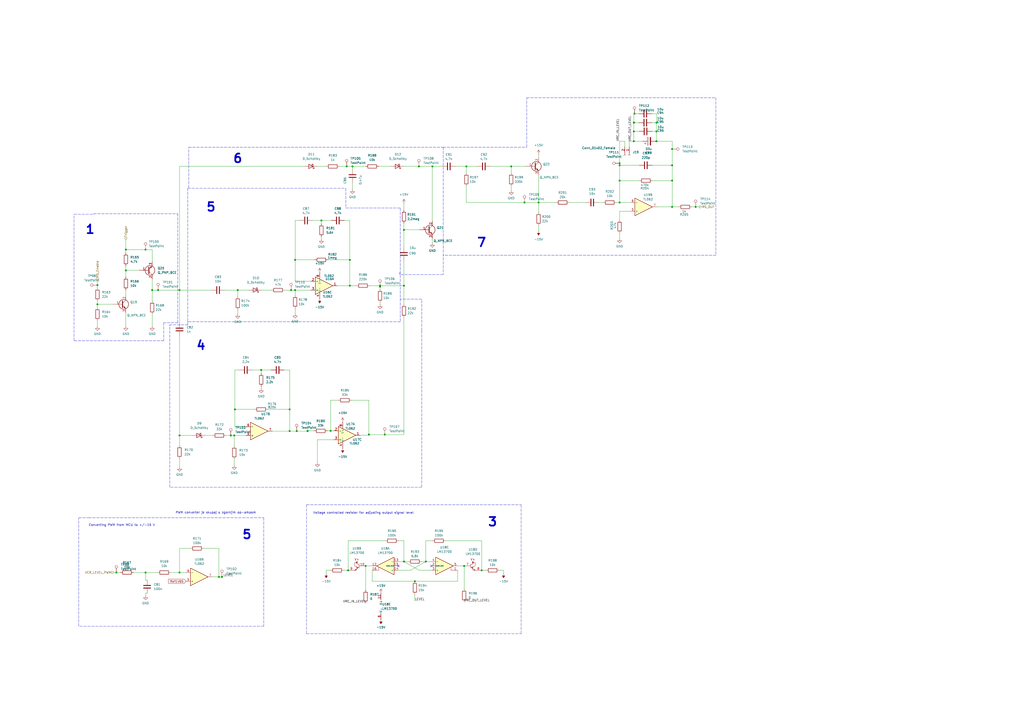
<source format=kicad_sch>
(kicad_sch (version 20211123) (generator eeschema)

  (uuid 7d8c8cf3-4421-46f3-a015-7963f330e02b)

  (paper "A2")

  (lib_symbols
    (symbol "Amplifier_Operational:LM13700" (pin_names (offset 0.127)) (in_bom yes) (on_board yes)
      (property "Reference" "U" (id 0) (at 3.81 5.08 0)
        (effects (font (size 1.27 1.27)))
      )
      (property "Value" "LM13700" (id 1) (at 5.08 -5.08 0)
        (effects (font (size 1.27 1.27)))
      )
      (property "Footprint" "" (id 2) (at -7.62 0.635 0)
        (effects (font (size 1.27 1.27)) hide)
      )
      (property "Datasheet" "http://www.ti.com/lit/ds/symlink/lm13700.pdf" (id 3) (at -7.62 0.635 0)
        (effects (font (size 1.27 1.27)) hide)
      )
      (property "ki_locked" "" (id 4) (at 0 0 0)
        (effects (font (size 1.27 1.27)))
      )
      (property "ki_keywords" "operational transconductance amplifier OTA" (id 5) (at 0 0 0)
        (effects (font (size 1.27 1.27)) hide)
      )
      (property "ki_description" "Dual Operational Transconductance Amplifiers with Linearizing Diodes and Buffers, DIP-16/SOIC-16" (id 6) (at 0 0 0)
        (effects (font (size 1.27 1.27)) hide)
      )
      (property "ki_fp_filters" "SOIC*3.9x9.9mm*P1.27mm* DIP*W7.62mm*" (id 7) (at 0 0 0)
        (effects (font (size 1.27 1.27)) hide)
      )
      (symbol "LM13700_1_1"
        (polyline
          (pts
            (xy 3.81 -0.635)
            (xy 3.81 -2.54)
            (xy 5.08 -2.54)
          )
          (stroke (width 0) (type default) (color 0 0 0 0))
          (fill (type none))
        )
        (polyline
          (pts
            (xy 5.08 0)
            (xy -5.08 -5.08)
            (xy -5.08 5.08)
            (xy 5.08 0)
          )
          (stroke (width 0.254) (type default) (color 0 0 0 0))
          (fill (type background))
        )
        (pin output line (at 7.62 0 180) (length 2.54)
          (name "~" (effects (font (size 1.27 1.27))))
          (number "12" (effects (font (size 1.27 1.27))))
        )
        (pin input line (at -7.62 2.54 0) (length 2.54)
          (name "-" (effects (font (size 1.27 1.27))))
          (number "13" (effects (font (size 1.27 1.27))))
        )
        (pin input line (at -7.62 -2.54 0) (length 2.54)
          (name "+" (effects (font (size 1.27 1.27))))
          (number "14" (effects (font (size 1.27 1.27))))
        )
        (pin input line (at -7.62 0 0) (length 2.54)
          (name "DIODE_BIAS" (effects (font (size 0.508 0.508))))
          (number "15" (effects (font (size 1.27 1.27))))
        )
        (pin input line (at 7.62 -2.54 180) (length 2.54)
          (name "~" (effects (font (size 1.27 1.27))))
          (number "16" (effects (font (size 1.27 1.27))))
        )
      )
      (symbol "LM13700_2_0"
        (polyline
          (pts
            (xy -1.905 2.54)
            (xy -3.175 2.54)
          )
          (stroke (width 0) (type default) (color 0 0 0 0))
          (fill (type none))
        )
      )
      (symbol "LM13700_2_1"
        (circle (center -2.54 1.905) (radius 0.254)
          (stroke (width 0.254) (type default) (color 0 0 0 0))
          (fill (type outline))
        )
        (polyline
          (pts
            (xy -3.81 -0.635)
            (xy -2.54 -1.27)
          )
          (stroke (width 0) (type default) (color 0 0 0 0))
          (fill (type none))
        )
        (polyline
          (pts
            (xy -3.81 1.27)
            (xy -3.81 -1.27)
          )
          (stroke (width 0) (type default) (color 0 0 0 0))
          (fill (type none))
        )
        (polyline
          (pts
            (xy -2.54 -1.905)
            (xy -1.27 -2.54)
          )
          (stroke (width 0) (type default) (color 0 0 0 0))
          (fill (type none))
        )
        (polyline
          (pts
            (xy -2.54 0)
            (xy -2.54 -2.54)
          )
          (stroke (width 0) (type default) (color 0 0 0 0))
          (fill (type none))
        )
        (polyline
          (pts
            (xy -3.81 0.635)
            (xy -2.54 1.27)
            (xy -2.54 1.905)
            (xy -2.54 2.54)
          )
          (stroke (width 0) (type default) (color 0 0 0 0))
          (fill (type none))
        )
        (polyline
          (pts
            (xy -2.54 -1.27)
            (xy -3.175 -0.635)
            (xy -3.175 -1.27)
            (xy -2.54 -1.27)
          )
          (stroke (width 0) (type default) (color 0 0 0 0))
          (fill (type outline))
        )
        (polyline
          (pts
            (xy -2.54 -0.635)
            (xy -1.27 0)
            (xy -1.27 1.905)
            (xy -2.54 1.905)
          )
          (stroke (width 0) (type default) (color 0 0 0 0))
          (fill (type none))
        )
        (polyline
          (pts
            (xy -1.27 -2.54)
            (xy -1.905 -1.905)
            (xy -1.905 -2.54)
            (xy -1.27 -2.54)
          )
          (stroke (width 0) (type default) (color 0 0 0 0))
          (fill (type outline))
        )
        (text "V+" (at -2.54 3.81 0)
          (effects (font (size 1.27 1.27)))
        )
        (pin input line (at -7.62 0 0) (length 3.81)
          (name "~" (effects (font (size 1.27 1.27))))
          (number "10" (effects (font (size 1.27 1.27))))
        )
        (pin output line (at 2.54 -2.54 180) (length 3.81)
          (name "~" (effects (font (size 1.27 1.27))))
          (number "9" (effects (font (size 1.27 1.27))))
        )
      )
      (symbol "LM13700_3_1"
        (polyline
          (pts
            (xy 3.81 -0.635)
            (xy 3.81 -2.54)
            (xy 5.08 -2.54)
          )
          (stroke (width 0) (type default) (color 0 0 0 0))
          (fill (type none))
        )
        (polyline
          (pts
            (xy 5.08 0)
            (xy -5.08 -5.08)
            (xy -5.08 5.08)
            (xy 5.08 0)
          )
          (stroke (width 0.254) (type default) (color 0 0 0 0))
          (fill (type background))
        )
        (pin input line (at 7.62 -2.54 180) (length 2.54)
          (name "~" (effects (font (size 1.27 1.27))))
          (number "1" (effects (font (size 1.27 1.27))))
        )
        (pin input line (at -7.62 0 0) (length 2.54)
          (name "DIODE_BIAS" (effects (font (size 0.508 0.508))))
          (number "2" (effects (font (size 1.27 1.27))))
        )
        (pin input line (at -7.62 -2.54 0) (length 2.54)
          (name "+" (effects (font (size 1.27 1.27))))
          (number "3" (effects (font (size 1.27 1.27))))
        )
        (pin input line (at -7.62 2.54 0) (length 2.54)
          (name "-" (effects (font (size 1.27 1.27))))
          (number "4" (effects (font (size 1.27 1.27))))
        )
        (pin output line (at 7.62 0 180) (length 2.54)
          (name "~" (effects (font (size 1.27 1.27))))
          (number "5" (effects (font (size 1.27 1.27))))
        )
      )
      (symbol "LM13700_4_0"
        (polyline
          (pts
            (xy -3.175 2.54)
            (xy -1.905 2.54)
          )
          (stroke (width 0) (type default) (color 0 0 0 0))
          (fill (type none))
        )
        (text "V+" (at -2.54 3.81 0)
          (effects (font (size 1.27 1.27)))
        )
      )
      (symbol "LM13700_4_1"
        (circle (center -2.54 1.905) (radius 0.254)
          (stroke (width 0.254) (type default) (color 0 0 0 0))
          (fill (type outline))
        )
        (polyline
          (pts
            (xy -3.81 -0.635)
            (xy -2.54 -1.27)
          )
          (stroke (width 0) (type default) (color 0 0 0 0))
          (fill (type none))
        )
        (polyline
          (pts
            (xy -3.81 1.27)
            (xy -3.81 -1.27)
          )
          (stroke (width 0) (type default) (color 0 0 0 0))
          (fill (type none))
        )
        (polyline
          (pts
            (xy -2.54 -1.905)
            (xy -1.27 -2.54)
          )
          (stroke (width 0) (type default) (color 0 0 0 0))
          (fill (type none))
        )
        (polyline
          (pts
            (xy -2.54 0)
            (xy -2.54 -2.54)
          )
          (stroke (width 0) (type default) (color 0 0 0 0))
          (fill (type none))
        )
        (polyline
          (pts
            (xy -3.81 0.635)
            (xy -2.54 1.27)
            (xy -2.54 2.54)
          )
          (stroke (width 0) (type default) (color 0 0 0 0))
          (fill (type none))
        )
        (polyline
          (pts
            (xy -2.54 -1.27)
            (xy -3.175 -0.635)
            (xy -3.175 -1.27)
            (xy -2.54 -1.27)
          )
          (stroke (width 0) (type default) (color 0 0 0 0))
          (fill (type outline))
        )
        (polyline
          (pts
            (xy -2.54 -0.635)
            (xy -1.27 0)
            (xy -1.27 1.905)
            (xy -2.54 1.905)
          )
          (stroke (width 0) (type default) (color 0 0 0 0))
          (fill (type none))
        )
        (polyline
          (pts
            (xy -1.27 -2.54)
            (xy -1.905 -1.905)
            (xy -1.905 -2.54)
            (xy -1.27 -2.54)
          )
          (stroke (width 0) (type default) (color 0 0 0 0))
          (fill (type outline))
        )
        (pin input line (at -7.62 0 0) (length 3.81)
          (name "~" (effects (font (size 1.27 1.27))))
          (number "7" (effects (font (size 1.27 1.27))))
        )
        (pin output line (at 2.54 -2.54 180) (length 3.81)
          (name "~" (effects (font (size 1.27 1.27))))
          (number "8" (effects (font (size 1.27 1.27))))
        )
      )
      (symbol "LM13700_5_1"
        (pin power_in line (at -2.54 7.62 270) (length 3.81)
          (name "V+" (effects (font (size 1.27 1.27))))
          (number "11" (effects (font (size 1.27 1.27))))
        )
        (pin power_in line (at -2.54 -7.62 90) (length 3.81)
          (name "V-" (effects (font (size 1.27 1.27))))
          (number "6" (effects (font (size 1.27 1.27))))
        )
      )
    )
    (symbol "Amplifier_Operational:TL062" (pin_names (offset 0.127)) (in_bom yes) (on_board yes)
      (property "Reference" "U" (id 0) (at 0 5.08 0)
        (effects (font (size 1.27 1.27)) (justify left))
      )
      (property "Value" "TL062" (id 1) (at 0 -5.08 0)
        (effects (font (size 1.27 1.27)) (justify left))
      )
      (property "Footprint" "" (id 2) (at 0 0 0)
        (effects (font (size 1.27 1.27)) hide)
      )
      (property "Datasheet" "http://www.ti.com/lit/ds/symlink/tl061.pdf" (id 3) (at 0 0 0)
        (effects (font (size 1.27 1.27)) hide)
      )
      (property "ki_locked" "" (id 4) (at 0 0 0)
        (effects (font (size 1.27 1.27)))
      )
      (property "ki_keywords" "dual opamp" (id 5) (at 0 0 0)
        (effects (font (size 1.27 1.27)) hide)
      )
      (property "ki_description" "Dual Low-Power JFET-Input Operational Amplifiers, DIP-8/SOIC-8/SSOP-8" (id 6) (at 0 0 0)
        (effects (font (size 1.27 1.27)) hide)
      )
      (property "ki_fp_filters" "SOIC*3.9x4.9mm*P1.27mm* DIP*W7.62mm* TO*99* OnSemi*Micro8* TSSOP*3x3mm*P0.65mm* TSSOP*4.4x3mm*P0.65mm* MSOP*3x3mm*P0.65mm* SSOP*3.9x4.9mm*P0.635mm* LFCSP*2x2mm*P0.5mm* *SIP* SOIC*5.3x6.2mm*P1.27mm*" (id 7) (at 0 0 0)
        (effects (font (size 1.27 1.27)) hide)
      )
      (symbol "TL062_1_1"
        (polyline
          (pts
            (xy -5.08 5.08)
            (xy 5.08 0)
            (xy -5.08 -5.08)
            (xy -5.08 5.08)
          )
          (stroke (width 0.254) (type default) (color 0 0 0 0))
          (fill (type background))
        )
        (pin output line (at 7.62 0 180) (length 2.54)
          (name "~" (effects (font (size 1.27 1.27))))
          (number "1" (effects (font (size 1.27 1.27))))
        )
        (pin input line (at -7.62 -2.54 0) (length 2.54)
          (name "-" (effects (font (size 1.27 1.27))))
          (number "2" (effects (font (size 1.27 1.27))))
        )
        (pin input line (at -7.62 2.54 0) (length 2.54)
          (name "+" (effects (font (size 1.27 1.27))))
          (number "3" (effects (font (size 1.27 1.27))))
        )
      )
      (symbol "TL062_2_1"
        (polyline
          (pts
            (xy -5.08 5.08)
            (xy 5.08 0)
            (xy -5.08 -5.08)
            (xy -5.08 5.08)
          )
          (stroke (width 0.254) (type default) (color 0 0 0 0))
          (fill (type background))
        )
        (pin input line (at -7.62 2.54 0) (length 2.54)
          (name "+" (effects (font (size 1.27 1.27))))
          (number "5" (effects (font (size 1.27 1.27))))
        )
        (pin input line (at -7.62 -2.54 0) (length 2.54)
          (name "-" (effects (font (size 1.27 1.27))))
          (number "6" (effects (font (size 1.27 1.27))))
        )
        (pin output line (at 7.62 0 180) (length 2.54)
          (name "~" (effects (font (size 1.27 1.27))))
          (number "7" (effects (font (size 1.27 1.27))))
        )
      )
      (symbol "TL062_3_1"
        (pin power_in line (at -2.54 -7.62 90) (length 3.81)
          (name "V-" (effects (font (size 1.27 1.27))))
          (number "4" (effects (font (size 1.27 1.27))))
        )
        (pin power_in line (at -2.54 7.62 270) (length 3.81)
          (name "V+" (effects (font (size 1.27 1.27))))
          (number "8" (effects (font (size 1.27 1.27))))
        )
      )
    )
    (symbol "Connector:Conn_01x02_Female" (pin_names (offset 1.016) hide) (in_bom yes) (on_board yes)
      (property "Reference" "J" (id 0) (at 0 2.54 0)
        (effects (font (size 1.27 1.27)))
      )
      (property "Value" "Conn_01x02_Female" (id 1) (at 0 -5.08 0)
        (effects (font (size 1.27 1.27)))
      )
      (property "Footprint" "" (id 2) (at 0 0 0)
        (effects (font (size 1.27 1.27)) hide)
      )
      (property "Datasheet" "~" (id 3) (at 0 0 0)
        (effects (font (size 1.27 1.27)) hide)
      )
      (property "ki_keywords" "connector" (id 4) (at 0 0 0)
        (effects (font (size 1.27 1.27)) hide)
      )
      (property "ki_description" "Generic connector, single row, 01x02, script generated (kicad-library-utils/schlib/autogen/connector/)" (id 5) (at 0 0 0)
        (effects (font (size 1.27 1.27)) hide)
      )
      (property "ki_fp_filters" "Connector*:*_1x??_*" (id 6) (at 0 0 0)
        (effects (font (size 1.27 1.27)) hide)
      )
      (symbol "Conn_01x02_Female_1_1"
        (arc (start 0 -2.032) (mid -0.508 -2.54) (end 0 -3.048)
          (stroke (width 0.1524) (type default) (color 0 0 0 0))
          (fill (type none))
        )
        (polyline
          (pts
            (xy -1.27 -2.54)
            (xy -0.508 -2.54)
          )
          (stroke (width 0.1524) (type default) (color 0 0 0 0))
          (fill (type none))
        )
        (polyline
          (pts
            (xy -1.27 0)
            (xy -0.508 0)
          )
          (stroke (width 0.1524) (type default) (color 0 0 0 0))
          (fill (type none))
        )
        (arc (start 0 0.508) (mid -0.508 0) (end 0 -0.508)
          (stroke (width 0.1524) (type default) (color 0 0 0 0))
          (fill (type none))
        )
        (pin passive line (at -5.08 0 0) (length 3.81)
          (name "Pin_1" (effects (font (size 1.27 1.27))))
          (number "1" (effects (font (size 1.27 1.27))))
        )
        (pin passive line (at -5.08 -2.54 0) (length 3.81)
          (name "Pin_2" (effects (font (size 1.27 1.27))))
          (number "2" (effects (font (size 1.27 1.27))))
        )
      )
    )
    (symbol "Connector:TestPoint" (pin_numbers hide) (pin_names (offset 0.762) hide) (in_bom yes) (on_board yes)
      (property "Reference" "TP" (id 0) (at 0 6.858 0)
        (effects (font (size 1.27 1.27)))
      )
      (property "Value" "TestPoint" (id 1) (at 0 5.08 0)
        (effects (font (size 1.27 1.27)))
      )
      (property "Footprint" "" (id 2) (at 5.08 0 0)
        (effects (font (size 1.27 1.27)) hide)
      )
      (property "Datasheet" "~" (id 3) (at 5.08 0 0)
        (effects (font (size 1.27 1.27)) hide)
      )
      (property "ki_keywords" "test point tp" (id 4) (at 0 0 0)
        (effects (font (size 1.27 1.27)) hide)
      )
      (property "ki_description" "test point" (id 5) (at 0 0 0)
        (effects (font (size 1.27 1.27)) hide)
      )
      (property "ki_fp_filters" "Pin* Test*" (id 6) (at 0 0 0)
        (effects (font (size 1.27 1.27)) hide)
      )
      (symbol "TestPoint_0_1"
        (circle (center 0 3.302) (radius 0.762)
          (stroke (width 0) (type default) (color 0 0 0 0))
          (fill (type none))
        )
      )
      (symbol "TestPoint_1_1"
        (pin passive line (at 0 0 90) (length 2.54)
          (name "1" (effects (font (size 1.27 1.27))))
          (number "1" (effects (font (size 1.27 1.27))))
        )
      )
    )
    (symbol "Device:C" (pin_numbers hide) (pin_names (offset 0.254)) (in_bom yes) (on_board yes)
      (property "Reference" "C" (id 0) (at 0.635 2.54 0)
        (effects (font (size 1.27 1.27)) (justify left))
      )
      (property "Value" "C" (id 1) (at 0.635 -2.54 0)
        (effects (font (size 1.27 1.27)) (justify left))
      )
      (property "Footprint" "" (id 2) (at 0.9652 -3.81 0)
        (effects (font (size 1.27 1.27)) hide)
      )
      (property "Datasheet" "~" (id 3) (at 0 0 0)
        (effects (font (size 1.27 1.27)) hide)
      )
      (property "ki_keywords" "cap capacitor" (id 4) (at 0 0 0)
        (effects (font (size 1.27 1.27)) hide)
      )
      (property "ki_description" "Unpolarized capacitor" (id 5) (at 0 0 0)
        (effects (font (size 1.27 1.27)) hide)
      )
      (property "ki_fp_filters" "C_*" (id 6) (at 0 0 0)
        (effects (font (size 1.27 1.27)) hide)
      )
      (symbol "C_0_1"
        (polyline
          (pts
            (xy -2.032 -0.762)
            (xy 2.032 -0.762)
          )
          (stroke (width 0.508) (type default) (color 0 0 0 0))
          (fill (type none))
        )
        (polyline
          (pts
            (xy -2.032 0.762)
            (xy 2.032 0.762)
          )
          (stroke (width 0.508) (type default) (color 0 0 0 0))
          (fill (type none))
        )
      )
      (symbol "C_1_1"
        (pin passive line (at 0 3.81 270) (length 2.794)
          (name "~" (effects (font (size 1.27 1.27))))
          (number "1" (effects (font (size 1.27 1.27))))
        )
        (pin passive line (at 0 -3.81 90) (length 2.794)
          (name "~" (effects (font (size 1.27 1.27))))
          (number "2" (effects (font (size 1.27 1.27))))
        )
      )
    )
    (symbol "Device:C_Polarized" (pin_numbers hide) (pin_names (offset 0.254)) (in_bom yes) (on_board yes)
      (property "Reference" "C" (id 0) (at 0.635 2.54 0)
        (effects (font (size 1.27 1.27)) (justify left))
      )
      (property "Value" "C_Polarized" (id 1) (at 0.635 -2.54 0)
        (effects (font (size 1.27 1.27)) (justify left))
      )
      (property "Footprint" "" (id 2) (at 0.9652 -3.81 0)
        (effects (font (size 1.27 1.27)) hide)
      )
      (property "Datasheet" "~" (id 3) (at 0 0 0)
        (effects (font (size 1.27 1.27)) hide)
      )
      (property "ki_keywords" "cap capacitor" (id 4) (at 0 0 0)
        (effects (font (size 1.27 1.27)) hide)
      )
      (property "ki_description" "Polarized capacitor" (id 5) (at 0 0 0)
        (effects (font (size 1.27 1.27)) hide)
      )
      (property "ki_fp_filters" "CP_*" (id 6) (at 0 0 0)
        (effects (font (size 1.27 1.27)) hide)
      )
      (symbol "C_Polarized_0_1"
        (rectangle (start -2.286 0.508) (end 2.286 1.016)
          (stroke (width 0) (type default) (color 0 0 0 0))
          (fill (type none))
        )
        (polyline
          (pts
            (xy -1.778 2.286)
            (xy -0.762 2.286)
          )
          (stroke (width 0) (type default) (color 0 0 0 0))
          (fill (type none))
        )
        (polyline
          (pts
            (xy -1.27 2.794)
            (xy -1.27 1.778)
          )
          (stroke (width 0) (type default) (color 0 0 0 0))
          (fill (type none))
        )
        (rectangle (start 2.286 -0.508) (end -2.286 -1.016)
          (stroke (width 0) (type default) (color 0 0 0 0))
          (fill (type outline))
        )
      )
      (symbol "C_Polarized_1_1"
        (pin passive line (at 0 3.81 270) (length 2.794)
          (name "~" (effects (font (size 1.27 1.27))))
          (number "1" (effects (font (size 1.27 1.27))))
        )
        (pin passive line (at 0 -3.81 90) (length 2.794)
          (name "~" (effects (font (size 1.27 1.27))))
          (number "2" (effects (font (size 1.27 1.27))))
        )
      )
    )
    (symbol "Device:D_Schottky" (pin_numbers hide) (pin_names (offset 1.016) hide) (in_bom yes) (on_board yes)
      (property "Reference" "D" (id 0) (at 0 2.54 0)
        (effects (font (size 1.27 1.27)))
      )
      (property "Value" "D_Schottky" (id 1) (at 0 -2.54 0)
        (effects (font (size 1.27 1.27)))
      )
      (property "Footprint" "" (id 2) (at 0 0 0)
        (effects (font (size 1.27 1.27)) hide)
      )
      (property "Datasheet" "~" (id 3) (at 0 0 0)
        (effects (font (size 1.27 1.27)) hide)
      )
      (property "ki_keywords" "diode Schottky" (id 4) (at 0 0 0)
        (effects (font (size 1.27 1.27)) hide)
      )
      (property "ki_description" "Schottky diode" (id 5) (at 0 0 0)
        (effects (font (size 1.27 1.27)) hide)
      )
      (property "ki_fp_filters" "TO-???* *_Diode_* *SingleDiode* D_*" (id 6) (at 0 0 0)
        (effects (font (size 1.27 1.27)) hide)
      )
      (symbol "D_Schottky_0_1"
        (polyline
          (pts
            (xy 1.27 0)
            (xy -1.27 0)
          )
          (stroke (width 0) (type default) (color 0 0 0 0))
          (fill (type none))
        )
        (polyline
          (pts
            (xy 1.27 1.27)
            (xy 1.27 -1.27)
            (xy -1.27 0)
            (xy 1.27 1.27)
          )
          (stroke (width 0.254) (type default) (color 0 0 0 0))
          (fill (type none))
        )
        (polyline
          (pts
            (xy -1.905 0.635)
            (xy -1.905 1.27)
            (xy -1.27 1.27)
            (xy -1.27 -1.27)
            (xy -0.635 -1.27)
            (xy -0.635 -0.635)
          )
          (stroke (width 0.254) (type default) (color 0 0 0 0))
          (fill (type none))
        )
      )
      (symbol "D_Schottky_1_1"
        (pin passive line (at -3.81 0 0) (length 2.54)
          (name "K" (effects (font (size 1.27 1.27))))
          (number "1" (effects (font (size 1.27 1.27))))
        )
        (pin passive line (at 3.81 0 180) (length 2.54)
          (name "A" (effects (font (size 1.27 1.27))))
          (number "2" (effects (font (size 1.27 1.27))))
        )
      )
    )
    (symbol "Device:Q_NPN_BCE" (pin_names (offset 0) hide) (in_bom yes) (on_board yes)
      (property "Reference" "Q" (id 0) (at 5.08 1.27 0)
        (effects (font (size 1.27 1.27)) (justify left))
      )
      (property "Value" "Q_NPN_BCE" (id 1) (at 5.08 -1.27 0)
        (effects (font (size 1.27 1.27)) (justify left))
      )
      (property "Footprint" "" (id 2) (at 5.08 2.54 0)
        (effects (font (size 1.27 1.27)) hide)
      )
      (property "Datasheet" "~" (id 3) (at 0 0 0)
        (effects (font (size 1.27 1.27)) hide)
      )
      (property "ki_keywords" "transistor NPN" (id 4) (at 0 0 0)
        (effects (font (size 1.27 1.27)) hide)
      )
      (property "ki_description" "NPN transistor, base/collector/emitter" (id 5) (at 0 0 0)
        (effects (font (size 1.27 1.27)) hide)
      )
      (symbol "Q_NPN_BCE_0_1"
        (polyline
          (pts
            (xy 0.635 0.635)
            (xy 2.54 2.54)
          )
          (stroke (width 0) (type default) (color 0 0 0 0))
          (fill (type none))
        )
        (polyline
          (pts
            (xy 0.635 -0.635)
            (xy 2.54 -2.54)
            (xy 2.54 -2.54)
          )
          (stroke (width 0) (type default) (color 0 0 0 0))
          (fill (type none))
        )
        (polyline
          (pts
            (xy 0.635 1.905)
            (xy 0.635 -1.905)
            (xy 0.635 -1.905)
          )
          (stroke (width 0.508) (type default) (color 0 0 0 0))
          (fill (type none))
        )
        (polyline
          (pts
            (xy 1.27 -1.778)
            (xy 1.778 -1.27)
            (xy 2.286 -2.286)
            (xy 1.27 -1.778)
            (xy 1.27 -1.778)
          )
          (stroke (width 0) (type default) (color 0 0 0 0))
          (fill (type outline))
        )
        (circle (center 1.27 0) (radius 2.8194)
          (stroke (width 0.254) (type default) (color 0 0 0 0))
          (fill (type none))
        )
      )
      (symbol "Q_NPN_BCE_1_1"
        (pin input line (at -5.08 0 0) (length 5.715)
          (name "B" (effects (font (size 1.27 1.27))))
          (number "1" (effects (font (size 1.27 1.27))))
        )
        (pin passive line (at 2.54 5.08 270) (length 2.54)
          (name "C" (effects (font (size 1.27 1.27))))
          (number "2" (effects (font (size 1.27 1.27))))
        )
        (pin passive line (at 2.54 -5.08 90) (length 2.54)
          (name "E" (effects (font (size 1.27 1.27))))
          (number "3" (effects (font (size 1.27 1.27))))
        )
      )
    )
    (symbol "Device:Q_PNP_BCE" (pin_names (offset 0) hide) (in_bom yes) (on_board yes)
      (property "Reference" "Q" (id 0) (at 5.08 1.27 0)
        (effects (font (size 1.27 1.27)) (justify left))
      )
      (property "Value" "Q_PNP_BCE" (id 1) (at 5.08 -1.27 0)
        (effects (font (size 1.27 1.27)) (justify left))
      )
      (property "Footprint" "" (id 2) (at 5.08 2.54 0)
        (effects (font (size 1.27 1.27)) hide)
      )
      (property "Datasheet" "~" (id 3) (at 0 0 0)
        (effects (font (size 1.27 1.27)) hide)
      )
      (property "ki_keywords" "transistor PNP" (id 4) (at 0 0 0)
        (effects (font (size 1.27 1.27)) hide)
      )
      (property "ki_description" "PNP transistor, base/collector/emitter" (id 5) (at 0 0 0)
        (effects (font (size 1.27 1.27)) hide)
      )
      (symbol "Q_PNP_BCE_0_1"
        (polyline
          (pts
            (xy 0.635 0.635)
            (xy 2.54 2.54)
          )
          (stroke (width 0) (type default) (color 0 0 0 0))
          (fill (type none))
        )
        (polyline
          (pts
            (xy 0.635 -0.635)
            (xy 2.54 -2.54)
            (xy 2.54 -2.54)
          )
          (stroke (width 0) (type default) (color 0 0 0 0))
          (fill (type none))
        )
        (polyline
          (pts
            (xy 0.635 1.905)
            (xy 0.635 -1.905)
            (xy 0.635 -1.905)
          )
          (stroke (width 0.508) (type default) (color 0 0 0 0))
          (fill (type none))
        )
        (polyline
          (pts
            (xy 2.286 -1.778)
            (xy 1.778 -2.286)
            (xy 1.27 -1.27)
            (xy 2.286 -1.778)
            (xy 2.286 -1.778)
          )
          (stroke (width 0) (type default) (color 0 0 0 0))
          (fill (type outline))
        )
        (circle (center 1.27 0) (radius 2.8194)
          (stroke (width 0.254) (type default) (color 0 0 0 0))
          (fill (type none))
        )
      )
      (symbol "Q_PNP_BCE_1_1"
        (pin input line (at -5.08 0 0) (length 5.715)
          (name "B" (effects (font (size 1.27 1.27))))
          (number "1" (effects (font (size 1.27 1.27))))
        )
        (pin passive line (at 2.54 5.08 270) (length 2.54)
          (name "C" (effects (font (size 1.27 1.27))))
          (number "2" (effects (font (size 1.27 1.27))))
        )
        (pin passive line (at 2.54 -5.08 90) (length 2.54)
          (name "E" (effects (font (size 1.27 1.27))))
          (number "3" (effects (font (size 1.27 1.27))))
        )
      )
    )
    (symbol "Device:R" (pin_numbers hide) (pin_names (offset 0)) (in_bom yes) (on_board yes)
      (property "Reference" "R" (id 0) (at 2.032 0 90)
        (effects (font (size 1.27 1.27)))
      )
      (property "Value" "R" (id 1) (at 0 0 90)
        (effects (font (size 1.27 1.27)))
      )
      (property "Footprint" "" (id 2) (at -1.778 0 90)
        (effects (font (size 1.27 1.27)) hide)
      )
      (property "Datasheet" "~" (id 3) (at 0 0 0)
        (effects (font (size 1.27 1.27)) hide)
      )
      (property "ki_keywords" "R res resistor" (id 4) (at 0 0 0)
        (effects (font (size 1.27 1.27)) hide)
      )
      (property "ki_description" "Resistor" (id 5) (at 0 0 0)
        (effects (font (size 1.27 1.27)) hide)
      )
      (property "ki_fp_filters" "R_*" (id 6) (at 0 0 0)
        (effects (font (size 1.27 1.27)) hide)
      )
      (symbol "R_0_1"
        (rectangle (start -1.016 -2.54) (end 1.016 2.54)
          (stroke (width 0.254) (type default) (color 0 0 0 0))
          (fill (type none))
        )
      )
      (symbol "R_1_1"
        (pin passive line (at 0 3.81 270) (length 1.27)
          (name "~" (effects (font (size 1.27 1.27))))
          (number "1" (effects (font (size 1.27 1.27))))
        )
        (pin passive line (at 0 -3.81 90) (length 1.27)
          (name "~" (effects (font (size 1.27 1.27))))
          (number "2" (effects (font (size 1.27 1.27))))
        )
      )
    )
    (symbol "power:+15V" (power) (pin_names (offset 0)) (in_bom yes) (on_board yes)
      (property "Reference" "#PWR" (id 0) (at 0 -3.81 0)
        (effects (font (size 1.27 1.27)) hide)
      )
      (property "Value" "+15V" (id 1) (at 0 3.556 0)
        (effects (font (size 1.27 1.27)))
      )
      (property "Footprint" "" (id 2) (at 0 0 0)
        (effects (font (size 1.27 1.27)) hide)
      )
      (property "Datasheet" "" (id 3) (at 0 0 0)
        (effects (font (size 1.27 1.27)) hide)
      )
      (property "ki_keywords" "global power" (id 4) (at 0 0 0)
        (effects (font (size 1.27 1.27)) hide)
      )
      (property "ki_description" "Power symbol creates a global label with name \"+15V\"" (id 5) (at 0 0 0)
        (effects (font (size 1.27 1.27)) hide)
      )
      (symbol "+15V_0_1"
        (polyline
          (pts
            (xy -0.762 1.27)
            (xy 0 2.54)
          )
          (stroke (width 0) (type default) (color 0 0 0 0))
          (fill (type none))
        )
        (polyline
          (pts
            (xy 0 0)
            (xy 0 2.54)
          )
          (stroke (width 0) (type default) (color 0 0 0 0))
          (fill (type none))
        )
        (polyline
          (pts
            (xy 0 2.54)
            (xy 0.762 1.27)
          )
          (stroke (width 0) (type default) (color 0 0 0 0))
          (fill (type none))
        )
      )
      (symbol "+15V_1_1"
        (pin power_in line (at 0 0 90) (length 0) hide
          (name "+15V" (effects (font (size 1.27 1.27))))
          (number "1" (effects (font (size 1.27 1.27))))
        )
      )
    )
    (symbol "power:-15V" (power) (pin_names (offset 0)) (in_bom yes) (on_board yes)
      (property "Reference" "#PWR" (id 0) (at 0 2.54 0)
        (effects (font (size 1.27 1.27)) hide)
      )
      (property "Value" "-15V" (id 1) (at 0 3.81 0)
        (effects (font (size 1.27 1.27)))
      )
      (property "Footprint" "" (id 2) (at 0 0 0)
        (effects (font (size 1.27 1.27)) hide)
      )
      (property "Datasheet" "" (id 3) (at 0 0 0)
        (effects (font (size 1.27 1.27)) hide)
      )
      (property "ki_keywords" "global power" (id 4) (at 0 0 0)
        (effects (font (size 1.27 1.27)) hide)
      )
      (property "ki_description" "Power symbol creates a global label with name \"-15V\"" (id 5) (at 0 0 0)
        (effects (font (size 1.27 1.27)) hide)
      )
      (symbol "-15V_0_0"
        (pin power_in line (at 0 0 90) (length 0) hide
          (name "-15V" (effects (font (size 1.27 1.27))))
          (number "1" (effects (font (size 1.27 1.27))))
        )
      )
      (symbol "-15V_0_1"
        (polyline
          (pts
            (xy 0 0)
            (xy 0 1.27)
            (xy 0.762 1.27)
            (xy 0 2.54)
            (xy -0.762 1.27)
            (xy 0 1.27)
          )
          (stroke (width 0) (type default) (color 0 0 0 0))
          (fill (type outline))
        )
      )
    )
    (symbol "power:GND" (power) (pin_names (offset 0)) (in_bom yes) (on_board yes)
      (property "Reference" "#PWR" (id 0) (at 0 -6.35 0)
        (effects (font (size 1.27 1.27)) hide)
      )
      (property "Value" "GND" (id 1) (at 0 -3.81 0)
        (effects (font (size 1.27 1.27)))
      )
      (property "Footprint" "" (id 2) (at 0 0 0)
        (effects (font (size 1.27 1.27)) hide)
      )
      (property "Datasheet" "" (id 3) (at 0 0 0)
        (effects (font (size 1.27 1.27)) hide)
      )
      (property "ki_keywords" "global power" (id 4) (at 0 0 0)
        (effects (font (size 1.27 1.27)) hide)
      )
      (property "ki_description" "Power symbol creates a global label with name \"GND\" , ground" (id 5) (at 0 0 0)
        (effects (font (size 1.27 1.27)) hide)
      )
      (symbol "GND_0_1"
        (polyline
          (pts
            (xy 0 0)
            (xy 0 -1.27)
            (xy 1.27 -1.27)
            (xy 0 -2.54)
            (xy -1.27 -1.27)
            (xy 0 -1.27)
          )
          (stroke (width 0) (type default) (color 0 0 0 0))
          (fill (type none))
        )
      )
      (symbol "GND_1_1"
        (pin power_in line (at 0 0 270) (length 0) hide
          (name "GND" (effects (font (size 1.27 1.27))))
          (number "1" (effects (font (size 1.27 1.27))))
        )
      )
    )
  )

  (junction (at 84.418 144.78) (diameter 0) (color 0 0 0 0)
    (uuid 001f78ad-a330-4829-9906-2800b4457133)
  )
  (junction (at 359.41 104.775) (diameter 0) (color 0 0 0 0)
    (uuid 08c5a29b-d10d-402e-b9d3-2788f896a04e)
  )
  (junction (at 243.008 96.52) (diameter 0) (color 0 0 0 0)
    (uuid 122d66b0-3273-485c-a807-55a4705da3e8)
  )
  (junction (at 359.41 94.7022) (diameter 0) (color 0 0 0 0)
    (uuid 126a7413-9858-4e49-b6cc-e5bd69ddd1a8)
  )
  (junction (at 91.7074 168.275) (diameter 0) (color 0 0 0 0)
    (uuid 12f07e5a-6993-4dd3-88da-7a6e0ec233d9)
  )
  (junction (at 201.1034 96.52) (diameter 0) (color 0 0 0 0)
    (uuid 18c1be6d-e329-43b6-9ee2-046d7a9131ff)
  )
  (junction (at 247.015 325.755) (diameter 0) (color 0 0 0 0)
    (uuid 1b7b492c-a8b5-4bab-8b9c-a21b68a3cccf)
  )
  (junction (at 367.6686 76.218) (diameter 0) (color 0 0 0 0)
    (uuid 28d01a58-aaf8-44d0-a185-c65cd0331eb6)
  )
  (junction (at 104.14 168.275) (diameter 0) (color 0 0 0 0)
    (uuid 2fa2dc36-25bd-4fae-bfd9-4bfafd587006)
  )
  (junction (at 168.021 237.49) (diameter 0) (color 0 0 0 0)
    (uuid 2fcb4aee-4b24-4362-857c-923e0b3b9f16)
  )
  (junction (at 186.436 127.889) (diameter 0) (color 0 0 0 0)
    (uuid 3509515f-575a-42f5-a960-a8d23ed681ec)
  )
  (junction (at 104.14 252.603) (diameter 0) (color 0 0 0 0)
    (uuid 356869d8-020b-4fae-b17b-dca447415571)
  )
  (junction (at 240.665 337.185) (diameter 0) (color 0 0 0 0)
    (uuid 380b6de3-5c9e-48a3-a9ba-0dc09036229a)
  )
  (junction (at 380.8062 71.138) (diameter 0) (color 0 0 0 0)
    (uuid 3edb5591-aa3c-45b3-97d5-58fe1189aa4e)
  )
  (junction (at 367.7252 71.138) (diameter 0) (color 0 0 0 0)
    (uuid 41e5a2be-09a7-4706-bd04-922b3c6c32b6)
  )
  (junction (at 171.196 150.749) (diameter 0) (color 0 0 0 0)
    (uuid 4283ee3f-0d1a-426c-b357-8d50ef5b6ba9)
  )
  (junction (at 201.93 330.835) (diameter 0) (color 0 0 0 0)
    (uuid 42fe69c9-eb83-4145-b424-d74f24bb11d0)
  )
  (junction (at 389.89 120.015) (diameter 0) (color 0 0 0 0)
    (uuid 44f72230-5865-4ba6-b28d-0ca75cc9c4a2)
  )
  (junction (at 380.8062 76.218) (diameter 0) (color 0 0 0 0)
    (uuid 4a660c27-3b25-4ad4-a60a-636f85a02e4e)
  )
  (junction (at 220.472 165.735) (diameter 0) (color 0 0 0 0)
    (uuid 50f464bf-cca3-4495-90a1-0ea4635ed0ee)
  )
  (junction (at 172.1245 250.063) (diameter 0) (color 0 0 0 0)
    (uuid 5770f625-49e6-43a9-954f-56e78dc256eb)
  )
  (junction (at 234.315 325.755) (diameter 0) (color 0 0 0 0)
    (uuid 5e336ea7-918a-497d-9177-334df2b9cca1)
  )
  (junction (at 178.435 250.063) (diameter 0) (color 0 0 0 0)
    (uuid 607bf0f4-fbcb-47ba-882f-e56f611b27f4)
  )
  (junction (at 304.2365 117.475) (diameter 0) (color 0 0 0 0)
    (uuid 64a49e87-7aa4-4af2-8309-8e314e4cf81f)
  )
  (junction (at 389.89 95.885) (diameter 0) (color 0 0 0 0)
    (uuid 7033a6c7-816b-4312-9016-e4f96be6db54)
  )
  (junction (at 220.472 166.3128) (diameter 0) (color 0 0 0 0)
    (uuid 736c259f-657d-4c88-927d-aa10b7d61c5f)
  )
  (junction (at 191.77 249.936) (diameter 0) (color 0 0 0 0)
    (uuid 78b4c4e6-b9ca-478b-8e00-ef66bd218ae9)
  )
  (junction (at 368.0611 65.931) (diameter 0) (color 0 0 0 0)
    (uuid 7d3b458a-196d-4a70-8b36-0661a0120241)
  )
  (junction (at 137.922 168.275) (diameter 0) (color 0 0 0 0)
    (uuid 7e2d8e73-5402-404f-a08a-4c361a8073c1)
  )
  (junction (at 389.89 86.4566) (diameter 0) (color 0 0 0 0)
    (uuid 80e4eea9-8da0-451f-a184-7989ba814778)
  )
  (junction (at 127 334.645) (diameter 0) (color 0 0 0 0)
    (uuid 816ab6eb-161b-45b5-b585-f681101d1ae4)
  )
  (junction (at 380.8062 81.915) (diameter 0) (color 0 0 0 0)
    (uuid 869da2f7-3a9b-4941-bd6b-1f5bbdafb922)
  )
  (junction (at 389.89 104.775) (diameter 0) (color 0 0 0 0)
    (uuid 8922dea5-ec63-41c8-b15c-ef078822b789)
  )
  (junction (at 312.42 117.475) (diameter 0) (color 0 0 0 0)
    (uuid 8dd0eb1f-5e1c-417e-b0e9-c2a596a034e5)
  )
  (junction (at 250.825 96.52) (diameter 0) (color 0 0 0 0)
    (uuid 8ffa85e0-4bfc-44e9-82fd-d1be72ab51c4)
  )
  (junction (at 178.435 249.936) (diameter 0) (color 0 0 0 0)
    (uuid 9161dc5a-63a5-48f2-811a-c0a9fb53e059)
  )
  (junction (at 84.455 332.105) (diameter 0) (color 0 0 0 0)
    (uuid 92367cd9-ffb5-4b5c-9acf-0146a9392907)
  )
  (junction (at 269.24 328.295) (diameter 0) (color 0 0 0 0)
    (uuid 97023726-a47f-47ed-acd4-d237e990ea71)
  )
  (junction (at 171.196 168.275) (diameter 0) (color 0 0 0 0)
    (uuid 9ad73562-5301-44f9-b76c-be62327c2461)
  )
  (junction (at 213.995 252.095) (diameter 0) (color 0 0 0 0)
    (uuid a1d969b1-1005-4722-8c54-91023229641a)
  )
  (junction (at 202.946 150.749) (diameter 0) (color 0 0 0 0)
    (uuid a98aea02-492f-47fc-9f83-6375fa5858eb)
  )
  (junction (at 367.6686 71.138) (diameter 0) (color 0 0 0 0)
    (uuid ada3f2e3-30a9-4d1a-b671-bc353d718b3e)
  )
  (junction (at 359.41 95.885) (diameter 0) (color 0 0 0 0)
    (uuid af4e08cd-f670-4ae1-95c1-2a5e2ce022f6)
  )
  (junction (at 359.41 117.475) (diameter 0) (color 0 0 0 0)
    (uuid b86c17a0-fba2-4eae-9966-715a0f2396bf)
  )
  (junction (at 234.315 165.735) (diameter 0) (color 0 0 0 0)
    (uuid b8a168f5-d234-4993-bbae-0a54818ab874)
  )
  (junction (at 67.4972 332.105) (diameter 0) (color 0 0 0 0)
    (uuid ba72414c-37ee-4963-936f-4634d69702ec)
  )
  (junction (at 212.09 328.295) (diameter 0) (color 0 0 0 0)
    (uuid bf9e0ea2-014b-4f9a-abec-58991137b060)
  )
  (junction (at 367.6686 81.933) (diameter 0) (color 0 0 0 0)
    (uuid c6680c13-bd06-442c-a7b7-ba2e74bb0a09)
  )
  (junction (at 279.4 330.835) (diameter 0) (color 0 0 0 0)
    (uuid ce33e233-48dc-4b23-b721-0f1760d147ad)
  )
  (junction (at 204.47 96.52) (diameter 0) (color 0 0 0 0)
    (uuid d464b360-3500-4105-94a5-7449d721cd39)
  )
  (junction (at 234.315 133.35) (diameter 0) (color 0 0 0 0)
    (uuid d4b6b216-9d0b-4d66-9ba7-726076f30b55)
  )
  (junction (at 136.271 237.49) (diameter 0) (color 0 0 0 0)
    (uuid d5e797ae-5a2f-41ab-ad79-e7621077cd0c)
  )
  (junction (at 403.5358 120.015) (diameter 0) (color 0 0 0 0)
    (uuid d800998d-d5a2-48e8-ac24-95791f159e3e)
  )
  (junction (at 133.8942 252.603) (diameter 0) (color 0 0 0 0)
    (uuid d909b538-73d6-47c0-99d0-be69a8b8851c)
  )
  (junction (at 56.515 165.3865) (diameter 0) (color 0 0 0 0)
    (uuid da756f4e-92ec-467c-b030-f18aa248baa4)
  )
  (junction (at 73.025 156.845) (diameter 0) (color 0 0 0 0)
    (uuid dc57abdd-5c52-4b50-977b-b39de0cf2db6)
  )
  (junction (at 270.51 96.52) (diameter 0) (color 0 0 0 0)
    (uuid df41c2f5-3c81-43e2-aeb9-3bcc2f20c182)
  )
  (junction (at 73.025 144.78) (diameter 0) (color 0 0 0 0)
    (uuid e2aa88d5-3fc2-420c-9214-191ccdb980fb)
  )
  (junction (at 151.511 214.63) (diameter 0) (color 0 0 0 0)
    (uuid e7919eb8-4e78-42f4-b55c-31ad14b2187e)
  )
  (junction (at 104.14 332.105) (diameter 0) (color 0 0 0 0)
    (uuid e858c063-a774-4181-8a65-0a672a1c1c1d)
  )
  (junction (at 380.9332 71.138) (diameter 0) (color 0 0 0 0)
    (uuid ea3c37c6-4862-46e9-8cce-2bbe5e22f24f)
  )
  (junction (at 128.7418 334.645) (diameter 0) (color 0 0 0 0)
    (uuid eb759210-5311-45d7-89ea-b5d6bd0d0a52)
  )
  (junction (at 135.89 252.603) (diameter 0) (color 0 0 0 0)
    (uuid ec6ab839-43d2-444d-a693-222bca5514fa)
  )
  (junction (at 56.515 176.53) (diameter 0) (color 0 0 0 0)
    (uuid ec77c898-8046-4dcd-80de-2b429a605bfc)
  )
  (junction (at 168.8725 168.275) (diameter 0) (color 0 0 0 0)
    (uuid efcee365-7f5b-4acb-88e0-0d9c4db1b847)
  )
  (junction (at 88.265 168.275) (diameter 0) (color 0 0 0 0)
    (uuid f3d0bef2-3857-411e-beb9-690e854010e3)
  )
  (junction (at 202.946 165.735) (diameter 0) (color 0 0 0 0)
    (uuid f8e1039d-a3fe-4caf-97c6-dcd2ff34f171)
  )
  (junction (at 223.1926 252.095) (diameter 0) (color 0 0 0 0)
    (uuid fc04fbdc-755d-4b3b-8b5c-f4ca1b5d8e7a)
  )
  (junction (at 168.021 250.063) (diameter 0) (color 0 0 0 0)
    (uuid fc6ea3e3-44a6-49c9-863a-5e7c8fa30c61)
  )
  (junction (at 296.545 96.52) (diameter 0) (color 0 0 0 0)
    (uuid fdab18e9-d17a-4b28-9859-e386de8434c2)
  )

  (no_connect (at 250.19 328.295) (uuid 2ffe2f77-e98c-4b3a-aa65-037e09c1bfad))
  (no_connect (at 231.14 328.295) (uuid 30a124dc-4d53-412c-ac45-b80e6bce7932))

  (wire (pts (xy 173.736 127.889) (xy 171.196 127.889))
    (stroke (width 0) (type default) (color 0 0 0 0))
    (uuid 00626627-5b7a-4aba-8094-88492ea33c9e)
  )
  (wire (pts (xy 196.215 232.156) (xy 191.77 232.156))
    (stroke (width 0) (type default) (color 0 0 0 0))
    (uuid 00808d44-ec5e-4b68-806f-968ebcd37d09)
  )
  (wire (pts (xy 312.42 117.475) (xy 312.42 123.19))
    (stroke (width 0) (type default) (color 0 0 0 0))
    (uuid 00bb866c-96bd-49e1-bab3-019d7941ce03)
  )
  (wire (pts (xy 212.09 328.295) (xy 215.9 328.295))
    (stroke (width 0) (type default) (color 0 0 0 0))
    (uuid 03286cc2-1258-4192-ba41-c05384ebd0df)
  )
  (wire (pts (xy 67.4972 332.105) (xy 69.85 332.105))
    (stroke (width 0) (type default) (color 0 0 0 0))
    (uuid 0368a66f-04cd-45db-b18b-a6183277c40d)
  )
  (wire (pts (xy 269.24 328.295) (xy 269.24 341.63))
    (stroke (width 0) (type default) (color 0 0 0 0))
    (uuid 04665642-bace-42ea-ab3b-e8735c10b9e4)
  )
  (wire (pts (xy 137.922 168.275) (xy 137.922 172.085))
    (stroke (width 0) (type default) (color 0 0 0 0))
    (uuid 049c2808-7546-4cd2-abb0-d0379fd20b23)
  )
  (wire (pts (xy 247.015 313.69) (xy 250.825 313.69))
    (stroke (width 0) (type default) (color 0 0 0 0))
    (uuid 055e19d0-7485-4f14-a87b-c298cdb25f57)
  )
  (polyline (pts (xy 177.8 292.735) (xy 302.26 292.735))
    (stroke (width 0) (type default) (color 0 0 0 0))
    (uuid 088442a5-25d1-46af-94e1-54c0ccc14a0d)
  )

  (wire (pts (xy 312.42 130.81) (xy 312.42 133.985))
    (stroke (width 0) (type default) (color 0 0 0 0))
    (uuid 0bec61df-61a3-4214-b3c0-0ab1e026eece)
  )
  (wire (pts (xy 130.302 168.275) (xy 137.922 168.275))
    (stroke (width 0) (type default) (color 0 0 0 0))
    (uuid 0c1a853a-5cb1-4583-812c-e62c74adc9c8)
  )
  (wire (pts (xy 380.9332 65.931) (xy 378.1392 65.931))
    (stroke (width 0) (type default) (color 0 0 0 0))
    (uuid 0c4059a9-5450-428b-b41b-b6f70b34cb5f)
  )
  (wire (pts (xy 220.472 165.735) (xy 220.472 166.3128))
    (stroke (width 0) (type default) (color 0 0 0 0))
    (uuid 0c533fe5-26d8-4548-b8aa-dbf5fd6027a6)
  )
  (wire (pts (xy 312.42 89.535) (xy 312.42 91.44))
    (stroke (width 0) (type default) (color 0 0 0 0))
    (uuid 0c9a6689-5ae3-4c85-a08e-11f7633584eb)
  )
  (wire (pts (xy 88.265 168.275) (xy 88.265 174.625))
    (stroke (width 0) (type default) (color 0 0 0 0))
    (uuid 0d642474-7127-4a7c-ab9e-fda5d1265f9e)
  )
  (polyline (pts (xy 177.8 292.735) (xy 177.8 367.665))
    (stroke (width 0) (type default) (color 0 0 0 0))
    (uuid 0e6acfc9-86ff-4f87-864b-31866d2a326f)
  )

  (wire (pts (xy 389.89 104.775) (xy 389.89 120.015))
    (stroke (width 0) (type default) (color 0 0 0 0))
    (uuid 0f1a8448-1b0c-4a4f-b3c2-383f51a38865)
  )
  (wire (pts (xy 367.6686 76.218) (xy 367.6686 81.933))
    (stroke (width 0) (type default) (color 0 0 0 0))
    (uuid 111f52e6-36f5-4176-a0d5-7958215479dc)
  )
  (wire (pts (xy 401.32 120.015) (xy 403.5358 120.015))
    (stroke (width 0) (type default) (color 0 0 0 0))
    (uuid 1551da7b-158b-428f-851f-5fc20cb5eea1)
  )
  (polyline (pts (xy 415.29 148.082) (xy 257.048 148.082))
    (stroke (width 0) (type default) (color 0 0 0 0))
    (uuid 1750adfa-4348-4c88-8fcf-30c68b0fd63c)
  )

  (wire (pts (xy 304.2365 117.475) (xy 312.42 117.475))
    (stroke (width 0) (type default) (color 0 0 0 0))
    (uuid 17644ea3-4aeb-445f-87d9-d14d177b2513)
  )
  (wire (pts (xy 204.47 98.298) (xy 204.47 96.52))
    (stroke (width 0) (type default) (color 0 0 0 0))
    (uuid 19d5e01d-a16a-4f7b-ac16-f86cf97bf58b)
  )
  (wire (pts (xy 136.271 237.49) (xy 147.701 237.49))
    (stroke (width 0) (type default) (color 0 0 0 0))
    (uuid 19e34b87-0945-47ea-943d-0b64bf5ae766)
  )
  (wire (pts (xy 104.14 332.105) (xy 107.95 332.105))
    (stroke (width 0) (type default) (color 0 0 0 0))
    (uuid 1b87e7b9-9413-44fa-9c65-e62b24d8e56d)
  )
  (wire (pts (xy 247.015 313.69) (xy 247.015 325.755))
    (stroke (width 0) (type default) (color 0 0 0 0))
    (uuid 1bde0467-03f4-456b-9190-cd143981a884)
  )
  (wire (pts (xy 118.11 318.135) (xy 127 318.135))
    (stroke (width 0) (type default) (color 0 0 0 0))
    (uuid 1bdfe74c-7249-49c0-a17a-77eda241b96b)
  )
  (wire (pts (xy 220.472 175.387) (xy 220.472 176.657))
    (stroke (width 0) (type default) (color 0 0 0 0))
    (uuid 1c022d42-690f-42e5-868b-698543b6a6dd)
  )
  (wire (pts (xy 131.064 252.603) (xy 133.8942 252.603))
    (stroke (width 0) (type default) (color 0 0 0 0))
    (uuid 1dbee082-409e-403c-b31f-6bc37e7011d3)
  )
  (wire (pts (xy 370.6462 76.218) (xy 367.6686 76.218))
    (stroke (width 0) (type default) (color 0 0 0 0))
    (uuid 1e40065a-1b22-43b4-a3ea-366bcaf29701)
  )
  (wire (pts (xy 184.15 96.52) (xy 189.23 96.52))
    (stroke (width 0) (type default) (color 0 0 0 0))
    (uuid 20135f43-ea14-45b9-87c4-51b37f160bd9)
  )
  (wire (pts (xy 265.43 328.295) (xy 269.24 328.295))
    (stroke (width 0) (type default) (color 0 0 0 0))
    (uuid 2027c664-0d94-4fdd-a63b-e93fb4a6824d)
  )
  (wire (pts (xy 88.265 151.765) (xy 88.265 144.78))
    (stroke (width 0) (type default) (color 0 0 0 0))
    (uuid 20d9961a-2349-469a-9eb0-c2e0c262bf24)
  )
  (polyline (pts (xy 200.66 120.65) (xy 232.156 120.65))
    (stroke (width 0) (type default) (color 0 0 0 0))
    (uuid 210a8da8-0b23-4d1a-82f1-500b530ff8ff)
  )

  (wire (pts (xy 178.435 250.063) (xy 178.435 249.936))
    (stroke (width 0) (type default) (color 0 0 0 0))
    (uuid 211fde96-cf8b-4c2c-ac22-50936a12fbc0)
  )
  (polyline (pts (xy 153.035 300.355) (xy 153.035 363.22))
    (stroke (width 0) (type default) (color 0 0 0 0))
    (uuid 221173e6-8d00-4df8-9cd9-46978a123499)
  )

  (wire (pts (xy 359.41 135.255) (xy 359.41 138.43))
    (stroke (width 0) (type default) (color 0 0 0 0))
    (uuid 22184b0f-32bb-40d7-8305-25a274237208)
  )
  (wire (pts (xy 389.89 120.015) (xy 393.7 120.015))
    (stroke (width 0) (type default) (color 0 0 0 0))
    (uuid 23e47beb-824f-4f86-baed-32cf412b608b)
  )
  (wire (pts (xy 220.472 165.735) (xy 234.315 165.735))
    (stroke (width 0) (type default) (color 0 0 0 0))
    (uuid 260f1e33-4a31-4263-ae62-3368cff1e614)
  )
  (wire (pts (xy 279.4 313.69) (xy 279.4 330.835))
    (stroke (width 0) (type default) (color 0 0 0 0))
    (uuid 26824831-ab7c-4ae5-b7e8-9714d7af7bf2)
  )
  (polyline (pts (xy 244.602 173.482) (xy 232.156 173.482))
    (stroke (width 0) (type default) (color 0 0 0 0))
    (uuid 26af3c5f-4d79-4695-9fe0-1839183c5484)
  )

  (wire (pts (xy 127 334.645) (xy 128.7418 334.645))
    (stroke (width 0) (type default) (color 0 0 0 0))
    (uuid 26ebc3b4-6f62-44f9-8f0f-ac8fd1c700cc)
  )
  (wire (pts (xy 202.946 165.735) (xy 206.756 165.735))
    (stroke (width 0) (type default) (color 0 0 0 0))
    (uuid 27137b8d-0f17-49c0-8625-90759a409fdf)
  )
  (wire (pts (xy 73.025 139.065) (xy 73.025 144.78))
    (stroke (width 0) (type default) (color 0 0 0 0))
    (uuid 29f5e546-0854-4a65-a752-ebb6665b3bfc)
  )
  (wire (pts (xy 201.93 313.69) (xy 223.52 313.69))
    (stroke (width 0) (type default) (color 0 0 0 0))
    (uuid 2b00405a-0d71-4938-ab58-22e75143cd91)
  )
  (polyline (pts (xy 98.552 188.468) (xy 98.552 188.976))
    (stroke (width 0) (type default) (color 0 0 0 0))
    (uuid 2b8a2ee7-c5df-4222-9400-4f8bba95dd82)
  )

  (wire (pts (xy 367.7252 65.931) (xy 368.0611 65.931))
    (stroke (width 0) (type default) (color 0 0 0 0))
    (uuid 2bf358ad-1d25-42c0-bc36-ea11d7075530)
  )
  (wire (pts (xy 104.14 318.135) (xy 104.14 332.105))
    (stroke (width 0) (type default) (color 0 0 0 0))
    (uuid 2d29f15d-7bef-4553-af79-d75c7335ae3a)
  )
  (wire (pts (xy 359.41 127.635) (xy 359.41 122.555))
    (stroke (width 0) (type default) (color 0 0 0 0))
    (uuid 2dac7b2d-c4d6-4519-89b0-0fb61d0beea6)
  )
  (wire (pts (xy 367.7252 71.138) (xy 370.5192 71.138))
    (stroke (width 0) (type default) (color 0 0 0 0))
    (uuid 2f3b842c-fda5-4408-b332-562d8e6d2717)
  )
  (wire (pts (xy 84.455 344.17) (xy 85.344 344.17))
    (stroke (width 0) (type default) (color 0 0 0 0))
    (uuid 301a347b-bd8d-49c3-9235-a25384ca8efd)
  )
  (wire (pts (xy 367.6686 71.138) (xy 367.7252 71.138))
    (stroke (width 0) (type default) (color 0 0 0 0))
    (uuid 31dd8304-c67f-43e7-9f56-81acedc21c5c)
  )
  (wire (pts (xy 359.41 95.885) (xy 370.84 95.885))
    (stroke (width 0) (type default) (color 0 0 0 0))
    (uuid 32c40e6c-17b5-4d08-8f18-7e24aa277516)
  )
  (wire (pts (xy 359.41 122.555) (xy 365.76 122.555))
    (stroke (width 0) (type default) (color 0 0 0 0))
    (uuid 3342a72f-5524-470b-b55f-0646fce729ed)
  )
  (wire (pts (xy 119.126 252.603) (xy 123.444 252.603))
    (stroke (width 0) (type default) (color 0 0 0 0))
    (uuid 33bffd4e-2c43-46ab-9777-9919ae338de8)
  )
  (wire (pts (xy 359.41 94.7022) (xy 359.41 81.915))
    (stroke (width 0) (type default) (color 0 0 0 0))
    (uuid 340ec52c-2d1a-4e4e-99eb-278b4ad2ea5d)
  )
  (wire (pts (xy 165.1 168.275) (xy 168.8725 168.275))
    (stroke (width 0) (type default) (color 0 0 0 0))
    (uuid 348b7138-9831-46dd-ba90-a67487da8ce5)
  )
  (polyline (pts (xy 45.72 300.355) (xy 51.435 300.355))
    (stroke (width 0) (type default) (color 0 0 0 0))
    (uuid 35533773-28cf-4651-b4d0-538c84c117ed)
  )
  (polyline (pts (xy 109.474 85.344) (xy 257.048 85.344))
    (stroke (width 0) (type default) (color 0 0 0 0))
    (uuid 35c16c14-2e8b-417a-b790-06f117eb18ac)
  )

  (wire (pts (xy 296.545 96.52) (xy 296.545 100.33))
    (stroke (width 0) (type default) (color 0 0 0 0))
    (uuid 36a78bfe-1575-4a85-a50c-f80687f6a13b)
  )
  (wire (pts (xy 347.345 117.475) (xy 349.885 117.475))
    (stroke (width 0) (type default) (color 0 0 0 0))
    (uuid 370a518b-3205-4bd5-ae57-5ce588dd2a14)
  )
  (wire (pts (xy 359.41 95.885) (xy 359.41 94.7022))
    (stroke (width 0) (type default) (color 0 0 0 0))
    (uuid 372b7018-fc5b-4a1a-aa71-c8c4eeedbb77)
  )
  (wire (pts (xy 56.515 176.53) (xy 56.515 178.435))
    (stroke (width 0) (type default) (color 0 0 0 0))
    (uuid 3939f26d-70ab-4b9d-9e89-3e74514295b1)
  )
  (wire (pts (xy 151.511 216.535) (xy 151.511 214.63))
    (stroke (width 0) (type default) (color 0 0 0 0))
    (uuid 39537800-7284-4073-82d7-47ec3021a7cc)
  )
  (wire (pts (xy 270.51 107.95) (xy 270.51 117.475))
    (stroke (width 0) (type default) (color 0 0 0 0))
    (uuid 39837534-7325-41de-b8e9-173f1a60f5b7)
  )
  (wire (pts (xy 88.265 161.925) (xy 88.265 168.275))
    (stroke (width 0) (type default) (color 0 0 0 0))
    (uuid 3a802a75-2cbd-467d-a74f-a8d7ff7c32fc)
  )
  (wire (pts (xy 77.47 332.105) (xy 84.455 332.105))
    (stroke (width 0) (type default) (color 0 0 0 0))
    (uuid 3b3748ed-4246-457a-b34e-f102d4920594)
  )
  (wire (pts (xy 184.15 255.016) (xy 193.675 255.016))
    (stroke (width 0) (type default) (color 0 0 0 0))
    (uuid 3d06892a-a543-4adc-a308-917c9427bf35)
  )
  (wire (pts (xy 364.998 85.09) (xy 364.998 81.933))
    (stroke (width 0) (type default) (color 0 0 0 0))
    (uuid 3ea0fe26-6b9d-4651-92ae-5708ac37a36c)
  )
  (wire (pts (xy 213.995 232.156) (xy 213.995 252.095))
    (stroke (width 0) (type default) (color 0 0 0 0))
    (uuid 3fe1390d-4b02-404a-86bd-8d01cd33f3b3)
  )
  (wire (pts (xy 202.946 165.735) (xy 202.946 150.749))
    (stroke (width 0) (type default) (color 0 0 0 0))
    (uuid 4081b47b-c8b2-450e-bb92-9f6634c332ab)
  )
  (wire (pts (xy 292.1 330.835) (xy 289.56 330.835))
    (stroke (width 0) (type default) (color 0 0 0 0))
    (uuid 412a2f76-c4a5-4eea-b376-0e772020ccf1)
  )
  (polyline (pts (xy 42.926 124.206) (xy 54.356 124.206))
    (stroke (width 0) (type default) (color 0 0 0 0))
    (uuid 42e33f57-41a2-487c-9da2-01ea49363030)
  )

  (wire (pts (xy 127 334.645) (xy 123.19 334.645))
    (stroke (width 0) (type default) (color 0 0 0 0))
    (uuid 43013feb-cac2-429d-82c5-8f7392e72903)
  )
  (wire (pts (xy 137.922 168.275) (xy 144.272 168.275))
    (stroke (width 0) (type default) (color 0 0 0 0))
    (uuid 43c2e5b5-1650-4e50-9a87-7f92b58cc9f7)
  )
  (wire (pts (xy 330.2 117.475) (xy 339.725 117.475))
    (stroke (width 0) (type default) (color 0 0 0 0))
    (uuid 446b15d9-2e2f-449b-90c0-761041333fd0)
  )
  (polyline (pts (xy 231.902 157.988) (xy 231.902 159.258))
    (stroke (width 0) (type default) (color 0 0 0 0))
    (uuid 44a465d8-9bc8-42d6-9e52-dd83c1f733a5)
  )

  (wire (pts (xy 389.89 81.915) (xy 389.89 86.4566))
    (stroke (width 0) (type default) (color 0 0 0 0))
    (uuid 4542f53d-a75e-43a2-a624-24a3e25f9a1f)
  )
  (polyline (pts (xy 109.474 108.966) (xy 109.474 85.344))
    (stroke (width 0) (type default) (color 0 0 0 0))
    (uuid 45697f78-b53f-4062-84da-f7136861cc7d)
  )

  (wire (pts (xy 367.6686 76.218) (xy 367.6686 71.138))
    (stroke (width 0) (type default) (color 0 0 0 0))
    (uuid 45fd4ca9-eb7d-4140-8273-9c64536a4287)
  )
  (wire (pts (xy 104.14 168.275) (xy 122.682 168.275))
    (stroke (width 0) (type default) (color 0 0 0 0))
    (uuid 460f3480-66c1-490d-a2f9-8d9a82000543)
  )
  (wire (pts (xy 292.1 332.74) (xy 292.1 330.835))
    (stroke (width 0) (type default) (color 0 0 0 0))
    (uuid 46263e48-ac67-4a9b-b1fb-d14bec8c0858)
  )
  (wire (pts (xy 66.04 332.105) (xy 67.4972 332.105))
    (stroke (width 0) (type default) (color 0 0 0 0))
    (uuid 46a76d4d-8f3e-4024-9926-9750b1b14ede)
  )
  (polyline (pts (xy 103.124 187.198) (xy 94.996 187.198))
    (stroke (width 0) (type default) (color 0 0 0 0))
    (uuid 477821f6-7d9a-418f-b40d-748eee3c7a4e)
  )
  (polyline (pts (xy 98.552 282.702) (xy 98.552 188.468))
    (stroke (width 0) (type default) (color 0 0 0 0))
    (uuid 49cb222a-bf56-445e-895b-a9d7d93848df)
  )

  (wire (pts (xy 247.015 325.755) (xy 250.19 325.755))
    (stroke (width 0) (type default) (color 0 0 0 0))
    (uuid 4a243ea7-9ae7-4421-97f0-94ceffd3d35e)
  )
  (wire (pts (xy 312.42 101.6) (xy 312.42 117.475))
    (stroke (width 0) (type default) (color 0 0 0 0))
    (uuid 4a25cf0b-4c01-45bc-bb0b-354423b42844)
  )
  (wire (pts (xy 73.025 154.305) (xy 73.025 156.845))
    (stroke (width 0) (type default) (color 0 0 0 0))
    (uuid 4a6a236f-2ecd-46f1-a435-7abbf7227be9)
  )
  (wire (pts (xy 104.14 194.945) (xy 104.14 252.603))
    (stroke (width 0) (type default) (color 0 0 0 0))
    (uuid 4b28b618-c35c-4d54-86d2-eedbdccb2e74)
  )
  (wire (pts (xy 88.265 168.275) (xy 91.7074 168.275))
    (stroke (width 0) (type default) (color 0 0 0 0))
    (uuid 4d08efac-b187-4bc2-a0a7-c8c6d2f5da72)
  )
  (polyline (pts (xy 415.29 56.642) (xy 415.29 148.082))
    (stroke (width 0) (type default) (color 0 0 0 0))
    (uuid 4df5062e-1a30-4b66-9188-76d482e5ea1f)
  )

  (wire (pts (xy 171.196 178.943) (xy 171.196 181.991))
    (stroke (width 0) (type default) (color 0 0 0 0))
    (uuid 4e22ff0c-065d-424b-a4a9-21542451d6c9)
  )
  (polyline (pts (xy 103.124 123.952) (xy 103.124 187.198))
    (stroke (width 0) (type default) (color 0 0 0 0))
    (uuid 4e8090c3-3c1b-4645-a15f-493e3ac9099d)
  )

  (wire (pts (xy 191.77 232.156) (xy 191.77 249.936))
    (stroke (width 0) (type default) (color 0 0 0 0))
    (uuid 4e8ab4e8-bbf8-438e-856d-b2c6b067af64)
  )
  (wire (pts (xy 389.89 86.4566) (xy 389.89 95.885))
    (stroke (width 0) (type default) (color 0 0 0 0))
    (uuid 4f4e2e73-5daa-48fd-9000-f1fdd71e9adb)
  )
  (polyline (pts (xy 200.66 109.22) (xy 200.66 120.65))
    (stroke (width 0) (type default) (color 0 0 0 0))
    (uuid 4f68514a-c534-45c2-b28f-30b81684c464)
  )

  (wire (pts (xy 199.771 127.889) (xy 202.946 127.889))
    (stroke (width 0) (type default) (color 0 0 0 0))
    (uuid 500ce155-8e68-4fc9-9fa1-1205a6b7a492)
  )
  (wire (pts (xy 201.1034 96.52) (xy 204.47 96.52))
    (stroke (width 0) (type default) (color 0 0 0 0))
    (uuid 51d510ab-7648-431a-9c60-ed4d8ddf4fe9)
  )
  (polyline (pts (xy 54.356 123.952) (xy 54.356 124.206))
    (stroke (width 0) (type default) (color 0 0 0 0))
    (uuid 51e8aa7c-0d2a-4fae-a12c-1db70332fc9e)
  )

  (wire (pts (xy 133.8942 252.603) (xy 135.89 252.603))
    (stroke (width 0) (type default) (color 0 0 0 0))
    (uuid 520b8005-a35b-4bdf-b8d9-23a5557331d6)
  )
  (wire (pts (xy 56.515 186.055) (xy 56.515 189.23))
    (stroke (width 0) (type default) (color 0 0 0 0))
    (uuid 528a95d6-9d71-4f98-b8c5-72fa46183e94)
  )
  (wire (pts (xy 296.545 107.95) (xy 296.545 110.49))
    (stroke (width 0) (type default) (color 0 0 0 0))
    (uuid 529d547f-99ed-4921-863e-1c1d7cecde49)
  )
  (wire (pts (xy 359.41 104.775) (xy 359.41 95.885))
    (stroke (width 0) (type default) (color 0 0 0 0))
    (uuid 52df5276-2776-490c-bb68-c6435d753632)
  )
  (polyline (pts (xy 153.035 363.22) (xy 45.72 363.22))
    (stroke (width 0) (type default) (color 0 0 0 0))
    (uuid 56cf04ff-7655-4bbd-be70-48ce5d829a51)
  )

  (wire (pts (xy 104.14 168.275) (xy 104.14 187.325))
    (stroke (width 0) (type default) (color 0 0 0 0))
    (uuid 57b43645-ae45-4545-afb2-da8bd1df51d3)
  )
  (wire (pts (xy 84.418 144.78) (xy 88.265 144.78))
    (stroke (width 0) (type default) (color 0 0 0 0))
    (uuid 5ae75a9f-63d2-4a8a-9e51-ae9699d532f1)
  )
  (wire (pts (xy 362.458 81.915) (xy 359.41 81.915))
    (stroke (width 0) (type default) (color 0 0 0 0))
    (uuid 5aec092c-5acc-462d-8831-e9133b337306)
  )
  (wire (pts (xy 204.47 105.918) (xy 204.47 109.855))
    (stroke (width 0) (type default) (color 0 0 0 0))
    (uuid 5c1ad2b4-4cdf-42db-b287-1a6c6ed95a0e)
  )
  (wire (pts (xy 367.6686 81.933) (xy 372.7486 81.933))
    (stroke (width 0) (type default) (color 0 0 0 0))
    (uuid 5c580f7e-4a55-48ce-920d-4be3521dd7d8)
  )
  (polyline (pts (xy 54.356 123.952) (xy 103.124 123.952))
    (stroke (width 0) (type default) (color 0 0 0 0))
    (uuid 5cf9e07b-3922-4eef-adbd-527c2a68d039)
  )

  (wire (pts (xy 135.89 252.603) (xy 135.89 258.699))
    (stroke (width 0) (type default) (color 0 0 0 0))
    (uuid 5d64193d-fca6-49f7-a4ae-00b0497ba637)
  )
  (wire (pts (xy 146.431 214.63) (xy 151.511 214.63))
    (stroke (width 0) (type default) (color 0 0 0 0))
    (uuid 5dea2353-ff87-4c00-a4ec-19bce479249b)
  )
  (wire (pts (xy 180.34 168.275) (xy 171.196 168.275))
    (stroke (width 0) (type default) (color 0 0 0 0))
    (uuid 5e8d7857-19fa-4539-b65e-9818f8eb519d)
  )
  (wire (pts (xy 73.025 168.275) (xy 73.025 171.45))
    (stroke (width 0) (type default) (color 0 0 0 0))
    (uuid 5e91e7b9-8efa-40ef-9beb-eb176da31d00)
  )
  (wire (pts (xy 270.51 96.52) (xy 270.51 100.33))
    (stroke (width 0) (type default) (color 0 0 0 0))
    (uuid 5f4c0cf6-764c-496d-83d0-7b10e89989aa)
  )
  (wire (pts (xy 190.246 150.749) (xy 202.946 150.749))
    (stroke (width 0) (type default) (color 0 0 0 0))
    (uuid 5fca3d3a-2556-4daf-8621-475c88f5ba4f)
  )
  (wire (pts (xy 220.472 166.3128) (xy 220.472 167.767))
    (stroke (width 0) (type default) (color 0 0 0 0))
    (uuid 5ff5ab6e-7e03-486a-9cfe-121db09a947c)
  )
  (wire (pts (xy 136.271 214.63) (xy 136.271 237.49))
    (stroke (width 0) (type default) (color 0 0 0 0))
    (uuid 60b5b40b-041f-40dd-967b-c252e77abb86)
  )
  (wire (pts (xy 250.825 138.43) (xy 250.825 140.97))
    (stroke (width 0) (type default) (color 0 0 0 0))
    (uuid 628771cc-c729-4173-b7ed-a2300602d800)
  )
  (wire (pts (xy 380.8062 81.915) (xy 380.8062 81.933))
    (stroke (width 0) (type default) (color 0 0 0 0))
    (uuid 62df991e-ac4d-402c-8853-0db637150ab2)
  )
  (wire (pts (xy 213.995 252.476) (xy 208.915 252.476))
    (stroke (width 0) (type default) (color 0 0 0 0))
    (uuid 6383fc89-2840-48cd-bd53-b3cdffba1483)
  )
  (wire (pts (xy 214.376 165.735) (xy 220.472 165.735))
    (stroke (width 0) (type default) (color 0 0 0 0))
    (uuid 6481f0b3-31bb-481d-a56c-461cadbf8501)
  )
  (wire (pts (xy 204.47 96.52) (xy 212.09 96.52))
    (stroke (width 0) (type default) (color 0 0 0 0))
    (uuid 675118a2-9b3e-4436-b7bd-290b1a522111)
  )
  (polyline (pts (xy 257.048 159.258) (xy 231.902 159.258))
    (stroke (width 0) (type default) (color 0 0 0 0))
    (uuid 679502f9-18a2-4485-a486-33a2bb50796d)
  )

  (wire (pts (xy 104.14 252.603) (xy 111.506 252.603))
    (stroke (width 0) (type default) (color 0 0 0 0))
    (uuid 67dd6ff9-265d-4160-a2c1-b252b8d3e241)
  )
  (wire (pts (xy 370.84 104.775) (xy 359.41 104.775))
    (stroke (width 0) (type default) (color 0 0 0 0))
    (uuid 68dfdd7c-60bb-4de2-8809-8271eaec775f)
  )
  (wire (pts (xy 155.321 237.49) (xy 168.021 237.49))
    (stroke (width 0) (type default) (color 0 0 0 0))
    (uuid 6ab11763-a66b-40b1-98bf-8eac47a80122)
  )
  (wire (pts (xy 168.8725 168.275) (xy 171.196 168.275))
    (stroke (width 0) (type default) (color 0 0 0 0))
    (uuid 6b00764e-5a0f-4e90-bbf3-1b814911dd2f)
  )
  (wire (pts (xy 380.8062 81.915) (xy 389.89 81.915))
    (stroke (width 0) (type default) (color 0 0 0 0))
    (uuid 6c27752d-f80e-4afc-9d1c-3b7d1a69ebe9)
  )
  (polyline (pts (xy 42.926 197.612) (xy 42.926 124.206))
    (stroke (width 0) (type default) (color 0 0 0 0))
    (uuid 6dbdbecb-f4cb-4c07-ac73-39bd5cab6044)
  )

  (wire (pts (xy 234.315 325.755) (xy 243.205 330.835))
    (stroke (width 0) (type default) (color 0 0 0 0))
    (uuid 6f046d10-5d3c-465c-b3c7-e613a60dc6f7)
  )
  (wire (pts (xy 250.825 128.27) (xy 250.825 96.52))
    (stroke (width 0) (type default) (color 0 0 0 0))
    (uuid 702dbc73-06dc-41fc-92a2-f77fd2eb6fd0)
  )
  (polyline (pts (xy 45.72 363.22) (xy 45.72 300.355))
    (stroke (width 0) (type default) (color 0 0 0 0))
    (uuid 708e8d54-ba05-49ef-ac4c-b62852090e12)
  )
  (polyline (pts (xy 244.602 191.77) (xy 244.602 282.702))
    (stroke (width 0) (type default) (color 0 0 0 0))
    (uuid 7119c1f0-12c5-40b8-a7fc-1b23ef85b2ab)
  )

  (wire (pts (xy 196.85 96.52) (xy 201.1034 96.52))
    (stroke (width 0) (type default) (color 0 0 0 0))
    (uuid 73518d0e-db97-482e-90d0-5ef32b39b19c)
  )
  (polyline (pts (xy 108.966 188.468) (xy 108.966 109.22))
    (stroke (width 0) (type default) (color 0 0 0 0))
    (uuid 74b5fab7-3ffa-4d1c-bbab-0342aa65a334)
  )
  (polyline (pts (xy 302.26 367.665) (xy 302.26 292.735))
    (stroke (width 0) (type default) (color 0 0 0 0))
    (uuid 754a8d20-9593-4d41-ac62-8a6f96235088)
  )

  (wire (pts (xy 284.48 96.52) (xy 296.545 96.52))
    (stroke (width 0) (type default) (color 0 0 0 0))
    (uuid 75c2d77d-0ec3-4482-aef8-a795fd9c9d2b)
  )
  (wire (pts (xy 164.846 214.63) (xy 168.021 214.63))
    (stroke (width 0) (type default) (color 0 0 0 0))
    (uuid 75d2a9d9-67e3-4b1a-a94f-5ed8ee20852d)
  )
  (wire (pts (xy 403.5358 120.015) (xy 405.765 120.015))
    (stroke (width 0) (type default) (color 0 0 0 0))
    (uuid 762f254f-1f25-47ec-acf6-927f2c4a046f)
  )
  (wire (pts (xy 234.315 143.51) (xy 234.315 133.35))
    (stroke (width 0) (type default) (color 0 0 0 0))
    (uuid 7813b6c0-3261-4b10-afb4-7659c08509cb)
  )
  (wire (pts (xy 389.89 95.885) (xy 389.89 104.775))
    (stroke (width 0) (type default) (color 0 0 0 0))
    (uuid 784695c3-a6c7-4273-9ad6-551dec729f3f)
  )
  (wire (pts (xy 380.9332 65.931) (xy 380.9332 71.138))
    (stroke (width 0) (type default) (color 0 0 0 0))
    (uuid 78579552-eba1-4bb4-9a0f-a404b8aa0390)
  )
  (wire (pts (xy 234.315 325.755) (xy 234.315 313.69))
    (stroke (width 0) (type default) (color 0 0 0 0))
    (uuid 78a6e5c6-50f1-44c5-b32d-d2cf8066c143)
  )
  (wire (pts (xy 56.515 174.625) (xy 56.515 176.53))
    (stroke (width 0) (type default) (color 0 0 0 0))
    (uuid 79166356-2820-4425-9195-c2aa360cfd36)
  )
  (polyline (pts (xy 257.048 85.344) (xy 257.048 159.258))
    (stroke (width 0) (type default) (color 0 0 0 0))
    (uuid 796409da-e0cc-4ea3-83f0-ecad96d4dd00)
  )

  (wire (pts (xy 234.315 118.11) (xy 234.315 121.92))
    (stroke (width 0) (type default) (color 0 0 0 0))
    (uuid 7994a557-867c-48b5-9b36-9d0395c2a46f)
  )
  (wire (pts (xy 213.995 252.095) (xy 213.995 252.476))
    (stroke (width 0) (type default) (color 0 0 0 0))
    (uuid 79d4c0f0-720d-481b-b7a2-ce73bb2b24a2)
  )
  (wire (pts (xy 243.008 96.52) (xy 250.825 96.52))
    (stroke (width 0) (type default) (color 0 0 0 0))
    (uuid 7ab62d25-cd22-4125-8f40-6de63f179110)
  )
  (wire (pts (xy 213.995 252.095) (xy 223.1926 252.095))
    (stroke (width 0) (type default) (color 0 0 0 0))
    (uuid 7c14485a-0942-4250-80c3-cf8c899dc286)
  )
  (wire (pts (xy 104.14 96.52) (xy 176.53 96.52))
    (stroke (width 0) (type default) (color 0 0 0 0))
    (uuid 7c90c251-cb2c-422c-9c28-1a667af94f33)
  )
  (wire (pts (xy 215.9 330.835) (xy 215.9 337.185))
    (stroke (width 0) (type default) (color 0 0 0 0))
    (uuid 7ce622f0-e68d-4690-848b-69d30eec4c13)
  )
  (wire (pts (xy 378.46 104.775) (xy 389.89 104.775))
    (stroke (width 0) (type default) (color 0 0 0 0))
    (uuid 7dad58e9-64aa-4dc1-a72f-c882bdab486d)
  )
  (wire (pts (xy 171.196 163.195) (xy 171.196 150.749))
    (stroke (width 0) (type default) (color 0 0 0 0))
    (uuid 7f14848c-6596-481d-8303-d8bc15300078)
  )
  (wire (pts (xy 296.545 96.52) (xy 304.8 96.52))
    (stroke (width 0) (type default) (color 0 0 0 0))
    (uuid 80a14ae6-8586-452c-ab02-7fb4dd1b2af6)
  )
  (polyline (pts (xy 257.048 85.344) (xy 305.562 85.344))
    (stroke (width 0) (type default) (color 0 0 0 0))
    (uuid 810d4f65-c021-4079-8042-e2ca2587fdb6)
  )

  (wire (pts (xy 234.315 184.15) (xy 234.315 252.095))
    (stroke (width 0) (type default) (color 0 0 0 0))
    (uuid 81bab0ad-1348-493f-92fb-efc9d742595d)
  )
  (wire (pts (xy 84.455 332.105) (xy 84.455 336.55))
    (stroke (width 0) (type default) (color 0 0 0 0))
    (uuid 821e1368-b4cf-4527-8fa6-9bd8da6382fa)
  )
  (wire (pts (xy 250.825 96.52) (xy 256.54 96.52))
    (stroke (width 0) (type default) (color 0 0 0 0))
    (uuid 8250ac48-49f8-461d-b1fb-98fffa6d2197)
  )
  (wire (pts (xy 88.265 182.245) (xy 88.265 189.23))
    (stroke (width 0) (type default) (color 0 0 0 0))
    (uuid 8690c59f-218f-4f69-95b9-716cb349ed7b)
  )
  (polyline (pts (xy 177.8 367.665) (xy 302.26 367.665))
    (stroke (width 0) (type default) (color 0 0 0 0))
    (uuid 880fd31f-a0c6-4f1a-9a0e-fd8fe3f7add8)
  )

  (wire (pts (xy 250.19 330.835) (xy 243.205 330.835))
    (stroke (width 0) (type default) (color 0 0 0 0))
    (uuid 90671212-5895-4dd0-bca0-882d42e236e5)
  )
  (wire (pts (xy 362.458 85.09) (xy 362.458 81.915))
    (stroke (width 0) (type default) (color 0 0 0 0))
    (uuid 919e7ac5-62e6-4e6d-875c-11aa87bdae58)
  )
  (wire (pts (xy 56.515 162.56) (xy 56.515 165.3865))
    (stroke (width 0) (type default) (color 0 0 0 0))
    (uuid 91b5bdbf-ff4e-43f6-bbfc-b314f5ee9a7b)
  )
  (wire (pts (xy 135.89 252.603) (xy 142.748 252.603))
    (stroke (width 0) (type default) (color 0 0 0 0))
    (uuid 94b2902d-fb0e-4131-aa1b-db848189d25c)
  )
  (wire (pts (xy 84.455 332.105) (xy 91.44 332.105))
    (stroke (width 0) (type default) (color 0 0 0 0))
    (uuid 94da675b-16a0-4920-975b-403c2a10784b)
  )
  (wire (pts (xy 151.892 168.275) (xy 157.48 168.275))
    (stroke (width 0) (type default) (color 0 0 0 0))
    (uuid 95077c71-e7e6-4d67-b805-f9e24334e90d)
  )
  (wire (pts (xy 171.196 150.749) (xy 182.626 150.749))
    (stroke (width 0) (type default) (color 0 0 0 0))
    (uuid 9a11940f-3376-4a90-bbab-1da18afdfd59)
  )
  (wire (pts (xy 137.922 179.705) (xy 137.922 182.245))
    (stroke (width 0) (type default) (color 0 0 0 0))
    (uuid 9ac33b84-b5a4-455c-904b-bdf9b945021a)
  )
  (wire (pts (xy 168.021 250.063) (xy 168.021 237.49))
    (stroke (width 0) (type default) (color 0 0 0 0))
    (uuid 9baea9c3-aa13-4862-af64-d20448c39d76)
  )
  (wire (pts (xy 73.025 144.78) (xy 84.418 144.78))
    (stroke (width 0) (type default) (color 0 0 0 0))
    (uuid 9c6f0f64-f335-4fee-b20a-a7e8246a42f8)
  )
  (wire (pts (xy 231.14 330.835) (xy 238.125 330.835))
    (stroke (width 0) (type default) (color 0 0 0 0))
    (uuid 9c8ef00e-a397-4256-a185-0eabadf4216d)
  )
  (wire (pts (xy 135.89 266.319) (xy 135.89 269.875))
    (stroke (width 0) (type default) (color 0 0 0 0))
    (uuid 9cae7b14-849e-43ab-bb41-a47551f509a5)
  )
  (polyline (pts (xy 232.156 120.65) (xy 232.156 186.69))
    (stroke (width 0) (type default) (color 0 0 0 0))
    (uuid 9cf8a589-1527-4e2a-937b-aa0b335c0b6c)
  )

  (wire (pts (xy 223.1926 252.095) (xy 234.315 252.095))
    (stroke (width 0) (type default) (color 0 0 0 0))
    (uuid 9f66a395-4fe8-495c-94b5-314603ba030a)
  )
  (wire (pts (xy 138.811 214.63) (xy 136.271 214.63))
    (stroke (width 0) (type default) (color 0 0 0 0))
    (uuid a238d12b-1a49-427a-896d-ecc7c1b21ea7)
  )
  (wire (pts (xy 104.14 252.603) (xy 104.14 258.445))
    (stroke (width 0) (type default) (color 0 0 0 0))
    (uuid a2e2c715-2744-49c2-8771-cba3cbbfd808)
  )
  (wire (pts (xy 181.356 127.889) (xy 186.436 127.889))
    (stroke (width 0) (type default) (color 0 0 0 0))
    (uuid a31c74bd-38a3-4fe7-be3e-0a8f59eb10a0)
  )
  (wire (pts (xy 234.315 325.755) (xy 236.855 325.755))
    (stroke (width 0) (type default) (color 0 0 0 0))
    (uuid a31f6ba4-94ce-4d35-bbc9-dae88eee57eb)
  )
  (wire (pts (xy 231.14 325.755) (xy 234.315 325.755))
    (stroke (width 0) (type default) (color 0 0 0 0))
    (uuid a3b6d201-2071-4f0d-afe1-af9834c533a4)
  )
  (wire (pts (xy 270.51 117.475) (xy 304.2365 117.475))
    (stroke (width 0) (type default) (color 0 0 0 0))
    (uuid a3b9f5ea-5fe1-4af1-b81a-92aa9851dd5e)
  )
  (wire (pts (xy 247.015 325.755) (xy 238.125 330.835))
    (stroke (width 0) (type default) (color 0 0 0 0))
    (uuid a538e97c-8f28-432f-a780-d77695af43e5)
  )
  (wire (pts (xy 104.14 266.065) (xy 104.14 270.891))
    (stroke (width 0) (type default) (color 0 0 0 0))
    (uuid a670ea8d-5b26-4bf7-8ee2-29deae50f099)
  )
  (wire (pts (xy 56.515 176.53) (xy 65.405 176.53))
    (stroke (width 0) (type default) (color 0 0 0 0))
    (uuid a6886b3c-2aea-4441-b7f8-c0e62d8c0309)
  )
  (wire (pts (xy 178.435 249.936) (xy 182.245 249.936))
    (stroke (width 0) (type default) (color 0 0 0 0))
    (uuid a712d2b2-7aa0-4330-b586-cb36f5d714ce)
  )
  (wire (pts (xy 378.1392 71.138) (xy 380.8062 71.138))
    (stroke (width 0) (type default) (color 0 0 0 0))
    (uuid a71cf04f-7fe6-4b6e-a84a-97668c010300)
  )
  (wire (pts (xy 191.77 249.936) (xy 193.675 249.936))
    (stroke (width 0) (type default) (color 0 0 0 0))
    (uuid a8248711-a4f7-4306-b389-9a1da43e2e99)
  )
  (wire (pts (xy 357.505 117.475) (xy 359.41 117.475))
    (stroke (width 0) (type default) (color 0 0 0 0))
    (uuid a85e1147-2d71-452a-8af4-1643e5bbbaf7)
  )
  (wire (pts (xy 186.436 127.889) (xy 192.151 127.889))
    (stroke (width 0) (type default) (color 0 0 0 0))
    (uuid a890f963-b50a-4f0f-84be-4506942ca4cd)
  )
  (wire (pts (xy 234.315 313.69) (xy 231.14 313.69))
    (stroke (width 0) (type default) (color 0 0 0 0))
    (uuid a99b5d07-3f14-4985-a70c-15d365eac182)
  )
  (polyline (pts (xy 232.156 186.69) (xy 108.966 186.69))
    (stroke (width 0) (type default) (color 0 0 0 0))
    (uuid aaee503e-192e-476c-9ee7-700cfa574331)
  )
  (polyline (pts (xy 244.602 191.77) (xy 244.602 173.482))
    (stroke (width 0) (type default) (color 0 0 0 0))
    (uuid ac2681fd-8c20-4ef8-912d-9acdf898efe0)
  )

  (wire (pts (xy 189.865 249.936) (xy 191.77 249.936))
    (stroke (width 0) (type default) (color 0 0 0 0))
    (uuid ac5ad053-477f-4d44-ac6b-3ffd19abd6ba)
  )
  (wire (pts (xy 380.8062 76.218) (xy 380.8062 81.915))
    (stroke (width 0) (type default) (color 0 0 0 0))
    (uuid ad18e1e1-c062-4ad3-ba02-14353c8bd8a5)
  )
  (wire (pts (xy 84.455 336.55) (xy 85.344 336.55))
    (stroke (width 0) (type default) (color 0 0 0 0))
    (uuid add9fe73-70cc-499f-af12-1380f013bec2)
  )
  (wire (pts (xy 264.16 96.52) (xy 270.51 96.52))
    (stroke (width 0) (type default) (color 0 0 0 0))
    (uuid ae0faf50-4b71-4bb4-b695-e9d3da78a020)
  )
  (wire (pts (xy 359.41 104.775) (xy 359.41 117.475))
    (stroke (width 0) (type default) (color 0 0 0 0))
    (uuid aef1e93d-ae62-4309-9918-fe44b0f3d411)
  )
  (wire (pts (xy 234.315 151.13) (xy 234.315 165.735))
    (stroke (width 0) (type default) (color 0 0 0 0))
    (uuid af2d245c-ddd1-4069-ba8c-bb4f6563eb59)
  )
  (polyline (pts (xy 94.996 187.198) (xy 94.996 197.612))
    (stroke (width 0) (type default) (color 0 0 0 0))
    (uuid af427bb1-76a6-4714-87df-2702f1ead1de)
  )

  (wire (pts (xy 367.7252 71.138) (xy 367.7252 65.931))
    (stroke (width 0) (type default) (color 0 0 0 0))
    (uuid b1e6f263-831d-4e33-a673-c78f54e86bfd)
  )
  (polyline (pts (xy 108.966 188.468) (xy 98.552 188.468))
    (stroke (width 0) (type default) (color 0 0 0 0))
    (uuid b281671c-1550-467e-b29c-84d792f061b1)
  )

  (wire (pts (xy 142.748 247.523) (xy 136.271 247.523))
    (stroke (width 0) (type default) (color 0 0 0 0))
    (uuid b3b13e15-14f5-4209-82df-307a34ac6293)
  )
  (wire (pts (xy 203.835 232.156) (xy 213.995 232.156))
    (stroke (width 0) (type default) (color 0 0 0 0))
    (uuid b461c7af-044a-4c92-9c7d-4ebea4928a8d)
  )
  (wire (pts (xy 378.46 95.885) (xy 389.89 95.885))
    (stroke (width 0) (type default) (color 0 0 0 0))
    (uuid b558cc27-09f0-4ee1-a6e0-edd6a5ea7f1e)
  )
  (wire (pts (xy 380.3686 81.933) (xy 380.8062 81.933))
    (stroke (width 0) (type default) (color 0 0 0 0))
    (uuid b6774bcf-7a5b-4817-aa81-435664690f57)
  )
  (wire (pts (xy 312.42 117.475) (xy 322.58 117.475))
    (stroke (width 0) (type default) (color 0 0 0 0))
    (uuid b6cac5b3-5946-45ea-9780-475a0e487a9f)
  )
  (wire (pts (xy 110.49 318.135) (xy 104.14 318.135))
    (stroke (width 0) (type default) (color 0 0 0 0))
    (uuid b7e1a455-af2e-4435-9fe8-bbd826ca41c4)
  )
  (wire (pts (xy 195.58 165.735) (xy 202.946 165.735))
    (stroke (width 0) (type default) (color 0 0 0 0))
    (uuid b9221ebe-e4b7-4e77-b48c-07658f662e19)
  )
  (wire (pts (xy 168.021 214.63) (xy 168.021 237.49))
    (stroke (width 0) (type default) (color 0 0 0 0))
    (uuid b981ca4b-1cb3-4a28-b92c-c3b7f4f4574a)
  )
  (wire (pts (xy 73.025 181.61) (xy 73.025 189.23))
    (stroke (width 0) (type default) (color 0 0 0 0))
    (uuid ba0be629-2d09-4e5f-9c61-a3ed4667ee36)
  )
  (wire (pts (xy 202.946 127.889) (xy 202.946 150.749))
    (stroke (width 0) (type default) (color 0 0 0 0))
    (uuid ba936b0b-2f46-4534-ade2-709ff4f23c33)
  )
  (wire (pts (xy 73.025 156.845) (xy 73.025 160.655))
    (stroke (width 0) (type default) (color 0 0 0 0))
    (uuid badff270-ce91-44a7-9012-05aa6fc7210f)
  )
  (wire (pts (xy 186.436 127.889) (xy 186.436 129.794))
    (stroke (width 0) (type default) (color 0 0 0 0))
    (uuid be048ae2-0a03-482f-9f4c-dc0bacad952d)
  )
  (wire (pts (xy 265.43 337.185) (xy 240.665 337.185))
    (stroke (width 0) (type default) (color 0 0 0 0))
    (uuid be3f579f-a420-4ef3-bcfa-eb1ab88d430c)
  )
  (wire (pts (xy 281.94 330.835) (xy 279.4 330.835))
    (stroke (width 0) (type default) (color 0 0 0 0))
    (uuid bf64d140-1c53-45d0-bb44-296c2afdb973)
  )
  (wire (pts (xy 189.23 332.74) (xy 189.23 330.835))
    (stroke (width 0) (type default) (color 0 0 0 0))
    (uuid bf8fa71d-e3a6-4ffe-ac3a-271cccfd610b)
  )
  (wire (pts (xy 215.9 337.185) (xy 240.665 337.185))
    (stroke (width 0) (type default) (color 0 0 0 0))
    (uuid bff6c54a-1991-46b9-bd7e-35f8aa0958fd)
  )
  (wire (pts (xy 128.7418 334.645) (xy 129.54 334.645))
    (stroke (width 0) (type default) (color 0 0 0 0))
    (uuid c0abebbc-ee6a-417c-ac1b-280bec73e94d)
  )
  (polyline (pts (xy 108.966 186.182) (xy 108.966 186.69))
    (stroke (width 0) (type default) (color 0 0 0 0))
    (uuid c0c04492-6645-437a-8509-32ab2e72b344)
  )

  (wire (pts (xy 168.021 250.063) (xy 172.1245 250.063))
    (stroke (width 0) (type default) (color 0 0 0 0))
    (uuid c14410a3-5c12-4396-957d-272952181f95)
  )
  (wire (pts (xy 234.315 133.35) (xy 243.205 133.35))
    (stroke (width 0) (type default) (color 0 0 0 0))
    (uuid c1a0ac75-9cef-423e-a3a0-580c6a7460f5)
  )
  (wire (pts (xy 359.41 117.475) (xy 365.76 117.475))
    (stroke (width 0) (type default) (color 0 0 0 0))
    (uuid c1bca4d2-d620-4f98-b715-380109aa613a)
  )
  (polyline (pts (xy 305.562 85.344) (xy 305.562 56.642))
    (stroke (width 0) (type default) (color 0 0 0 0))
    (uuid c53780c7-2f49-4f0f-ba37-3acb284d2ddf)
  )
  (polyline (pts (xy 305.562 56.642) (xy 415.29 56.642))
    (stroke (width 0) (type default) (color 0 0 0 0))
    (uuid c72d1271-269c-417f-a981-1438bfe0bb80)
  )

  (wire (pts (xy 99.06 332.105) (xy 104.14 332.105))
    (stroke (width 0) (type default) (color 0 0 0 0))
    (uuid c80915c3-d557-45c2-b7e5-ca0ea466de63)
  )
  (wire (pts (xy 219.71 96.52) (xy 226.695 96.52))
    (stroke (width 0) (type default) (color 0 0 0 0))
    (uuid c9e09a8e-b251-4d1e-a40b-2680961a472a)
  )
  (wire (pts (xy 380.8062 71.138) (xy 380.9332 71.138))
    (stroke (width 0) (type default) (color 0 0 0 0))
    (uuid cb1c5ca9-3dbe-4b2f-875e-e5be61290bd0)
  )
  (wire (pts (xy 244.475 325.755) (xy 247.015 325.755))
    (stroke (width 0) (type default) (color 0 0 0 0))
    (uuid cd8abe25-da67-49a9-9724-7c9b74a66812)
  )
  (polyline (pts (xy 108.966 109.22) (xy 200.66 109.22))
    (stroke (width 0) (type default) (color 0 0 0 0))
    (uuid d069d9c0-9ee9-4095-94ae-c9ddb8b26d04)
  )

  (wire (pts (xy 201.93 313.69) (xy 201.93 330.835))
    (stroke (width 0) (type default) (color 0 0 0 0))
    (uuid d25b261c-f766-445c-acd8-2c2ae1418979)
  )
  (wire (pts (xy 364.998 81.933) (xy 367.6686 81.933))
    (stroke (width 0) (type default) (color 0 0 0 0))
    (uuid d4dd1359-53d7-4156-b6a7-7ca38cfb8b1c)
  )
  (wire (pts (xy 171.196 168.275) (xy 171.196 171.323))
    (stroke (width 0) (type default) (color 0 0 0 0))
    (uuid d55856a1-3eb6-471f-833c-ff7a62f08389)
  )
  (wire (pts (xy 212.09 328.295) (xy 212.09 342.265))
    (stroke (width 0) (type default) (color 0 0 0 0))
    (uuid d588e81f-d1be-4fbe-b366-87153351792a)
  )
  (wire (pts (xy 151.511 224.155) (xy 151.511 225.425))
    (stroke (width 0) (type default) (color 0 0 0 0))
    (uuid d5d616b1-ec4a-4cb4-9d5c-066be4496b9f)
  )
  (wire (pts (xy 234.315 165.735) (xy 234.315 176.53))
    (stroke (width 0) (type default) (color 0 0 0 0))
    (uuid d73fa8af-5349-4ab7-b7b1-ea9516a2ce9b)
  )
  (wire (pts (xy 84.455 344.17) (xy 84.455 345.44))
    (stroke (width 0) (type default) (color 0 0 0 0))
    (uuid d84d4a65-ee9b-4aee-8541-55951a186a6d)
  )
  (wire (pts (xy 184.15 255.016) (xy 184.15 268.351))
    (stroke (width 0) (type default) (color 0 0 0 0))
    (uuid d8eea77e-03a7-4d9f-b460-630c81dcad66)
  )
  (wire (pts (xy 157.988 250.063) (xy 168.021 250.063))
    (stroke (width 0) (type default) (color 0 0 0 0))
    (uuid d9210a83-58ed-49ab-8332-b9bf2487297b)
  )
  (wire (pts (xy 378.2662 76.218) (xy 380.8062 76.218))
    (stroke (width 0) (type default) (color 0 0 0 0))
    (uuid d9ae91fb-86d7-4192-a427-35d54638320c)
  )
  (wire (pts (xy 240.665 344.805) (xy 240.665 348.615))
    (stroke (width 0) (type default) (color 0 0 0 0))
    (uuid dab36544-75e0-44f6-80db-792df0bad043)
  )
  (wire (pts (xy 151.511 214.63) (xy 157.226 214.63))
    (stroke (width 0) (type default) (color 0 0 0 0))
    (uuid db132b3f-378c-4b91-8fac-7583762f0bee)
  )
  (wire (pts (xy 172.1245 250.063) (xy 178.435 250.063))
    (stroke (width 0) (type default) (color 0 0 0 0))
    (uuid db727155-d967-48eb-b526-45e00953de1c)
  )
  (wire (pts (xy 91.7074 168.275) (xy 104.14 168.275))
    (stroke (width 0) (type default) (color 0 0 0 0))
    (uuid dceaa2e3-16b7-4b13-8de5-d60de779786a)
  )
  (wire (pts (xy 56.515 165.3865) (xy 56.515 167.005))
    (stroke (width 0) (type default) (color 0 0 0 0))
    (uuid df13f4b0-c6fd-4ffe-88c3-3d77834bd65e)
  )
  (wire (pts (xy 73.025 156.845) (xy 80.645 156.845))
    (stroke (width 0) (type default) (color 0 0 0 0))
    (uuid dfc9268c-51fa-4658-8730-df9fb8590045)
  )
  (wire (pts (xy 189.23 330.835) (xy 191.77 330.835))
    (stroke (width 0) (type default) (color 0 0 0 0))
    (uuid dfcaa89c-0134-404d-93af-d1e143a6bf1e)
  )
  (wire (pts (xy 186.436 137.414) (xy 186.436 138.684))
    (stroke (width 0) (type default) (color 0 0 0 0))
    (uuid e4ac7bb3-4b68-41ad-ad02-2584105e4cd4)
  )
  (polyline (pts (xy 51.435 300.355) (xy 153.035 300.355))
    (stroke (width 0) (type default) (color 0 0 0 0))
    (uuid e653e447-19ee-4557-9102-5318affa2289)
  )

  (wire (pts (xy 234.315 96.52) (xy 243.008 96.52))
    (stroke (width 0) (type default) (color 0 0 0 0))
    (uuid e6741384-c27c-4821-829c-6a831dc1061c)
  )
  (wire (pts (xy 234.315 129.54) (xy 234.315 133.35))
    (stroke (width 0) (type default) (color 0 0 0 0))
    (uuid e6f147fc-80ad-4ce8-acfb-3efef438bdf7)
  )
  (wire (pts (xy 199.39 330.835) (xy 201.93 330.835))
    (stroke (width 0) (type default) (color 0 0 0 0))
    (uuid eb1ef5cc-ba5c-4ff3-98a9-3a6fc6321458)
  )
  (wire (pts (xy 258.445 313.69) (xy 279.4 313.69))
    (stroke (width 0) (type default) (color 0 0 0 0))
    (uuid ebe5e0f7-1a6b-4a5e-b8e7-b1b53158594e)
  )
  (wire (pts (xy 127 318.135) (xy 127 334.645))
    (stroke (width 0) (type default) (color 0 0 0 0))
    (uuid ec82161a-d8b8-4dfc-9dc9-ef62be8b8d01)
  )
  (wire (pts (xy 368.0611 65.931) (xy 370.5192 65.931))
    (stroke (width 0) (type default) (color 0 0 0 0))
    (uuid ec8446d0-a0a1-409f-afdd-ca049bf4faad)
  )
  (wire (pts (xy 104.14 96.52) (xy 104.14 168.275))
    (stroke (width 0) (type default) (color 0 0 0 0))
    (uuid edd4fc25-18d1-4874-ae8e-a9a700491e54)
  )
  (wire (pts (xy 136.271 247.523) (xy 136.271 237.49))
    (stroke (width 0) (type default) (color 0 0 0 0))
    (uuid f0f16e48-9f0e-436c-870a-ca288d8186e9)
  )
  (polyline (pts (xy 244.602 282.702) (xy 98.552 282.702))
    (stroke (width 0) (type default) (color 0 0 0 0))
    (uuid f57f3e27-2cfc-4bf7-8e95-a811486de6a7)
  )

  (wire (pts (xy 270.51 96.52) (xy 276.86 96.52))
    (stroke (width 0) (type default) (color 0 0 0 0))
    (uuid f6a9f320-8b6d-40b5-8002-7836859be41c)
  )
  (wire (pts (xy 381 120.015) (xy 389.89 120.015))
    (stroke (width 0) (type default) (color 0 0 0 0))
    (uuid f717b693-d829-46d1-b771-11965230f36b)
  )
  (wire (pts (xy 265.43 330.835) (xy 265.43 337.185))
    (stroke (width 0) (type default) (color 0 0 0 0))
    (uuid fb9f05c6-57d5-4171-8489-ce4f9ca0ce62)
  )
  (wire (pts (xy 180.34 163.195) (xy 171.196 163.195))
    (stroke (width 0) (type default) (color 0 0 0 0))
    (uuid fbb281a6-f8c9-43f5-bdd2-8a8bf1dc5781)
  )
  (wire (pts (xy 171.196 127.889) (xy 171.196 150.749))
    (stroke (width 0) (type default) (color 0 0 0 0))
    (uuid fc3618b6-d98a-4ccc-9d26-a1c8ae0d41e2)
  )
  (wire (pts (xy 380.8062 76.218) (xy 380.8062 71.138))
    (stroke (width 0) (type default) (color 0 0 0 0))
    (uuid fce053d0-c2a5-4d09-b2d1-619edf17f3e9)
  )
  (polyline (pts (xy 94.996 197.612) (xy 42.926 197.612))
    (stroke (width 0) (type default) (color 0 0 0 0))
    (uuid fd472726-70bd-42ac-b0f7-39c3246f59eb)
  )

  (wire (pts (xy 73.025 144.78) (xy 73.025 146.685))
    (stroke (width 0) (type default) (color 0 0 0 0))
    (uuid fecce37e-35cb-4ef0-a7a2-c3c437d976b2)
  )

  (text "4" (at 113.538 203.454 0)
    (effects (font (size 5 5) (thickness 1) bold) (justify left bottom))
    (uuid 29ac256e-d2b9-4455-a91b-635dce88995c)
  )
  (text "3" (at 282.702 305.816 0)
    (effects (font (size 5 5) (thickness 1) bold) (justify left bottom))
    (uuid 30dc1f7f-328f-4dd3-8c93-b3733b42695a)
  )
  (text "Converting PWM from MCU to +/-15 V" (at 51.435 305.435 0)
    (effects (font (size 1.27 1.27)) (justify left bottom))
    (uuid 3a2db380-106a-4634-a9cb-f997c18cd722)
  )
  (text "7" (at 276.352 143.764 0)
    (effects (font (size 5 5) (thickness 1) bold) (justify left bottom))
    (uuid 3ef55709-7597-4588-b14a-35fece4a3b19)
  )
  (text "5" (at 140.208 313.182 0)
    (effects (font (size 5 5) (thickness 1) bold) (justify left bottom))
    (uuid 5f9d8149-1524-4032-806c-c1d59139901c)
  )
  (text "PWM converter je skupaj s zgornjim op-ampom" (at 101.854 298.196 0)
    (effects (font (size 1.27 1.27)) (justify left bottom))
    (uuid 99e92d0c-5bb2-45d1-bb33-0fdfd33c6fb7)
  )
  (text "6" (at 134.874 94.996 0)
    (effects (font (size 5 5) (thickness 1) bold) (justify left bottom))
    (uuid 9c50905c-6a03-416b-9790-723b1c2a4f9d)
  )
  (text "1" (at 49.276 136.144 0)
    (effects (font (size 5 5) (thickness 1) bold) (justify left bottom))
    (uuid aeb97ff4-208f-4346-ab32-0190300d294c)
  )
  (text "Voltage controlled resistor for adjusting output signal level\n\n"
    (at 181.61 300.355 0)
    (effects (font (size 1.27 1.27)) (justify left bottom))
    (uuid d094f020-b7e5-434b-b946-4defb4f9a17c)
  )
  (text "5" (at 119.38 123.19 0)
    (effects (font (size 5 5) (thickness 1) bold) (justify left bottom))
    (uuid ffc02ff1-e1b2-45b6-8cbe-9d15e0ead758)
  )

  (label "LEVEL" (at 240.665 348.615 0)
    (effects (font (size 1.27 1.27)) (justify left bottom))
    (uuid 014730b3-1046-48bd-9e59-4d60a904e8f2)
  )
  (label "VRC_IN_LEVEL" (at 212.09 349.885 180)
    (effects (font (size 1.27 1.27)) (justify right bottom))
    (uuid 167a38e2-4b5b-47f1-bb0e-aad4e0ee2d42)
  )
  (label "VRC_OUT_LEVEL" (at 366.3986 81.933 90)
    (effects (font (size 1.27 1.27)) (justify left bottom))
    (uuid 22ac52c3-27a7-41e9-8265-54d3025c11d6)
  )
  (label "VRC_OUT_LEVEL" (at 269.24 349.25 0)
    (effects (font (size 1.27 1.27)) (justify left bottom))
    (uuid 563c21fd-e1cd-45e5-ad22-d2607bc87739)
  )
  (label "VRC_IN_LEVEL" (at 359.41 81.915 90)
    (effects (font (size 1.27 1.27)) (justify left bottom))
    (uuid 6b29eb33-5440-4dd8-8e50-1113acae5ff7)
  )
  (label "LEVEL" (at 129.54 334.645 0)
    (effects (font (size 1.27 1.27)) (justify left bottom))
    (uuid f264eeba-adeb-442d-b09a-fa6b01ddbbb7)
  )

  (global_label "Ref1V65" (shape input) (at 107.95 337.185 180) (fields_autoplaced)
    (effects (font (size 1.27 1.27)) (justify right))
    (uuid 882a1b5b-32f9-4758-bfa2-646cb0d8cada)
    (property "Intersheet References" "${INTERSHEET_REFS}" (id 0) (at 97.7355 337.2644 0)
      (effects (font (size 1.27 1.27)) (justify right) hide)
    )
  )

  (hierarchical_label "Trigger" (shape input) (at 73.025 139.065 90)
    (effects (font (size 1.27 1.27)) (justify left))
    (uuid 095949e9-d9bb-4a24-afda-c40c34897215)
  )
  (hierarchical_label "VCR_LEVEL_PWM" (shape input) (at 66.04 332.105 180)
    (effects (font (size 1.27 1.27)) (justify right))
    (uuid 9be194b1-290c-4908-9443-4f69147e09d5)
  )
  (hierarchical_label "RS_Enable" (shape input) (at 56.515 162.56 90)
    (effects (font (size 1.27 1.27)) (justify left))
    (uuid cc3d8c46-5d9d-463a-984b-52e29d4c7933)
  )
  (hierarchical_label "RS_OUT" (shape output) (at 405.765 120.015 0)
    (effects (font (size 1.27 1.27)) (justify left))
    (uuid cf26db6e-6adb-4311-a1e7-658eee3e6eaf)
  )

  (symbol (lib_id "Device:R") (at 73.025 164.465 0) (unit 1)
    (in_bom yes) (on_board yes) (fields_autoplaced)
    (uuid 0038df96-9d27-4b1f-b54f-c97b660fec93)
    (property "Reference" "R166" (id 0) (at 75.565 163.1949 0)
      (effects (font (size 1.27 1.27)) (justify left))
    )
    (property "Value" "10k" (id 1) (at 75.565 165.7349 0)
      (effects (font (size 1.27 1.27)) (justify left))
    )
    (property "Footprint" "Resistor_SMD:R_0603_1608Metric" (id 2) (at 71.247 164.465 90)
      (effects (font (size 1.27 1.27)) hide)
    )
    (property "Datasheet" "~" (id 3) (at 73.025 164.465 0)
      (effects (font (size 1.27 1.27)) hide)
    )
    (pin "1" (uuid 2fb191d4-9013-47d4-b4f7-51fe3cea4dc7))
    (pin "2" (uuid b35cecf1-4c31-4cb2-af92-a31d6767618c))
  )

  (symbol (lib_id "power:-15V") (at 185.42 173.355 180) (unit 1)
    (in_bom yes) (on_board yes) (fields_autoplaced)
    (uuid 0198ebf0-26cf-4da2-9fc5-373ec37d455b)
    (property "Reference" "#PWR0151" (id 0) (at 185.42 175.895 0)
      (effects (font (size 1.27 1.27)) hide)
    )
    (property "Value" "-15V" (id 1) (at 185.42 178.181 0))
    (property "Footprint" "" (id 2) (at 185.42 173.355 0)
      (effects (font (size 1.27 1.27)) hide)
    )
    (property "Datasheet" "" (id 3) (at 185.42 173.355 0)
      (effects (font (size 1.27 1.27)) hide)
    )
    (pin "1" (uuid 87cb479d-2c8a-41cb-a0e8-9fadec64909b))
  )

  (symbol (lib_id "Device:C") (at 177.546 127.889 90) (unit 1)
    (in_bom yes) (on_board yes) (fields_autoplaced)
    (uuid 0e004743-dd53-447a-8c99-8b2c8a07affa)
    (property "Reference" "C87" (id 0) (at 177.546 121.031 90))
    (property "Value" "4.7n" (id 1) (at 177.546 123.571 90))
    (property "Footprint" "Capacitor_SMD:C_0402_1005Metric_Pad0.74x0.62mm_HandSolder" (id 2) (at 181.356 126.9238 0)
      (effects (font (size 1.27 1.27)) hide)
    )
    (property "Datasheet" "~" (id 3) (at 177.546 127.889 0)
      (effects (font (size 1.27 1.27)) hide)
    )
    (pin "1" (uuid ee8ca852-2f75-4166-8063-33ead2d40ac0))
    (pin "2" (uuid 4dce5df1-84f2-4c4e-999a-3d8323a62ed5))
  )

  (symbol (lib_id "Device:C") (at 343.535 117.475 90) (unit 1)
    (in_bom yes) (on_board yes) (fields_autoplaced)
    (uuid 104f7c37-9aad-44b3-9b93-f1f3ee551517)
    (property "Reference" "C93" (id 0) (at 343.535 109.855 90))
    (property "Value" "10n" (id 1) (at 343.535 112.395 90))
    (property "Footprint" "Capacitor_SMD:C_0402_1005Metric_Pad0.74x0.62mm_HandSolder" (id 2) (at 347.345 116.5098 0)
      (effects (font (size 1.27 1.27)) hide)
    )
    (property "Datasheet" "~" (id 3) (at 343.535 117.475 0)
      (effects (font (size 1.27 1.27)) hide)
    )
    (pin "1" (uuid 6c3cd08d-0483-4f1b-9bdd-84e24d26c4a0))
    (pin "2" (uuid 6526cbdc-188c-4fea-999a-715f6f32a077))
  )

  (symbol (lib_id "power:GND") (at 296.545 110.49 0) (unit 1)
    (in_bom yes) (on_board yes) (fields_autoplaced)
    (uuid 14fa5651-00dd-43c2-924d-ac7415ba3cfb)
    (property "Reference" "#PWR0163" (id 0) (at 296.545 116.84 0)
      (effects (font (size 1.27 1.27)) hide)
    )
    (property "Value" "GND" (id 1) (at 296.545 114.935 0))
    (property "Footprint" "" (id 2) (at 296.545 110.49 0)
      (effects (font (size 1.27 1.27)) hide)
    )
    (property "Datasheet" "" (id 3) (at 296.545 110.49 0)
      (effects (font (size 1.27 1.27)) hide)
    )
    (pin "1" (uuid a35cf07b-f319-4f9d-8a37-db690f1f6882))
  )

  (symbol (lib_id "Amplifier_Operational:LM13700") (at 257.81 328.295 0) (unit 3)
    (in_bom yes) (on_board yes) (fields_autoplaced)
    (uuid 15486258-f313-43b2-9404-dba3d76f22ec)
    (property "Reference" "U18" (id 0) (at 257.81 317.5 0))
    (property "Value" "LM13700" (id 1) (at 257.81 320.04 0))
    (property "Footprint" "Package_SO:SOIC-16_3.9x9.9mm_P1.27mm" (id 2) (at 250.19 327.66 0)
      (effects (font (size 1.27 1.27)) hide)
    )
    (property "Datasheet" "http://www.ti.com/lit/ds/symlink/lm13700.pdf" (id 3) (at 250.19 327.66 0)
      (effects (font (size 1.27 1.27)) hide)
    )
    (pin "12" (uuid a5c6cd3a-2bd6-4441-8789-f86cd0af44f8))
    (pin "13" (uuid 834e7837-0650-44ec-8a15-77c88aacdef4))
    (pin "14" (uuid 5f83e2e3-2eeb-46b9-965c-fed53e06335a))
    (pin "15" (uuid e1ca4fd8-928c-4c91-9bbf-243b5e98d9fc))
    (pin "16" (uuid 62bfed55-70eb-4391-9643-30566a762eae))
    (pin "10" (uuid 0f15c3bb-8ca5-49b7-81b9-a0bce5a07f4e))
    (pin "9" (uuid b8315057-ea71-45bc-bafe-acd5255be294))
    (pin "1" (uuid a201b927-1575-4915-be5d-d9078cfa808f))
    (pin "2" (uuid 6defbf65-0638-4625-8a3e-782018b9a547))
    (pin "3" (uuid 83045e19-0af3-4a0d-8567-c4521c1974d8))
    (pin "4" (uuid 697eff77-8ae4-44ac-bf4c-a2caa8377d0a))
    (pin "5" (uuid 734c82fb-eadd-4c00-9cdd-ee730cf43133))
    (pin "7" (uuid 2c07d101-fe3f-4d31-827e-e45ab28482ed))
    (pin "8" (uuid 9a669f54-1c76-4be1-a116-890a842afbd9))
    (pin "11" (uuid 03ed44ad-44f9-497d-af4c-7d6f590eaece))
    (pin "6" (uuid 290fce75-5f2f-4bbc-8700-8202d57b5410))
  )

  (symbol (lib_id "Device:D_Schottky") (at 230.505 96.52 180) (unit 1)
    (in_bom yes) (on_board yes) (fields_autoplaced)
    (uuid 1684b498-cd8d-4f47-9560-8b47e153c6b8)
    (property "Reference" "D12" (id 0) (at 230.8225 89.535 0))
    (property "Value" "D_Schottky" (id 1) (at 230.8225 92.075 0))
    (property "Footprint" "Diode_SMD:D_SOD-923" (id 2) (at 230.505 96.52 0)
      (effects (font (size 1.27 1.27)) hide)
    )
    (property "Datasheet" "~" (id 3) (at 230.505 96.52 0)
      (effects (font (size 1.27 1.27)) hide)
    )
    (pin "1" (uuid d5c6395a-af4c-461a-87af-07af5308a7be))
    (pin "2" (uuid 662ca18d-897a-4545-939d-e3a8d96d68dd))
  )

  (symbol (lib_id "Device:R") (at 359.41 131.445 180) (unit 1)
    (in_bom yes) (on_board yes)
    (uuid 1922791e-9175-4fb1-a4c4-7326afbbbe6a)
    (property "Reference" "R203" (id 0) (at 354.965 130.81 90))
    (property "Value" "47k" (id 1) (at 356.87 130.81 90))
    (property "Footprint" "Resistor_SMD:R_0603_1608Metric" (id 2) (at 361.188 131.445 90)
      (effects (font (size 1.27 1.27)) hide)
    )
    (property "Datasheet" "~" (id 3) (at 359.41 131.445 0)
      (effects (font (size 1.27 1.27)) hide)
    )
    (pin "1" (uuid 3e4e799e-cc6b-4438-b154-1ff074cb193f))
    (pin "2" (uuid 1ab1e900-6aff-4993-8a5e-7db0ced8709d))
  )

  (symbol (lib_id "Connector:TestPoint") (at 91.7074 168.275 0) (unit 1)
    (in_bom yes) (on_board yes) (fields_autoplaced)
    (uuid 1b9a3cb1-cde7-47d2-8872-48ebdb6b308a)
    (property "Reference" "TP101" (id 0) (at 94.2474 163.7029 0)
      (effects (font (size 1.27 1.27)) (justify left))
    )
    (property "Value" "TestPoint" (id 1) (at 94.2474 166.2429 0)
      (effects (font (size 1.27 1.27)) (justify left))
    )
    (property "Footprint" "TestPoint:TestPoint_Pad_D2.0mm" (id 2) (at 96.7874 168.275 0)
      (effects (font (size 1.27 1.27)) hide)
    )
    (property "Datasheet" "~" (id 3) (at 96.7874 168.275 0)
      (effects (font (size 1.27 1.27)) hide)
    )
    (pin "1" (uuid 1abf2a33-f44f-44b6-a355-f0172857c11c))
  )

  (symbol (lib_id "Device:C") (at 374.65 95.885 90) (unit 1)
    (in_bom yes) (on_board yes) (fields_autoplaced)
    (uuid 1ca89438-336a-4cb9-8d69-79f05f0dee2f)
    (property "Reference" "C97" (id 0) (at 374.65 88.9 90))
    (property "Value" "220p" (id 1) (at 374.65 91.44 90))
    (property "Footprint" "Capacitor_SMD:C_0402_1005Metric_Pad0.74x0.62mm_HandSolder" (id 2) (at 378.46 94.9198 0)
      (effects (font (size 1.27 1.27)) hide)
    )
    (property "Datasheet" "~" (id 3) (at 374.65 95.885 0)
      (effects (font (size 1.27 1.27)) hide)
    )
    (pin "1" (uuid e412e01d-dd0c-4a83-be0e-353a08b4d5bc))
    (pin "2" (uuid fd074444-54b6-487e-9d32-9babd938fe6c))
  )

  (symbol (lib_id "Connector:TestPoint") (at 128.7418 334.645 0) (unit 1)
    (in_bom yes) (on_board yes) (fields_autoplaced)
    (uuid 1f91ce1b-213f-4f1b-ba33-adc14a2ad03d)
    (property "Reference" "TP102" (id 0) (at 131.2818 330.0729 0)
      (effects (font (size 1.27 1.27)) (justify left))
    )
    (property "Value" "TestPoint" (id 1) (at 131.2818 332.6129 0)
      (effects (font (size 1.27 1.27)) (justify left))
    )
    (property "Footprint" "TestPoint:TestPoint_Pad_D2.0mm" (id 2) (at 133.8218 334.645 0)
      (effects (font (size 1.27 1.27)) hide)
    )
    (property "Datasheet" "~" (id 3) (at 133.8218 334.645 0)
      (effects (font (size 1.27 1.27)) hide)
    )
    (pin "1" (uuid 2f167740-0fe7-4387-a1f7-22942e28f580))
  )

  (symbol (lib_id "Amplifier_Operational:TL062") (at 201.295 252.476 0) (mirror x) (unit 1)
    (in_bom yes) (on_board yes)
    (uuid 203e0050-d1d9-4779-8319-567d1bf7fe0e)
    (property "Reference" "U17" (id 0) (at 203.327 245.999 0))
    (property "Value" "TL062" (id 1) (at 203.1746 248.539 0))
    (property "Footprint" "Package_SO:TSSOP-8_3x3mm_P0.65mm" (id 2) (at 201.295 252.476 0)
      (effects (font (size 1.27 1.27)) hide)
    )
    (property "Datasheet" "http://www.ti.com/lit/ds/symlink/tl061.pdf" (id 3) (at 201.295 252.476 0)
      (effects (font (size 1.27 1.27)) hide)
    )
    (pin "1" (uuid 0f1200cd-a707-4de1-a263-97017896d117))
    (pin "2" (uuid 1c188da2-89e8-4eb2-95e5-e860399e6906))
    (pin "3" (uuid 03ae4c3d-a623-4291-b14e-80e20c1a6ae3))
    (pin "5" (uuid 55f59425-87ba-4796-b596-276ff720ded8))
    (pin "6" (uuid 7ef6a5b9-1216-4781-a9ef-c73bfe5fe907))
    (pin "7" (uuid 36653eba-b978-4c88-b6f1-b3139d21d4cf))
    (pin "4" (uuid 787f3c25-6bff-4f40-b13f-c37a5260a26d))
    (pin "8" (uuid 56582335-2cef-4792-b15d-d066a8c65016))
  )

  (symbol (lib_id "Device:C") (at 234.315 147.32 0) (unit 1)
    (in_bom yes) (on_board yes)
    (uuid 2111157f-1073-4a10-831c-245ad2f16035)
    (property "Reference" "C90" (id 0) (at 239.3188 146.9644 0))
    (property "Value" "10u" (id 1) (at 239.395 143.764 0))
    (property "Footprint" "Capacitor_SMD:C_1210_3225Metric" (id 2) (at 235.2802 151.13 0)
      (effects (font (size 1.27 1.27)) hide)
    )
    (property "Datasheet" "~" (id 3) (at 234.315 147.32 0)
      (effects (font (size 1.27 1.27)) hide)
    )
    (pin "1" (uuid 5d64e977-4e90-4320-be5a-0d31d6c2838d))
    (pin "2" (uuid c34fda7e-97e3-409c-b6ed-439ac5c0f8f2))
  )

  (symbol (lib_id "power:GND") (at 204.47 109.855 0) (unit 1)
    (in_bom yes) (on_board yes) (fields_autoplaced)
    (uuid 22e2be60-7f82-4bfb-93e9-98de0e72ec9c)
    (property "Reference" "#PWR0156" (id 0) (at 204.47 116.205 0)
      (effects (font (size 1.27 1.27)) hide)
    )
    (property "Value" "GND" (id 1) (at 204.47 114.3 0))
    (property "Footprint" "" (id 2) (at 204.47 109.855 0)
      (effects (font (size 1.27 1.27)) hide)
    )
    (property "Datasheet" "" (id 3) (at 204.47 109.855 0)
      (effects (font (size 1.27 1.27)) hide)
    )
    (pin "1" (uuid cfdd91cb-cb7b-4f0e-ad25-b092177f85f2))
  )

  (symbol (lib_id "Device:C") (at 161.036 214.63 90) (unit 1)
    (in_bom yes) (on_board yes) (fields_autoplaced)
    (uuid 2418a5bb-f3ce-46af-8eec-1fbb3d0a87d8)
    (property "Reference" "C85" (id 0) (at 161.036 207.391 90))
    (property "Value" "4.7n" (id 1) (at 161.036 209.931 90))
    (property "Footprint" "Capacitor_SMD:C_0402_1005Metric_Pad0.74x0.62mm_HandSolder" (id 2) (at 164.846 213.6648 0)
      (effects (font (size 1.27 1.27)) hide)
    )
    (property "Datasheet" "~" (id 3) (at 161.036 214.63 0)
      (effects (font (size 1.27 1.27)) hide)
    )
    (pin "1" (uuid 12bcfc6c-879e-4a4a-944d-d8fd2462e39b))
    (pin "2" (uuid 9735c037-08f2-438c-ab92-92ca713c90ac))
  )

  (symbol (lib_id "power:GND") (at 84.455 345.44 0) (unit 1)
    (in_bom yes) (on_board yes) (fields_autoplaced)
    (uuid 241a64c3-13cb-4613-bdb6-00d96857da1b)
    (property "Reference" "#PWR0142" (id 0) (at 84.455 351.79 0)
      (effects (font (size 1.27 1.27)) hide)
    )
    (property "Value" "GND" (id 1) (at 84.455 349.885 0))
    (property "Footprint" "" (id 2) (at 84.455 345.44 0)
      (effects (font (size 1.27 1.27)) hide)
    )
    (property "Datasheet" "" (id 3) (at 84.455 345.44 0)
      (effects (font (size 1.27 1.27)) hide)
    )
    (pin "1" (uuid b8817570-cf4e-4ce5-8e19-4fcd9f714f67))
  )

  (symbol (lib_id "Connector:TestPoint") (at 172.1245 250.063 0) (unit 1)
    (in_bom yes) (on_board yes) (fields_autoplaced)
    (uuid 28c9ee9a-c3af-422f-ad6a-f4fe1b9d733e)
    (property "Reference" "TP104" (id 0) (at 174.6645 245.4909 0)
      (effects (font (size 1.27 1.27)) (justify left))
    )
    (property "Value" "TestPoint" (id 1) (at 174.6645 248.0309 0)
      (effects (font (size 1.27 1.27)) (justify left))
    )
    (property "Footprint" "TestPoint:TestPoint_Pad_D2.0mm" (id 2) (at 177.2045 250.063 0)
      (effects (font (size 1.27 1.27)) hide)
    )
    (property "Datasheet" "~" (id 3) (at 177.2045 250.063 0)
      (effects (font (size 1.27 1.27)) hide)
    )
    (pin "1" (uuid 7609f02e-c165-4248-b027-1ebd52d0838d))
  )

  (symbol (lib_id "Connector:TestPoint") (at 243.008 96.52 0) (unit 1)
    (in_bom yes) (on_board yes) (fields_autoplaced)
    (uuid 2a27b6e4-30e5-4343-b163-901593574c73)
    (property "Reference" "TP108" (id 0) (at 245.548 91.9479 0)
      (effects (font (size 1.27 1.27)) (justify left))
    )
    (property "Value" "TestPoint" (id 1) (at 245.548 94.4879 0)
      (effects (font (size 1.27 1.27)) (justify left))
    )
    (property "Footprint" "TestPoint:TestPoint_Pad_D2.0mm" (id 2) (at 248.088 96.52 0)
      (effects (font (size 1.27 1.27)) hide)
    )
    (property "Datasheet" "~" (id 3) (at 248.088 96.52 0)
      (effects (font (size 1.27 1.27)) hide)
    )
    (pin "1" (uuid 2ed5515e-2402-418c-9453-1544be32532a))
  )

  (symbol (lib_id "power:+15V") (at 234.315 118.11 0) (unit 1)
    (in_bom yes) (on_board yes) (fields_autoplaced)
    (uuid 2c3b3282-5c9d-4814-b58a-357d0b9be5c5)
    (property "Reference" "#PWR0160" (id 0) (at 234.315 121.92 0)
      (effects (font (size 1.27 1.27)) hide)
    )
    (property "Value" "+15V" (id 1) (at 234.315 112.776 0))
    (property "Footprint" "" (id 2) (at 234.315 118.11 0)
      (effects (font (size 1.27 1.27)) hide)
    )
    (property "Datasheet" "" (id 3) (at 234.315 118.11 0)
      (effects (font (size 1.27 1.27)) hide)
    )
    (pin "1" (uuid 65d74eed-04ee-4bec-821d-dd8e59192363))
  )

  (symbol (lib_id "Device:R") (at 195.58 330.835 270) (unit 1)
    (in_bom yes) (on_board yes) (fields_autoplaced)
    (uuid 2ccfe68c-8d0d-4753-95be-d13c43e55dfe)
    (property "Reference" "R184" (id 0) (at 195.58 325.12 90))
    (property "Value" "10k" (id 1) (at 195.58 327.66 90))
    (property "Footprint" "Resistor_SMD:R_0603_1608Metric" (id 2) (at 195.58 329.057 90)
      (effects (font (size 1.27 1.27)) hide)
    )
    (property "Datasheet" "~" (id 3) (at 195.58 330.835 0)
      (effects (font (size 1.27 1.27)) hide)
    )
    (pin "1" (uuid 3d881d2c-819d-4255-b0cb-e69f985ab138))
    (pin "2" (uuid 0dd28bf8-4896-42a1-9823-de58421a3cf9))
  )

  (symbol (lib_id "Connector:TestPoint") (at 133.8942 252.603 0) (unit 1)
    (in_bom yes) (on_board yes) (fields_autoplaced)
    (uuid 2d7e7ae2-ac2b-488f-9328-369fdd534f9c)
    (property "Reference" "TP103" (id 0) (at 136.4342 248.0309 0)
      (effects (font (size 1.27 1.27)) (justify left))
    )
    (property "Value" "TestPoint" (id 1) (at 136.4342 250.5709 0)
      (effects (font (size 1.27 1.27)) (justify left))
    )
    (property "Footprint" "TestPoint:TestPoint_Pad_D2.0mm" (id 2) (at 138.9742 252.603 0)
      (effects (font (size 1.27 1.27)) hide)
    )
    (property "Datasheet" "~" (id 3) (at 138.9742 252.603 0)
      (effects (font (size 1.27 1.27)) hide)
    )
    (pin "1" (uuid 279c23de-c172-42dd-8f9e-8ad754417201))
  )

  (symbol (lib_id "Device:Q_NPN_BCE") (at 309.88 96.52 0) (unit 1)
    (in_bom yes) (on_board yes)
    (uuid 30203ff4-295c-4620-bef3-b199b7fa0044)
    (property "Reference" "Q22" (id 0) (at 314.96 95.2499 0)
      (effects (font (size 1.27 1.27)) (justify left))
    )
    (property "Value" "Q_NPN_BCE" (id 1) (at 313.055 102.87 0)
      (effects (font (size 1.27 1.27)) (justify left))
    )
    (property "Footprint" "Package_TO_SOT_SMD:SOT-23" (id 2) (at 314.96 93.98 0)
      (effects (font (size 1.27 1.27)) hide)
    )
    (property "Datasheet" "~" (id 3) (at 309.88 96.52 0)
      (effects (font (size 1.27 1.27)) hide)
    )
    (pin "1" (uuid 01fce670-4c5e-4e55-b990-ec7b4eb7923a))
    (pin "2" (uuid 3e3c7deb-5633-416a-9740-b04b81fe8ef8))
    (pin "3" (uuid 3f7b83a4-4bf0-41ac-b3c4-0ed75f87f252))
  )

  (symbol (lib_id "power:+15V") (at 220.98 344.17 0) (unit 1)
    (in_bom yes) (on_board yes)
    (uuid 355ca818-e018-4fc3-b843-8abbb4b25dba)
    (property "Reference" "#PWR0158" (id 0) (at 220.98 347.98 0)
      (effects (font (size 1.27 1.27)) hide)
    )
    (property "Value" "+15V" (id 1) (at 220.98 339.725 0))
    (property "Footprint" "" (id 2) (at 220.98 344.17 0)
      (effects (font (size 1.27 1.27)) hide)
    )
    (property "Datasheet" "" (id 3) (at 220.98 344.17 0)
      (effects (font (size 1.27 1.27)) hide)
    )
    (pin "1" (uuid d566898a-62fc-4865-93c3-b57c4d96d6f0))
  )

  (symbol (lib_id "power:GND") (at 135.89 269.875 0) (unit 1)
    (in_bom yes) (on_board yes) (fields_autoplaced)
    (uuid 370879e1-a75e-4e67-9f12-ab5ac8ab2948)
    (property "Reference" "#PWR0145" (id 0) (at 135.89 276.225 0)
      (effects (font (size 1.27 1.27)) hide)
    )
    (property "Value" "GND" (id 1) (at 135.89 274.32 0))
    (property "Footprint" "" (id 2) (at 135.89 269.875 0)
      (effects (font (size 1.27 1.27)) hide)
    )
    (property "Datasheet" "" (id 3) (at 135.89 269.875 0)
      (effects (font (size 1.27 1.27)) hide)
    )
    (pin "1" (uuid d6e4a2e0-eff6-4f77-9510-dabb495312d1))
  )

  (symbol (lib_id "Device:R") (at 88.265 178.435 0) (unit 1)
    (in_bom yes) (on_board yes) (fields_autoplaced)
    (uuid 37f405c2-cb74-4eb2-b2e4-c1be0ea81b44)
    (property "Reference" "R168" (id 0) (at 90.17 177.1649 0)
      (effects (font (size 1.27 1.27)) (justify left))
    )
    (property "Value" "22k" (id 1) (at 90.17 179.7049 0)
      (effects (font (size 1.27 1.27)) (justify left))
    )
    (property "Footprint" "Resistor_SMD:R_0603_1608Metric" (id 2) (at 86.487 178.435 90)
      (effects (font (size 1.27 1.27)) hide)
    )
    (property "Datasheet" "~" (id 3) (at 88.265 178.435 0)
      (effects (font (size 1.27 1.27)) hide)
    )
    (pin "1" (uuid 6a7b3cf2-5534-440b-b944-f8aa5fb0112d))
    (pin "2" (uuid 8ad62962-0a7d-4827-afd8-eefb1b3bb3a9))
  )

  (symbol (lib_id "Device:R") (at 296.545 104.14 0) (mirror y) (unit 1)
    (in_bom yes) (on_board yes) (fields_autoplaced)
    (uuid 3fc12306-a76f-40bf-915e-d322b3de7f57)
    (property "Reference" "R199" (id 0) (at 298.45 102.8699 0)
      (effects (font (size 1.27 1.27)) (justify right))
    )
    (property "Value" "330k" (id 1) (at 298.45 105.4099 0)
      (effects (font (size 1.27 1.27)) (justify right))
    )
    (property "Footprint" "Resistor_SMD:R_0603_1608Metric" (id 2) (at 298.323 104.14 90)
      (effects (font (size 1.27 1.27)) hide)
    )
    (property "Datasheet" "~" (id 3) (at 296.545 104.14 0)
      (effects (font (size 1.27 1.27)) hide)
    )
    (pin "1" (uuid fc900e08-9adf-42a8-ab53-c38f52371c74))
    (pin "2" (uuid fc6ec654-5283-475e-878d-80ede65be08b))
  )

  (symbol (lib_id "power:GND") (at 137.922 182.245 0) (unit 1)
    (in_bom yes) (on_board yes) (fields_autoplaced)
    (uuid 3fd218ba-dffb-4ed4-b0cb-1105e071528b)
    (property "Reference" "#PWR0146" (id 0) (at 137.922 188.595 0)
      (effects (font (size 1.27 1.27)) hide)
    )
    (property "Value" "GND" (id 1) (at 137.922 186.69 0))
    (property "Footprint" "" (id 2) (at 137.922 182.245 0)
      (effects (font (size 1.27 1.27)) hide)
    )
    (property "Datasheet" "" (id 3) (at 137.922 182.245 0)
      (effects (font (size 1.27 1.27)) hide)
    )
    (pin "1" (uuid 26e17101-9d65-4930-b775-4344088c3d21))
  )

  (symbol (lib_id "Amplifier_Operational:LM13700") (at 204.47 328.295 0) (mirror y) (unit 2)
    (in_bom yes) (on_board yes) (fields_autoplaced)
    (uuid 46c72642-111b-4364-907a-8f079f23bf6c)
    (property "Reference" "U18" (id 0) (at 207.01 318.135 0))
    (property "Value" "LM13700" (id 1) (at 207.01 320.675 0))
    (property "Footprint" "Package_SO:SOIC-16_3.9x9.9mm_P1.27mm" (id 2) (at 212.09 327.66 0)
      (effects (font (size 1.27 1.27)) hide)
    )
    (property "Datasheet" "http://www.ti.com/lit/ds/symlink/lm13700.pdf" (id 3) (at 212.09 327.66 0)
      (effects (font (size 1.27 1.27)) hide)
    )
    (pin "12" (uuid 56c78b24-6911-433a-a4df-25c162e1200d))
    (pin "13" (uuid ddd69f1e-75ef-4cde-a1ae-644f2da971d4))
    (pin "14" (uuid 1bebbab6-599b-4d50-8166-2ff3073e8877))
    (pin "15" (uuid a132222a-71f1-4f0b-a102-21f9f6f9be3b))
    (pin "16" (uuid 201fb0cd-a359-49f1-9b94-fc32a291ff23))
    (pin "10" (uuid ca461309-691c-4e27-9233-89f99467e62d))
    (pin "9" (uuid ef140f44-3b4c-4601-8131-8727fb65034c))
    (pin "1" (uuid 1fac3f15-993e-4ff1-a9ff-a768fd416693))
    (pin "2" (uuid d4f52518-5a32-4423-b388-b3178c1905d4))
    (pin "3" (uuid 702d6a9c-f9cc-459a-88bc-a28c101c6882))
    (pin "4" (uuid 050e6a32-9434-4360-857f-bee719904faf))
    (pin "5" (uuid 96bfd9f0-cb08-4a21-83de-42ba7135fb01))
    (pin "7" (uuid 8cd8e942-fb01-465a-b4da-de5d2fcc227f))
    (pin "8" (uuid bf771dac-5125-46bb-9c9c-1eed6d8865c7))
    (pin "11" (uuid 37dbf487-e20c-4d38-849b-687c425ec041))
    (pin "6" (uuid 5033b6b7-5a2b-471d-b1c1-5e1c7d7fde2b))
  )

  (symbol (lib_id "Device:C") (at 104.14 191.135 180) (unit 1)
    (in_bom yes) (on_board yes) (fields_autoplaced)
    (uuid 48b78573-d1a3-441f-9638-16db22f81feb)
    (property "Reference" "C82" (id 0) (at 108.204 189.8649 0)
      (effects (font (size 1.27 1.27)) (justify right))
    )
    (property "Value" "1n" (id 1) (at 108.204 192.4049 0)
      (effects (font (size 1.27 1.27)) (justify right))
    )
    (property "Footprint" "Capacitor_SMD:C_0402_1005Metric_Pad0.74x0.62mm_HandSolder" (id 2) (at 103.1748 187.325 0)
      (effects (font (size 1.27 1.27)) hide)
    )
    (property "Datasheet" "~" (id 3) (at 104.14 191.135 0)
      (effects (font (size 1.27 1.27)) hide)
    )
    (pin "1" (uuid 463a68e4-000c-49cd-86c3-9ecb406ae6a6))
    (pin "2" (uuid a0c2702d-dc9c-4c93-bf79-092f7c33a330))
  )

  (symbol (lib_id "Connector:TestPoint") (at 223.1926 252.095 0) (unit 1)
    (in_bom yes) (on_board yes) (fields_autoplaced)
    (uuid 4a02488d-fe83-4e38-ab7d-82971d0e7bb0)
    (property "Reference" "TP107" (id 0) (at 225.7326 247.5229 0)
      (effects (font (size 1.27 1.27)) (justify left))
    )
    (property "Value" "TestPoint" (id 1) (at 225.7326 250.0629 0)
      (effects (font (size 1.27 1.27)) (justify left))
    )
    (property "Footprint" "TestPoint:TestPoint_Pad_D2.0mm" (id 2) (at 228.2726 252.095 0)
      (effects (font (size 1.27 1.27)) hide)
    )
    (property "Datasheet" "~" (id 3) (at 228.2726 252.095 0)
      (effects (font (size 1.27 1.27)) hide)
    )
    (pin "1" (uuid dc5eb359-2d44-4c16-b36f-32430b9cf680))
  )

  (symbol (lib_id "Device:R") (at 151.511 220.345 180) (unit 1)
    (in_bom yes) (on_board yes) (fields_autoplaced)
    (uuid 4ae65e71-979d-4b41-97ef-445082c6c404)
    (property "Reference" "R175" (id 0) (at 154.305 219.0749 0)
      (effects (font (size 1.27 1.27)) (justify right))
    )
    (property "Value" "2.2k" (id 1) (at 154.305 221.6149 0)
      (effects (font (size 1.27 1.27)) (justify right))
    )
    (property "Footprint" "Resistor_SMD:R_0603_1608Metric" (id 2) (at 153.289 220.345 90)
      (effects (font (size 1.27 1.27)) hide)
    )
    (property "Datasheet" "~" (id 3) (at 151.511 220.345 0)
      (effects (font (size 1.27 1.27)) hide)
    )
    (pin "1" (uuid a4af3c97-da82-49c2-9461-36ff96e15473))
    (pin "2" (uuid 4dba4371-79d4-424c-af0a-3db1e9675573))
  )

  (symbol (lib_id "Device:C") (at 142.621 214.63 90) (unit 1)
    (in_bom yes) (on_board yes) (fields_autoplaced)
    (uuid 528836b9-24bf-4d8a-98fa-0efd54e53392)
    (property "Reference" "C84" (id 0) (at 142.621 207.391 90))
    (property "Value" "2.2n" (id 1) (at 142.621 209.931 90))
    (property "Footprint" "Capacitor_SMD:C_0402_1005Metric_Pad0.74x0.62mm_HandSolder" (id 2) (at 146.431 213.6648 0)
      (effects (font (size 1.27 1.27)) hide)
    )
    (property "Datasheet" "~" (id 3) (at 142.621 214.63 0)
      (effects (font (size 1.27 1.27)) hide)
    )
    (pin "1" (uuid 24c3ee53-b1e5-49d4-9a1a-0875999702c2))
    (pin "2" (uuid 141a2dce-6af0-48d9-b0c0-0ace0b0c9294))
  )

  (symbol (lib_id "Device:C") (at 374.3292 65.931 90) (unit 1)
    (in_bom yes) (on_board yes)
    (uuid 53c036b0-7656-4804-88ee-6a64a00fe79f)
    (property "Reference" "C94" (id 0) (at 383.0922 65.423 90))
    (property "Value" "10u" (id 1) (at 383.0922 63.391 90))
    (property "Footprint" "Capacitor_SMD:C_1210_3225Metric" (id 2) (at 378.1392 64.9658 0)
      (effects (font (size 1.27 1.27)) hide)
    )
    (property "Datasheet" "~" (id 3) (at 374.3292 65.931 0)
      (effects (font (size 1.27 1.27)) hide)
    )
    (pin "1" (uuid 9e08b571-c4ae-4350-a8d6-0caf738249a5))
    (pin "2" (uuid 733b9151-d150-4745-b60b-fc722046ebe5))
  )

  (symbol (lib_id "Device:R") (at 374.65 104.775 270) (unit 1)
    (in_bom yes) (on_board yes)
    (uuid 54af9b9f-7751-4a72-a133-886f0f015f15)
    (property "Reference" "R204" (id 0) (at 374.015 109.22 90))
    (property "Value" "470k" (id 1) (at 374.015 107.315 90))
    (property "Footprint" "Resistor_SMD:R_0603_1608Metric" (id 2) (at 374.65 102.997 90)
      (effects (font (size 1.27 1.27)) hide)
    )
    (property "Datasheet" "~" (id 3) (at 374.65 104.775 0)
      (effects (font (size 1.27 1.27)) hide)
    )
    (pin "1" (uuid a0e21ee9-ee5b-4c1c-b449-a9cdd2db4fa9))
    (pin "2" (uuid 47d951c2-9cdb-416d-9101-3c757c2ee7f9))
  )

  (symbol (lib_id "Amplifier_Operational:LM13700") (at 276.86 328.295 0) (unit 4)
    (in_bom yes) (on_board yes) (fields_autoplaced)
    (uuid 55092ae7-00dc-4565-b38d-8f5fce99fc61)
    (property "Reference" "U18" (id 0) (at 274.32 318.77 0))
    (property "Value" "LM13700" (id 1) (at 274.32 321.31 0))
    (property "Footprint" "Package_SO:SOIC-16_3.9x9.9mm_P1.27mm" (id 2) (at 269.24 327.66 0)
      (effects (font (size 1.27 1.27)) hide)
    )
    (property "Datasheet" "http://www.ti.com/lit/ds/symlink/lm13700.pdf" (id 3) (at 269.24 327.66 0)
      (effects (font (size 1.27 1.27)) hide)
    )
    (pin "12" (uuid 87e27540-19d3-4666-be2d-8aa0b7221c86))
    (pin "13" (uuid 1f365463-0afc-458e-832b-154970786bd9))
    (pin "14" (uuid b60e5922-7e91-48e9-b548-d216f629e092))
    (pin "15" (uuid eaac282b-159a-4ffb-8a54-66af8c0384a7))
    (pin "16" (uuid 0a9735bf-bfb1-4819-9dac-1a2afb6e5020))
    (pin "10" (uuid b3e45bc0-4b7a-4d5c-bb7a-2037b47f4150))
    (pin "9" (uuid 30be5653-9526-49f9-bff7-7b62f2745f16))
    (pin "1" (uuid 76a6c379-032c-4e3b-a89a-3b9273cbc192))
    (pin "2" (uuid d48f32e5-4c8e-4d7d-92e3-d1b31d2fb1f5))
    (pin "3" (uuid aae27681-e629-4ed9-8a41-bebe09b55dbc))
    (pin "4" (uuid 5460716e-8550-4f9f-8512-aca0f345c4dc))
    (pin "5" (uuid efd5f081-f095-452c-bdbf-9e5b313786a1))
    (pin "7" (uuid a55ce44e-993f-4de1-a38e-77c822701d1a))
    (pin "8" (uuid 0a4d2bd3-7a45-4f44-a895-9d9ad42ef063))
    (pin "11" (uuid b74b10cb-cc9f-4c9b-8ded-989e2a5ebfe0))
    (pin "6" (uuid 1a9ec62e-3f60-417a-aeb2-ee676318a7c9))
  )

  (symbol (lib_id "Connector:TestPoint") (at 389.89 86.4566 270) (unit 1)
    (in_bom yes) (on_board yes) (fields_autoplaced)
    (uuid 5528e43f-7994-40a4-b3be-6cc88d2a7a1c)
    (property "Reference" "TP113" (id 0) (at 395.732 85.1865 90)
      (effects (font (size 1.27 1.27)) (justify left))
    )
    (property "Value" "TestPoint" (id 1) (at 395.732 87.7265 90)
      (effects (font (size 1.27 1.27)) (justify left))
    )
    (property "Footprint" "TestPoint:TestPoint_Pad_D2.0mm" (id 2) (at 389.89 91.5366 0)
      (effects (font (size 1.27 1.27)) hide)
    )
    (property "Datasheet" "~" (id 3) (at 389.89 91.5366 0)
      (effects (font (size 1.27 1.27)) hide)
    )
    (pin "1" (uuid c434eb74-7f3b-49e3-90d9-15230de29e74))
  )

  (symbol (lib_id "Device:R") (at 127.254 252.603 90) (unit 1)
    (in_bom yes) (on_board yes) (fields_autoplaced)
    (uuid 5672cd31-9f0c-4ec7-b478-383cb019ad74)
    (property "Reference" "R172" (id 0) (at 127.254 246.38 90))
    (property "Value" "33k" (id 1) (at 127.254 248.92 90))
    (property "Footprint" "Resistor_SMD:R_0603_1608Metric" (id 2) (at 127.254 254.381 90)
      (effects (font (size 1.27 1.27)) hide)
    )
    (property "Datasheet" "~" (id 3) (at 127.254 252.603 0)
      (effects (font (size 1.27 1.27)) hide)
    )
    (pin "1" (uuid 40715140-3383-4e2c-bfe5-29dccd13460b))
    (pin "2" (uuid 22aa6ddf-c3de-48e5-97b6-64d4a338a20f))
  )

  (symbol (lib_id "Device:R") (at 73.66 332.105 90) (unit 1)
    (in_bom yes) (on_board yes) (fields_autoplaced)
    (uuid 567e9e91-df77-4119-8cb1-bd52b5fa6e38)
    (property "Reference" "R167" (id 0) (at 73.66 326.39 90))
    (property "Value" "10k" (id 1) (at 73.66 328.93 90))
    (property "Footprint" "Resistor_SMD:R_0603_1608Metric" (id 2) (at 73.66 333.883 90)
      (effects (font (size 1.27 1.27)) hide)
    )
    (property "Datasheet" "~" (id 3) (at 73.66 332.105 0)
      (effects (font (size 1.27 1.27)) hide)
    )
    (pin "1" (uuid 529ee205-fc6b-4f15-be00-3354c9dd1ed2))
    (pin "2" (uuid 4bcf46f6-a3e3-4636-9d03-b50f373be04f))
  )

  (symbol (lib_id "power:GND") (at 186.436 138.684 0) (unit 1)
    (in_bom yes) (on_board yes) (fields_autoplaced)
    (uuid 5688671f-b424-4cf3-8ef7-0e4e59d59f07)
    (property "Reference" "#PWR0152" (id 0) (at 186.436 145.034 0)
      (effects (font (size 1.27 1.27)) hide)
    )
    (property "Value" "GND" (id 1) (at 186.436 143.129 0))
    (property "Footprint" "" (id 2) (at 186.436 138.684 0)
      (effects (font (size 1.27 1.27)) hide)
    )
    (property "Datasheet" "" (id 3) (at 186.436 138.684 0)
      (effects (font (size 1.27 1.27)) hide)
    )
    (pin "1" (uuid 743e926f-e85f-453e-9d6d-8a1c02c56c3e))
  )

  (symbol (lib_id "Device:R") (at 353.695 117.475 90) (unit 1)
    (in_bom yes) (on_board yes) (fields_autoplaced)
    (uuid 58a6d996-72bd-47c5-9faa-b7e96e3fb2c1)
    (property "Reference" "R202" (id 0) (at 353.695 111.125 90))
    (property "Value" "10k" (id 1) (at 353.695 113.665 90))
    (property "Footprint" "Resistor_SMD:R_0603_1608Metric" (id 2) (at 353.695 119.253 90)
      (effects (font (size 1.27 1.27)) hide)
    )
    (property "Datasheet" "~" (id 3) (at 353.695 117.475 0)
      (effects (font (size 1.27 1.27)) hide)
    )
    (pin "1" (uuid 8376ff09-f44c-4cd5-92c9-0ae2ac744b0e))
    (pin "2" (uuid 8641d05e-915f-4ffd-8602-3b62271da204))
  )

  (symbol (lib_id "Device:R") (at 114.3 318.135 90) (unit 1)
    (in_bom yes) (on_board yes) (fields_autoplaced)
    (uuid 5abdd26d-1bc4-4f1f-a272-3cd3338b9caa)
    (property "Reference" "R171" (id 0) (at 114.3 312.42 90))
    (property "Value" "100k" (id 1) (at 114.3 314.96 90))
    (property "Footprint" "Resistor_SMD:R_0603_1608Metric" (id 2) (at 114.3 319.913 90)
      (effects (font (size 1.27 1.27)) hide)
    )
    (property "Datasheet" "~" (id 3) (at 114.3 318.135 0)
      (effects (font (size 1.27 1.27)) hide)
    )
    (pin "1" (uuid 1403acab-ff6b-4b8b-8889-ff039e63fc5f))
    (pin "2" (uuid 82462325-0482-48ee-ad76-59f6dca37f23))
  )

  (symbol (lib_id "Device:R") (at 186.436 133.604 180) (unit 1)
    (in_bom yes) (on_board yes) (fields_autoplaced)
    (uuid 5bade0b8-0ce4-4e19-b119-c494e2c457e3)
    (property "Reference" "R181" (id 0) (at 189.23 132.3339 0)
      (effects (font (size 1.27 1.27)) (justify right))
    )
    (property "Value" "5.6k" (id 1) (at 189.23 134.8739 0)
      (effects (font (size 1.27 1.27)) (justify right))
    )
    (property "Footprint" "Resistor_SMD:R_0603_1608Metric" (id 2) (at 188.214 133.604 90)
      (effects (font (size 1.27 1.27)) hide)
    )
    (property "Datasheet" "~" (id 3) (at 186.436 133.604 0)
      (effects (font (size 1.27 1.27)) hide)
    )
    (pin "1" (uuid 587eddcf-f895-4d9e-bd0c-b7ba9d9cd33d))
    (pin "2" (uuid 036b9e61-bc0f-4c09-bb5d-75dfb1514b97))
  )

  (symbol (lib_id "Device:C") (at 280.67 96.52 90) (unit 1)
    (in_bom yes) (on_board yes) (fields_autoplaced)
    (uuid 5bc0f0c8-e7de-4449-8949-f49867a0ada9)
    (property "Reference" "C92" (id 0) (at 280.67 89.662 90))
    (property "Value" "4.7n" (id 1) (at 280.67 92.202 90))
    (property "Footprint" "Capacitor_SMD:C_0402_1005Metric_Pad0.74x0.62mm_HandSolder" (id 2) (at 284.48 95.5548 0)
      (effects (font (size 1.27 1.27)) hide)
    )
    (property "Datasheet" "~" (id 3) (at 280.67 96.52 0)
      (effects (font (size 1.27 1.27)) hide)
    )
    (pin "1" (uuid 8e87a474-2872-4e29-8c27-a3f1ccd6b558))
    (pin "2" (uuid 4fbd7b7c-3509-4c70-88c2-1ff8b457e0e9))
  )

  (symbol (lib_id "Device:R") (at 312.42 127 0) (unit 1)
    (in_bom yes) (on_board yes) (fields_autoplaced)
    (uuid 5e5d2fd3-9236-4d4e-bed2-cba5d87c93c9)
    (property "Reference" "R200" (id 0) (at 314.325 125.7299 0)
      (effects (font (size 1.27 1.27)) (justify left))
    )
    (property "Value" "22k" (id 1) (at 314.325 128.2699 0)
      (effects (font (size 1.27 1.27)) (justify left))
    )
    (property "Footprint" "Resistor_SMD:R_0603_1608Metric" (id 2) (at 310.642 127 90)
      (effects (font (size 1.27 1.27)) hide)
    )
    (property "Datasheet" "~" (id 3) (at 312.42 127 0)
      (effects (font (size 1.27 1.27)) hide)
    )
    (pin "1" (uuid 51142c8f-6aff-494f-ab27-ab96e87445f5))
    (pin "2" (uuid 2b91ab77-6de6-4508-8361-be10533e2020))
  )

  (symbol (lib_id "power:GND") (at 88.265 189.23 0) (unit 1)
    (in_bom yes) (on_board yes) (fields_autoplaced)
    (uuid 5fcedbf3-918b-4ad4-a31f-aa39ad0367f7)
    (property "Reference" "#PWR0143" (id 0) (at 88.265 195.58 0)
      (effects (font (size 1.27 1.27)) hide)
    )
    (property "Value" "GND" (id 1) (at 88.265 193.675 0))
    (property "Footprint" "" (id 2) (at 88.265 189.23 0)
      (effects (font (size 1.27 1.27)) hide)
    )
    (property "Datasheet" "" (id 3) (at 88.265 189.23 0)
      (effects (font (size 1.27 1.27)) hide)
    )
    (pin "1" (uuid fb1bf081-0fb3-4da0-a068-c4c0c7de96f4))
  )

  (symbol (lib_id "Device:D_Schottky") (at 115.316 252.603 180) (unit 1)
    (in_bom yes) (on_board yes) (fields_autoplaced)
    (uuid 655a1b63-e8d4-452c-a18a-4d214540e288)
    (property "Reference" "D9" (id 0) (at 115.6335 245.618 0))
    (property "Value" "D_Schottky" (id 1) (at 115.6335 248.158 0))
    (property "Footprint" "Diode_SMD:D_SOD-923" (id 2) (at 115.316 252.603 0)
      (effects (font (size 1.27 1.27)) hide)
    )
    (property "Datasheet" "~" (id 3) (at 115.316 252.603 0)
      (effects (font (size 1.27 1.27)) hide)
    )
    (pin "1" (uuid 752f89a1-c21b-4ec7-8003-e80b4fffe775))
    (pin "2" (uuid bb3d36b5-26df-42f4-bdbc-75e29b1ddc92))
  )

  (symbol (lib_id "Connector:TestPoint") (at 201.1034 96.52 0) (mirror y) (unit 1)
    (in_bom yes) (on_board yes) (fields_autoplaced)
    (uuid 65bd8961-1143-4cc2-ba77-d379f373d2ac)
    (property "Reference" "TP105" (id 0) (at 203.2 91.9479 0)
      (effects (font (size 1.27 1.27)) (justify right))
    )
    (property "Value" "TestPoint" (id 1) (at 203.2 94.4879 0)
      (effects (font (size 1.27 1.27)) (justify right))
    )
    (property "Footprint" "TestPoint:TestPoint_Pad_D2.0mm" (id 2) (at 196.0234 96.52 0)
      (effects (font (size 1.27 1.27)) hide)
    )
    (property "Datasheet" "~" (id 3) (at 196.0234 96.52 0)
      (effects (font (size 1.27 1.27)) hide)
    )
    (pin "1" (uuid 081f535f-0141-4956-9135-8b1dea1c3507))
  )

  (symbol (lib_id "power:GND") (at 73.025 189.23 0) (unit 1)
    (in_bom yes) (on_board yes) (fields_autoplaced)
    (uuid 66f75fd2-b4cf-4188-9f2e-05740e8d3ca1)
    (property "Reference" "#PWR0141" (id 0) (at 73.025 195.58 0)
      (effects (font (size 1.27 1.27)) hide)
    )
    (property "Value" "GND" (id 1) (at 73.025 193.675 0))
    (property "Footprint" "" (id 2) (at 73.025 189.23 0)
      (effects (font (size 1.27 1.27)) hide)
    )
    (property "Datasheet" "" (id 3) (at 73.025 189.23 0)
      (effects (font (size 1.27 1.27)) hide)
    )
    (pin "1" (uuid 836ff91d-1c0e-41cd-af71-8144eb85dda4))
  )

  (symbol (lib_id "Device:C") (at 85.344 340.36 0) (unit 1)
    (in_bom yes) (on_board yes) (fields_autoplaced)
    (uuid 6863d88d-8067-4c47-9fc2-ecc50b87ef2e)
    (property "Reference" "C81" (id 0) (at 89.154 339.0899 0)
      (effects (font (size 1.27 1.27)) (justify left))
    )
    (property "Value" "100n" (id 1) (at 89.154 341.6299 0)
      (effects (font (size 1.27 1.27)) (justify left))
    )
    (property "Footprint" "Capacitor_SMD:C_0603_1608Metric" (id 2) (at 86.3092 344.17 0)
      (effects (font (size 1.27 1.27)) hide)
    )
    (property "Datasheet" "~" (id 3) (at 85.344 340.36 0)
      (effects (font (size 1.27 1.27)) hide)
    )
    (pin "1" (uuid 8978b60a-bbd5-4675-b1a7-198137fecb4d))
    (pin "2" (uuid 4e1bc1bf-63a3-418c-aa6c-2e62e3d5c885))
  )

  (symbol (lib_id "power:+15V") (at 198.755 244.856 0) (unit 1)
    (in_bom yes) (on_board yes) (fields_autoplaced)
    (uuid 69b48e64-656d-485b-9988-faaed02b1de7)
    (property "Reference" "#PWR0154" (id 0) (at 198.755 248.666 0)
      (effects (font (size 1.27 1.27)) hide)
    )
    (property "Value" "+15V" (id 1) (at 198.755 239.522 0))
    (property "Footprint" "" (id 2) (at 198.755 244.856 0)
      (effects (font (size 1.27 1.27)) hide)
    )
    (property "Datasheet" "" (id 3) (at 198.755 244.856 0)
      (effects (font (size 1.27 1.27)) hide)
    )
    (pin "1" (uuid 9c1cc799-303a-4e67-bc49-010606059e22))
  )

  (symbol (lib_id "power:-15V") (at 220.98 359.41 180) (unit 1)
    (in_bom yes) (on_board yes) (fields_autoplaced)
    (uuid 6cc651f3-aeaa-466f-965a-2df1edfddbe5)
    (property "Reference" "#PWR0159" (id 0) (at 220.98 361.95 0)
      (effects (font (size 1.27 1.27)) hide)
    )
    (property "Value" "-15V" (id 1) (at 220.98 363.855 0))
    (property "Footprint" "" (id 2) (at 220.98 359.41 0)
      (effects (font (size 1.27 1.27)) hide)
    )
    (property "Datasheet" "" (id 3) (at 220.98 359.41 0)
      (effects (font (size 1.27 1.27)) hide)
    )
    (pin "1" (uuid b4e88292-0a83-4760-a97d-7250665e3481))
  )

  (symbol (lib_id "Device:R") (at 104.14 262.255 0) (unit 1)
    (in_bom yes) (on_board yes) (fields_autoplaced)
    (uuid 6cea6b3d-e229-4fbe-8a08-09e60feca6e0)
    (property "Reference" "R170" (id 0) (at 106.934 260.9849 0)
      (effects (font (size 1.27 1.27)) (justify left))
    )
    (property "Value" "22k" (id 1) (at 106.934 263.5249 0)
      (effects (font (size 1.27 1.27)) (justify left))
    )
    (property "Footprint" "Resistor_SMD:R_0603_1608Metric" (id 2) (at 102.362 262.255 90)
      (effects (font (size 1.27 1.27)) hide)
    )
    (property "Datasheet" "~" (id 3) (at 104.14 262.255 0)
      (effects (font (size 1.27 1.27)) hide)
    )
    (pin "1" (uuid 080fdb07-cdf8-4762-a41b-38f17e1d9c38))
    (pin "2" (uuid c1d74529-75eb-4b03-92d1-25f369c3c5f1))
  )

  (symbol (lib_id "Connector:TestPoint") (at 359.41 94.7022 90) (unit 1)
    (in_bom yes) (on_board yes) (fields_autoplaced)
    (uuid 6f025c92-a806-45b5-9928-6bddcf6669f5)
    (property "Reference" "TP111" (id 0) (at 356.108 88.3522 90))
    (property "Value" "TestPoint" (id 1) (at 356.108 90.8922 90))
    (property "Footprint" "TestPoint:TestPoint_Pad_D2.0mm" (id 2) (at 359.41 89.6222 0)
      (effects (font (size 1.27 1.27)) hide)
    )
    (property "Datasheet" "~" (id 3) (at 359.41 89.6222 0)
      (effects (font (size 1.27 1.27)) hide)
    )
    (pin "1" (uuid b8802211-3b71-4f45-8351-c87cf05dfc0c))
  )

  (symbol (lib_id "Device:R") (at 234.315 125.73 0) (unit 1)
    (in_bom yes) (on_board yes) (fields_autoplaced)
    (uuid 70186fbf-7e27-49a8-a3fc-006485124b62)
    (property "Reference" "R191" (id 0) (at 236.22 124.4599 0)
      (effects (font (size 1.27 1.27)) (justify left))
    )
    (property "Value" "2.2meg" (id 1) (at 236.22 126.9999 0)
      (effects (font (size 1.27 1.27)) (justify left))
    )
    (property "Footprint" "Resistor_SMD:R_0805_2012Metric" (id 2) (at 232.537 125.73 90)
      (effects (font (size 1.27 1.27)) hide)
    )
    (property "Datasheet" "~" (id 3) (at 234.315 125.73 0)
      (effects (font (size 1.27 1.27)) hide)
    )
    (pin "1" (uuid c56e7884-b0e1-4e63-8233-180b68bf7909))
    (pin "2" (uuid 7ffab78c-4b15-49b8-a205-359e8ade4387))
  )

  (symbol (lib_id "Device:C") (at 195.961 127.889 90) (unit 1)
    (in_bom yes) (on_board yes) (fields_autoplaced)
    (uuid 72d29dc2-f028-4df6-b9e0-087409909353)
    (property "Reference" "C88" (id 0) (at 195.961 121.031 90))
    (property "Value" "4.7n" (id 1) (at 195.961 123.571 90))
    (property "Footprint" "Capacitor_SMD:C_0402_1005Metric_Pad0.74x0.62mm_HandSolder" (id 2) (at 199.771 126.9238 0)
      (effects (font (size 1.27 1.27)) hide)
    )
    (property "Datasheet" "~" (id 3) (at 195.961 127.889 0)
      (effects (font (size 1.27 1.27)) hide)
    )
    (pin "1" (uuid e1b09737-45ad-46e9-bbca-a428072af23a))
    (pin "2" (uuid 21e8a33b-7c40-44e2-9ee7-7842e6f11806))
  )

  (symbol (lib_id "Connector:TestPoint") (at 403.5358 120.015 0) (unit 1)
    (in_bom yes) (on_board yes) (fields_autoplaced)
    (uuid 745e5de7-38b8-4675-b36a-3ef82ec60c27)
    (property "Reference" "TP114" (id 0) (at 406.0758 115.4429 0)
      (effects (font (size 1.27 1.27)) (justify left))
    )
    (property "Value" "TestPoint" (id 1) (at 406.0758 117.9829 0)
      (effects (font (size 1.27 1.27)) (justify left))
    )
    (property "Footprint" "TestPoint:TestPoint_Pad_D2.0mm" (id 2) (at 408.6158 120.015 0)
      (effects (font (size 1.27 1.27)) hide)
    )
    (property "Datasheet" "~" (id 3) (at 408.6158 120.015 0)
      (effects (font (size 1.27 1.27)) hide)
    )
    (pin "1" (uuid f85f1aff-67f4-46a9-a846-6aec395e29cd))
  )

  (symbol (lib_id "power:GND") (at 359.41 138.43 0) (unit 1)
    (in_bom yes) (on_board yes) (fields_autoplaced)
    (uuid 75158ca1-b983-447d-bea1-064bf01a0ad3)
    (property "Reference" "#PWR0166" (id 0) (at 359.41 144.78 0)
      (effects (font (size 1.27 1.27)) hide)
    )
    (property "Value" "GND" (id 1) (at 359.41 142.875 0))
    (property "Footprint" "" (id 2) (at 359.41 138.43 0)
      (effects (font (size 1.27 1.27)) hide)
    )
    (property "Datasheet" "" (id 3) (at 359.41 138.43 0)
      (effects (font (size 1.27 1.27)) hide)
    )
    (pin "1" (uuid cb33fe09-9cee-4c30-94e8-cbc753ea2cae))
  )

  (symbol (lib_id "Device:Q_NPN_BCE") (at 248.285 133.35 0) (unit 1)
    (in_bom yes) (on_board yes)
    (uuid 781f81e8-7eac-4456-8814-add45be4d3d4)
    (property "Reference" "Q21" (id 0) (at 253.365 132.0799 0)
      (effects (font (size 1.27 1.27)) (justify left))
    )
    (property "Value" "Q_NPN_BCE" (id 1) (at 251.46 139.7 0)
      (effects (font (size 1.27 1.27)) (justify left))
    )
    (property "Footprint" "Package_TO_SOT_SMD:SOT-23" (id 2) (at 253.365 130.81 0)
      (effects (font (size 1.27 1.27)) hide)
    )
    (property "Datasheet" "~" (id 3) (at 248.285 133.35 0)
      (effects (font (size 1.27 1.27)) hide)
    )
    (pin "1" (uuid 35bb5cea-df85-48c3-8269-39dbae21dd53))
    (pin "2" (uuid 11497384-d8e1-4a10-91eb-be8d6abd38fe))
    (pin "3" (uuid 5e96525a-50d3-41c9-8a39-af696428f566))
  )

  (symbol (lib_id "Amplifier_Operational:LM13700") (at 223.52 351.79 0) (unit 5)
    (in_bom yes) (on_board yes) (fields_autoplaced)
    (uuid 7bed7547-21a6-4300-b7a3-1455788f86f7)
    (property "Reference" "U18" (id 0) (at 221.615 350.5199 0)
      (effects (font (size 1.27 1.27)) (justify left))
    )
    (property "Value" "LM13700" (id 1) (at 221.615 353.0599 0)
      (effects (font (size 1.27 1.27)) (justify left))
    )
    (property "Footprint" "Package_SO:SOIC-16_3.9x9.9mm_P1.27mm" (id 2) (at 215.9 351.155 0)
      (effects (font (size 1.27 1.27)) hide)
    )
    (property "Datasheet" "http://www.ti.com/lit/ds/symlink/lm13700.pdf" (id 3) (at 215.9 351.155 0)
      (effects (font (size 1.27 1.27)) hide)
    )
    (pin "12" (uuid 39890388-81a6-46ca-bd13-f8bd93914bb6))
    (pin "13" (uuid 7a00e25b-a46d-4d4c-bbf9-6078a8699ffa))
    (pin "14" (uuid 9b113873-224c-4699-8af0-fb1e6ad4a2b1))
    (pin "15" (uuid 234ef441-8ae5-46ae-85a8-9f589d87c45f))
    (pin "16" (uuid 47fe6452-299e-467c-a32f-fb3a35a91e11))
    (pin "10" (uuid 21c35f1b-aa69-4046-bab5-4f6a5290b728))
    (pin "9" (uuid 4fef8e74-7083-4753-ab8d-c57e536be87a))
    (pin "1" (uuid a68e4c56-9911-4c46-a2e8-871c171c5e81))
    (pin "2" (uuid 0011fe4a-ba50-4bbe-80d0-46fe7accad18))
    (pin "3" (uuid a82e7f23-6728-4078-a636-63e90da6552e))
    (pin "4" (uuid 97bc3e78-17a4-4913-afdb-4186b6f79ffb))
    (pin "5" (uuid db662e08-e5db-46ce-a044-b743a9c132f3))
    (pin "7" (uuid 78552496-efec-4a5d-928a-496fbc9bc5bc))
    (pin "8" (uuid dfcc1aaf-ddbf-4edd-bda9-217683951d2b))
    (pin "11" (uuid d2d65440-604e-464c-85f1-340e73f3a9fa))
    (pin "6" (uuid faad88e5-a99c-4a30-8c55-3c24c5e00875))
  )

  (symbol (lib_id "Device:R") (at 227.33 313.69 270) (unit 1)
    (in_bom yes) (on_board yes) (fields_autoplaced)
    (uuid 7f7ac961-fb80-43d0-9e28-0c7631c18f82)
    (property "Reference" "R190" (id 0) (at 227.33 307.975 90))
    (property "Value" "100k" (id 1) (at 227.33 310.515 90))
    (property "Footprint" "Resistor_SMD:R_0603_1608Metric" (id 2) (at 227.33 311.912 90)
      (effects (font (size 1.27 1.27)) hide)
    )
    (property "Datasheet" "~" (id 3) (at 227.33 313.69 0)
      (effects (font (size 1.27 1.27)) hide)
    )
    (pin "1" (uuid bea560c4-0161-4c62-861e-13116d800446))
    (pin "2" (uuid 8799d975-248c-4ab7-9d3f-5b6ad8f6249f))
  )

  (symbol (lib_id "Device:R") (at 200.025 232.156 90) (unit 1)
    (in_bom yes) (on_board yes) (fields_autoplaced)
    (uuid 81ddb651-80be-4570-bb43-244b95e63a91)
    (property "Reference" "R185" (id 0) (at 200.025 226.441 90))
    (property "Value" "33k" (id 1) (at 200.025 228.981 90))
    (property "Footprint" "Resistor_SMD:R_0603_1608Metric" (id 2) (at 200.025 233.934 90)
      (effects (font (size 1.27 1.27)) hide)
    )
    (property "Datasheet" "~" (id 3) (at 200.025 232.156 0)
      (effects (font (size 1.27 1.27)) hide)
    )
    (pin "1" (uuid 4496c408-100e-433e-829a-563c0d439fa9))
    (pin "2" (uuid 3746c58d-0e24-464e-8760-f4ba103ce186))
  )

  (symbol (lib_id "Device:R") (at 171.196 175.133 180) (unit 1)
    (in_bom yes) (on_board yes) (fields_autoplaced)
    (uuid 824dc236-e5cb-4a39-9a8d-07e54b99b2d1)
    (property "Reference" "R178" (id 0) (at 173.101 173.8629 0)
      (effects (font (size 1.27 1.27)) (justify right))
    )
    (property "Value" "10k" (id 1) (at 173.101 176.4029 0)
      (effects (font (size 1.27 1.27)) (justify right))
    )
    (property "Footprint" "Resistor_SMD:R_0603_1608Metric" (id 2) (at 172.974 175.133 90)
      (effects (font (size 1.27 1.27)) hide)
    )
    (property "Datasheet" "~" (id 3) (at 171.196 175.133 0)
      (effects (font (size 1.27 1.27)) hide)
    )
    (pin "1" (uuid 3fae8c4b-78eb-4999-9e88-65d6933b2f1f))
    (pin "2" (uuid 666fec51-ab8d-40fd-bf4e-5ef8c7c87822))
  )

  (symbol (lib_id "Connector:Conn_01x02_Female") (at 364.998 90.17 270) (unit 1)
    (in_bom yes) (on_board yes)
    (uuid 82b1ee43-ce57-4f47-858a-7e53e44f48fa)
    (property "Reference" "J19" (id 0) (at 367.03 88.2649 90)
      (effects (font (size 1.27 1.27)) (justify left))
    )
    (property "Value" "Conn_01x02_Female" (id 1) (at 337.566 85.852 90)
      (effects (font (size 1.27 1.27)) (justify left))
    )
    (property "Footprint" "Connector_PinHeader_2.54mm:PinHeader_1x02_P2.54mm_Vertical" (id 2) (at 364.998 90.17 0)
      (effects (font (size 1.27 1.27)) hide)
    )
    (property "Datasheet" "~" (id 3) (at 364.998 90.17 0)
      (effects (font (size 1.27 1.27)) hide)
    )
    (pin "1" (uuid 94ab2e1e-20f9-48f3-bc1b-9ddf1f74eb50))
    (pin "2" (uuid 2b94ab2e-7da9-4b99-88f7-3f3ff982aa75))
  )

  (symbol (lib_id "Device:R") (at 56.515 182.245 0) (unit 1)
    (in_bom yes) (on_board yes) (fields_autoplaced)
    (uuid 8583b696-2f2e-4e5f-9ee7-db8f7419ec19)
    (property "Reference" "R164" (id 0) (at 59.055 180.9749 0)
      (effects (font (size 1.27 1.27)) (justify left))
    )
    (property "Value" "10k" (id 1) (at 59.055 183.5149 0)
      (effects (font (size 1.27 1.27)) (justify left))
    )
    (property "Footprint" "Resistor_SMD:R_0603_1608Metric" (id 2) (at 54.737 182.245 90)
      (effects (font (size 1.27 1.27)) hide)
    )
    (property "Datasheet" "~" (id 3) (at 56.515 182.245 0)
      (effects (font (size 1.27 1.27)) hide)
    )
    (pin "1" (uuid 1349a15b-2fcb-48e0-80da-29c409dcb2ff))
    (pin "2" (uuid f7ddf3d5-7a4e-458f-ac70-d29372080d12))
  )

  (symbol (lib_id "Device:C") (at 374.4562 76.218 90) (unit 1)
    (in_bom yes) (on_board yes)
    (uuid 8c38f9e8-5a09-40d4-8354-90c3b8d8d729)
    (property "Reference" "C96" (id 0) (at 383.2192 75.71 90))
    (property "Value" "10u" (id 1) (at 383.2192 73.678 90))
    (property "Footprint" "Capacitor_SMD:C_1210_3225Metric" (id 2) (at 378.2662 75.2528 0)
      (effects (font (size 1.27 1.27)) hide)
    )
    (property "Datasheet" "~" (id 3) (at 374.4562 76.218 0)
      (effects (font (size 1.27 1.27)) hide)
    )
    (pin "1" (uuid c84eba8b-e5e6-4635-9725-5f8f649ed608))
    (pin "2" (uuid e4b7b3ab-5bbe-48b9-a719-44a03c5419b6))
  )

  (symbol (lib_id "Connector:TestPoint") (at 304.2365 117.475 0) (unit 1)
    (in_bom yes) (on_board yes) (fields_autoplaced)
    (uuid 8cf1de01-11dc-4ca1-aca1-375948bb78a1)
    (property "Reference" "TP109" (id 0) (at 306.7765 112.9029 0)
      (effects (font (size 1.27 1.27)) (justify left))
    )
    (property "Value" "TestPoint" (id 1) (at 306.7765 115.4429 0)
      (effects (font (size 1.27 1.27)) (justify left))
    )
    (property "Footprint" "TestPoint:TestPoint_Pad_D2.0mm" (id 2) (at 309.3165 117.475 0)
      (effects (font (size 1.27 1.27)) hide)
    )
    (property "Datasheet" "~" (id 3) (at 309.3165 117.475 0)
      (effects (font (size 1.27 1.27)) hide)
    )
    (pin "1" (uuid e51d50c6-823f-4b7e-bc6d-8fe0a9825cc0))
  )

  (symbol (lib_id "Connector:TestPoint") (at 56.515 165.3865 90) (unit 1)
    (in_bom yes) (on_board yes) (fields_autoplaced)
    (uuid 8d3ddcbc-ad47-419d-a482-b844ea3bae63)
    (property "Reference" "TP98" (id 0) (at 53.213 160.0525 90))
    (property "Value" "TestPoint" (id 1) (at 53.213 162.5925 90))
    (property "Footprint" "TestPoint:TestPoint_Pad_D2.0mm" (id 2) (at 56.515 160.3065 0)
      (effects (font (size 1.27 1.27)) hide)
    )
    (property "Datasheet" "~" (id 3) (at 56.515 160.3065 0)
      (effects (font (size 1.27 1.27)) hide)
    )
    (pin "1" (uuid 76d8073c-14da-401a-ac33-96aec4bf16bd))
  )

  (symbol (lib_id "power:GND") (at 171.196 181.991 0) (unit 1)
    (in_bom yes) (on_board yes) (fields_autoplaced)
    (uuid 8d81eb74-fa83-48a1-8c63-823942afe198)
    (property "Reference" "#PWR0148" (id 0) (at 171.196 188.341 0)
      (effects (font (size 1.27 1.27)) hide)
    )
    (property "Value" "GND" (id 1) (at 171.196 186.436 0))
    (property "Footprint" "" (id 2) (at 171.196 181.991 0)
      (effects (font (size 1.27 1.27)) hide)
    )
    (property "Datasheet" "" (id 3) (at 171.196 181.991 0)
      (effects (font (size 1.27 1.27)) hide)
    )
    (pin "1" (uuid 1070fa9c-0f05-4f53-9d01-52c8af3a59f1))
  )

  (symbol (lib_id "Device:R") (at 326.39 117.475 90) (unit 1)
    (in_bom yes) (on_board yes) (fields_autoplaced)
    (uuid 8e6931b0-1271-426b-bdd6-e4623b6ac815)
    (property "Reference" "R201" (id 0) (at 326.39 111.76 90))
    (property "Value" "20k" (id 1) (at 326.39 114.3 90))
    (property "Footprint" "Resistor_SMD:R_0603_1608Metric" (id 2) (at 326.39 119.253 90)
      (effects (font (size 1.27 1.27)) hide)
    )
    (property "Datasheet" "~" (id 3) (at 326.39 117.475 0)
      (effects (font (size 1.27 1.27)) hide)
    )
    (pin "1" (uuid e6803672-3708-4c49-8359-adfadff4ea5e))
    (pin "2" (uuid 45ee24e2-c6be-4890-a1f3-3168ca8a861c))
  )

  (symbol (lib_id "Amplifier_Operational:LM13700") (at 223.52 328.295 0) (mirror y) (unit 1)
    (in_bom yes) (on_board yes) (fields_autoplaced)
    (uuid 943e7bbd-2e81-4d2b-ae04-f27e4039159a)
    (property "Reference" "U18" (id 0) (at 223.52 318.135 0))
    (property "Value" "LM13700" (id 1) (at 223.52 320.675 0))
    (property "Footprint" "Package_SO:SOIC-16_3.9x9.9mm_P1.27mm" (id 2) (at 231.14 327.66 0)
      (effects (font (size 1.27 1.27)) hide)
    )
    (property "Datasheet" "http://www.ti.com/lit/ds/symlink/lm13700.pdf" (id 3) (at 231.14 327.66 0)
      (effects (font (size 1.27 1.27)) hide)
    )
    (pin "12" (uuid cd7e344e-226f-4b87-af5b-1f04fb401761))
    (pin "13" (uuid ec133ee1-02b4-440a-be30-cc029a58c22c))
    (pin "14" (uuid 101db429-19f7-48ef-a693-b61f48c4902d))
    (pin "15" (uuid d1756fa7-323d-435a-81fd-e04da7ed177d))
    (pin "16" (uuid 1c07a113-28cf-4ca7-876a-af4ba74bf731))
    (pin "10" (uuid c8394855-2f86-49a7-9985-28180d1640f6))
    (pin "9" (uuid f561e9b4-c7d5-472d-ae1f-cb3d677b6194))
    (pin "1" (uuid 72a8f7aa-595b-4938-a264-28f18762cf6c))
    (pin "2" (uuid 9f8b88da-a44e-4d1d-a84d-6b38903fce03))
    (pin "3" (uuid 34de4650-2d30-4073-89e9-3ca5c0d81ffb))
    (pin "4" (uuid 5b5db0fd-d529-40b3-8883-6282f67a6e6f))
    (pin "5" (uuid ab695557-3af4-457e-bb48-9578951274f8))
    (pin "7" (uuid 816409df-e052-4d30-bbcc-be261e7d753e))
    (pin "8" (uuid 84ac98e3-4c95-4536-9b33-ad22872420c6))
    (pin "11" (uuid 48620d99-8e7e-4b4a-bc1d-05635649e35c))
    (pin "6" (uuid 26b9a989-fbf9-42d0-8569-96e399cb9e96))
  )

  (symbol (lib_id "Device:R") (at 270.51 104.14 0) (unit 1)
    (in_bom yes) (on_board yes) (fields_autoplaced)
    (uuid 9ce1eebb-6371-4160-81b0-f0e5e2ce355c)
    (property "Reference" "R197" (id 0) (at 272.415 102.8699 0)
      (effects (font (size 1.27 1.27)) (justify left))
    )
    (property "Value" "10k" (id 1) (at 272.415 105.4099 0)
      (effects (font (size 1.27 1.27)) (justify left))
    )
    (property "Footprint" "Resistor_SMD:R_0603_1608Metric" (id 2) (at 268.732 104.14 90)
      (effects (font (size 1.27 1.27)) hide)
    )
    (property "Datasheet" "~" (id 3) (at 270.51 104.14 0)
      (effects (font (size 1.27 1.27)) hide)
    )
    (pin "1" (uuid 83327388-404d-4fdd-9730-87421c89f711))
    (pin "2" (uuid 78b8645c-b153-4244-8d0d-89c299dbfe2b))
  )

  (symbol (lib_id "Amplifier_Operational:TL062") (at 150.368 250.063 0) (mirror x) (unit 2)
    (in_bom yes) (on_board yes)
    (uuid 9f3ebfec-0eb8-4c8e-8270-57282b6c6f40)
    (property "Reference" "U17" (id 0) (at 154.051 240.157 0))
    (property "Value" "TL062" (id 1) (at 150.368 242.697 0))
    (property "Footprint" "Package_SO:TSSOP-8_3x3mm_P0.65mm" (id 2) (at 150.368 250.063 0)
      (effects (font (size 1.27 1.27)) hide)
    )
    (property "Datasheet" "http://www.ti.com/lit/ds/symlink/tl061.pdf" (id 3) (at 150.368 250.063 0)
      (effects (font (size 1.27 1.27)) hide)
    )
    (pin "1" (uuid 47c23aca-bf5a-46ef-bab4-8257664d0206))
    (pin "2" (uuid 5defb05a-bfb4-47a8-a52d-c5cdd3a9470e))
    (pin "3" (uuid a0f78756-6124-4a25-90e6-18741f9a3f0c))
    (pin "5" (uuid 888bfecb-3c76-4af4-9327-4ae1db81f951))
    (pin "6" (uuid 7c9cb251-9a74-45f3-837a-0304b66c2e67))
    (pin "7" (uuid eb336b0a-bbf7-4bd2-8ec2-53f04d7329cb))
    (pin "4" (uuid d6b1b742-d5b3-496d-9883-00963fecb102))
    (pin "8" (uuid 4bfc4e35-e750-404f-a896-cdedfbc7b1b8))
  )

  (symbol (lib_id "Connector:TestPoint") (at 168.8725 168.275 0) (unit 1)
    (in_bom yes) (on_board yes) (fields_autoplaced)
    (uuid 9ff2e5e3-fed9-4f03-87c7-205ccad9558a)
    (property "Reference" "TP110" (id 0) (at 170.9045 163.7029 0)
      (effects (font (size 1.27 1.27)) (justify left))
    )
    (property "Value" "TestPoint" (id 1) (at 170.9045 166.2429 0)
      (effects (font (size 1.27 1.27)) (justify left))
    )
    (property "Footprint" "TestPoint:TestPoint_Pad_D2.0mm" (id 2) (at 173.9525 168.275 0)
      (effects (font (size 1.27 1.27)) hide)
    )
    (property "Datasheet" "~" (id 3) (at 173.9525 168.275 0)
      (effects (font (size 1.27 1.27)) hide)
    )
    (pin "1" (uuid 73fdc632-d46a-4512-aab3-48a7ccba264b))
  )

  (symbol (lib_id "power:GND") (at 220.472 176.657 0) (unit 1)
    (in_bom yes) (on_board yes) (fields_autoplaced)
    (uuid a01e9c9d-465d-4cda-86fc-99e0601f95fc)
    (property "Reference" "#PWR0157" (id 0) (at 220.472 183.007 0)
      (effects (font (size 1.27 1.27)) hide)
    )
    (property "Value" "GND" (id 1) (at 220.472 181.102 0))
    (property "Footprint" "" (id 2) (at 220.472 176.657 0)
      (effects (font (size 1.27 1.27)) hide)
    )
    (property "Datasheet" "" (id 3) (at 220.472 176.657 0)
      (effects (font (size 1.27 1.27)) hide)
    )
    (pin "1" (uuid d5cc0ec8-f6e4-4e58-b24b-029a3a2ef14d))
  )

  (symbol (lib_id "Connector:TestPoint") (at 220.472 166.3128 0) (unit 1)
    (in_bom yes) (on_board yes) (fields_autoplaced)
    (uuid a1c9118e-5b26-438d-a15f-07e6ced3b687)
    (property "Reference" "TP106" (id 0) (at 223.012 161.7407 0)
      (effects (font (size 1.27 1.27)) (justify left))
    )
    (property "Value" "TestPoint" (id 1) (at 223.012 164.2807 0)
      (effects (font (size 1.27 1.27)) (justify left))
    )
    (property "Footprint" "TestPoint:TestPoint_Pad_D2.0mm" (id 2) (at 225.552 166.3128 0)
      (effects (font (size 1.27 1.27)) hide)
    )
    (property "Datasheet" "~" (id 3) (at 225.552 166.3128 0)
      (effects (font (size 1.27 1.27)) hide)
    )
    (pin "1" (uuid 7b00601f-25d0-41d5-b974-41b40c325cee))
  )

  (symbol (lib_id "Device:C") (at 204.47 102.108 180) (unit 1)
    (in_bom yes) (on_board yes)
    (uuid a297f005-9a74-4a38-99a1-936ba788acb9)
    (property "Reference" "C86" (id 0) (at 200.152 104.648 90))
    (property "Value" "0.47u" (id 1) (at 209.042 104.394 90))
    (property "Footprint" "Capacitor_SMD:C_0805_2012Metric" (id 2) (at 203.5048 98.298 0)
      (effects (font (size 1.27 1.27)) hide)
    )
    (property "Datasheet" "~" (id 3) (at 204.47 102.108 0)
      (effects (font (size 1.27 1.27)) hide)
    )
    (pin "1" (uuid c5474779-f88d-4f28-b053-2a3503f14d95))
    (pin "2" (uuid 61c8a2a8-6f2b-4acc-abd2-d7100fa212ac))
  )

  (symbol (lib_id "Device:R") (at 269.24 345.44 0) (unit 1)
    (in_bom yes) (on_board yes) (fields_autoplaced)
    (uuid a2a5b684-9e3a-4811-9372-5ae0d1f57361)
    (property "Reference" "R196" (id 0) (at 271.78 344.1699 0)
      (effects (font (size 1.27 1.27)) (justify left))
    )
    (property "Value" "0" (id 1) (at 271.78 346.7099 0)
      (effects (font (size 1.27 1.27)) (justify left))
    )
    (property "Footprint" "Resistor_SMD:R_0603_1608Metric" (id 2) (at 267.462 345.44 90)
      (effects (font (size 1.27 1.27)) hide)
    )
    (property "Datasheet" "~" (id 3) (at 269.24 345.44 0)
      (effects (font (size 1.27 1.27)) hide)
    )
    (pin "1" (uuid 0b63d9d8-e059-4711-85ce-d7a39f83e5fb))
    (pin "2" (uuid 38b3fda5-73d4-4480-ad6e-bb33221babc8))
  )

  (symbol (lib_id "Device:C") (at 260.35 96.52 90) (unit 1)
    (in_bom yes) (on_board yes) (fields_autoplaced)
    (uuid a3a1a735-d750-4b4f-a4d6-4fa2eb420fab)
    (property "Reference" "C91" (id 0) (at 260.35 89.662 90))
    (property "Value" "4.7n" (id 1) (at 260.35 92.202 90))
    (property "Footprint" "Capacitor_SMD:C_0402_1005Metric_Pad0.74x0.62mm_HandSolder" (id 2) (at 264.16 95.5548 0)
      (effects (font (size 1.27 1.27)) hide)
    )
    (property "Datasheet" "~" (id 3) (at 260.35 96.52 0)
      (effects (font (size 1.27 1.27)) hide)
    )
    (pin "1" (uuid 663a4f95-ef93-415f-9291-ba16271a46fe))
    (pin "2" (uuid cfc7f28f-528e-4fdc-a6b4-2fa9060af3be))
  )

  (symbol (lib_id "Device:R") (at 135.89 262.509 0) (unit 1)
    (in_bom yes) (on_board yes) (fields_autoplaced)
    (uuid a42ff040-0a77-4dbc-b17e-2db50bef60c5)
    (property "Reference" "R173" (id 0) (at 138.684 261.2389 0)
      (effects (font (size 1.27 1.27)) (justify left))
    )
    (property "Value" "10k" (id 1) (at 138.684 263.7789 0)
      (effects (font (size 1.27 1.27)) (justify left))
    )
    (property "Footprint" "Resistor_SMD:R_0603_1608Metric" (id 2) (at 134.112 262.509 90)
      (effects (font (size 1.27 1.27)) hide)
    )
    (property "Datasheet" "~" (id 3) (at 135.89 262.509 0)
      (effects (font (size 1.27 1.27)) hide)
    )
    (pin "1" (uuid 594ff052-c9c7-40f9-adba-10ba8f76fc82))
    (pin "2" (uuid fa8d8a40-1469-4054-9637-b6d1df58135e))
  )

  (symbol (lib_id "Device:R") (at 186.055 249.936 90) (unit 1)
    (in_bom yes) (on_board yes) (fields_autoplaced)
    (uuid a5a84968-01f6-4a97-96ea-fcaf9f5f1363)
    (property "Reference" "R180" (id 0) (at 186.055 244.221 90))
    (property "Value" "33k" (id 1) (at 186.055 246.761 90))
    (property "Footprint" "Resistor_SMD:R_0603_1608Metric" (id 2) (at 186.055 251.714 90)
      (effects (font (size 1.27 1.27)) hide)
    )
    (property "Datasheet" "~" (id 3) (at 186.055 249.936 0)
      (effects (font (size 1.27 1.27)) hide)
    )
    (pin "1" (uuid 44d61ea1-3ffd-40be-b65c-91d95eab89cf))
    (pin "2" (uuid 7b49e07d-5ec0-41b8-80de-9da4728095b5))
  )

  (symbol (lib_id "Device:C") (at 374.3292 71.138 90) (unit 1)
    (in_bom yes) (on_board yes)
    (uuid a9b3522b-d301-4d30-9e0f-ba097c596be7)
    (property "Reference" "C95" (id 0) (at 383.0922 70.63 90))
    (property "Value" "10u" (id 1) (at 383.0922 68.598 90))
    (property "Footprint" "Capacitor_SMD:C_1210_3225Metric" (id 2) (at 378.1392 70.1728 0)
      (effects (font (size 1.27 1.27)) hide)
    )
    (property "Datasheet" "~" (id 3) (at 374.3292 71.138 0)
      (effects (font (size 1.27 1.27)) hide)
    )
    (pin "1" (uuid 67268883-18ca-45d1-86f6-d8c180a58cb3))
    (pin "2" (uuid 2a96c1b3-ca50-4556-bf86-372ee3f2077b))
  )

  (symbol (lib_id "Device:D_Schottky") (at 180.34 96.52 180) (unit 1)
    (in_bom yes) (on_board yes) (fields_autoplaced)
    (uuid aa7a8080-5d1f-46b9-9ddc-f07e6febecbc)
    (property "Reference" "D11" (id 0) (at 180.6575 89.535 0))
    (property "Value" "D_Schottky" (id 1) (at 180.6575 92.075 0))
    (property "Footprint" "Diode_SMD:D_SOD-923" (id 2) (at 180.34 96.52 0)
      (effects (font (size 1.27 1.27)) hide)
    )
    (property "Datasheet" "~" (id 3) (at 180.34 96.52 0)
      (effects (font (size 1.27 1.27)) hide)
    )
    (pin "1" (uuid d1556023-3874-4ab8-bf22-77469d70bb2b))
    (pin "2" (uuid 12f870a4-c783-4c2a-a8b3-a48494f2ed36))
  )

  (symbol (lib_id "Amplifier_Operational:TL062") (at 115.57 334.645 0) (mirror x) (unit 2)
    (in_bom yes) (on_board yes) (fields_autoplaced)
    (uuid aab4d325-0cac-475f-9dae-778b4af84667)
    (property "Reference" "U16" (id 0) (at 115.57 324.485 0))
    (property "Value" "TL062" (id 1) (at 115.57 327.025 0))
    (property "Footprint" "Package_SO:TSSOP-8_3x3mm_P0.65mm" (id 2) (at 115.57 334.645 0)
      (effects (font (size 1.27 1.27)) hide)
    )
    (property "Datasheet" "http://www.ti.com/lit/ds/symlink/tl061.pdf" (id 3) (at 115.57 334.645 0)
      (effects (font (size 1.27 1.27)) hide)
    )
    (pin "1" (uuid 0b8b6575-78e2-4325-ab88-6ffd7d6e8b7d))
    (pin "2" (uuid d4b2d68a-cacf-4346-95d9-9fbc76b686e8))
    (pin "3" (uuid 60dc13e6-8352-45cc-b187-6bc9f1569b13))
    (pin "5" (uuid dc368685-f75f-4e47-85eb-11c0a4bb9406))
    (pin "6" (uuid 4430e9db-3ed7-42ab-9ae3-0afc6b4c72e9))
    (pin "7" (uuid 2826a5a8-3187-4e57-8dfd-ad8a04e3dc16))
    (pin "4" (uuid 29d4ab42-fe9a-4fb9-92c2-8fe648e4a388))
    (pin "8" (uuid 57bc04e2-cc14-4c59-98b9-30a8be1deb5a))
  )

  (symbol (lib_id "power:-15V") (at 198.755 260.096 180) (unit 1)
    (in_bom yes) (on_board yes) (fields_autoplaced)
    (uuid ab1c5b41-96c6-4995-bafd-a0130f83ead8)
    (property "Reference" "#PWR0155" (id 0) (at 198.755 262.636 0)
      (effects (font (size 1.27 1.27)) hide)
    )
    (property "Value" "-15V" (id 1) (at 198.755 264.922 0))
    (property "Footprint" "" (id 2) (at 198.755 260.096 0)
      (effects (font (size 1.27 1.27)) hide)
    )
    (property "Datasheet" "" (id 3) (at 198.755 260.096 0)
      (effects (font (size 1.27 1.27)) hide)
    )
    (pin "1" (uuid aa319b6d-f4a9-4f73-a83a-9e5459a6d1fa))
  )

  (symbol (lib_id "Device:R") (at 73.025 150.495 0) (unit 1)
    (in_bom yes) (on_board yes) (fields_autoplaced)
    (uuid ab5faf55-45ff-447c-bb8c-40726a908db6)
    (property "Reference" "R165" (id 0) (at 75.565 149.2249 0)
      (effects (font (size 1.27 1.27)) (justify left))
    )
    (property "Value" "4.7k" (id 1) (at 75.565 151.7649 0)
      (effects (font (size 1.27 1.27)) (justify left))
    )
    (property "Footprint" "Resistor_SMD:R_0603_1608Metric" (id 2) (at 71.247 150.495 90)
      (effects (font (size 1.27 1.27)) hide)
    )
    (property "Datasheet" "~" (id 3) (at 73.025 150.495 0)
      (effects (font (size 1.27 1.27)) hide)
    )
    (pin "1" (uuid 480a264b-a152-49c3-aed1-15c9e6f56fda))
    (pin "2" (uuid d499e6d8-6f90-46ec-a3f6-e10ee815da13))
  )

  (symbol (lib_id "Device:C_Polarized") (at 376.5586 81.933 90) (unit 1)
    (in_bom yes) (on_board yes)
    (uuid af1901e1-ab3d-4831-b1ca-2ad763527831)
    (property "Reference" "C98" (id 0) (at 376.2342 88.664 90))
    (property "Value" "33u" (id 1) (at 376.2342 86.378 90))
    (property "Footprint" "Capacitor_SMD:CP_Elec_6.3x5.4" (id 2) (at 380.3686 80.9678 0)
      (effects (font (size 1.27 1.27)) hide)
    )
    (property "Datasheet" "~" (id 3) (at 376.5586 81.933 0)
      (effects (font (size 1.27 1.27)) hide)
    )
    (pin "1" (uuid 2ef4d3e1-e180-4f7b-87ad-014f40e744ef))
    (pin "2" (uuid 128ef566-5e22-4d65-85d4-c9943e94fd7a))
  )

  (symbol (lib_id "power:-15V") (at 312.42 133.985 180) (unit 1)
    (in_bom yes) (on_board yes) (fields_autoplaced)
    (uuid b531c586-6aa7-4ce4-a939-522b09b77ab2)
    (property "Reference" "#PWR0165" (id 0) (at 312.42 136.525 0)
      (effects (font (size 1.27 1.27)) hide)
    )
    (property "Value" "-15V" (id 1) (at 312.42 138.811 0))
    (property "Footprint" "" (id 2) (at 312.42 133.985 0)
      (effects (font (size 1.27 1.27)) hide)
    )
    (property "Datasheet" "" (id 3) (at 312.42 133.985 0)
      (effects (font (size 1.27 1.27)) hide)
    )
    (pin "1" (uuid 662d5ac4-4f48-4220-a547-65f16c39f7af))
  )

  (symbol (lib_id "Device:Q_NPN_BCE") (at 70.485 176.53 0) (unit 1)
    (in_bom yes) (on_board yes)
    (uuid b731e0c2-8fe5-49de-bd13-a5a6faa106c4)
    (property "Reference" "Q19" (id 0) (at 75.565 175.2599 0)
      (effects (font (size 1.27 1.27)) (justify left))
    )
    (property "Value" "Q_NPN_BCE" (id 1) (at 73.66 182.88 0)
      (effects (font (size 1.27 1.27)) (justify left))
    )
    (property "Footprint" "Package_TO_SOT_SMD:SOT-23" (id 2) (at 75.565 173.99 0)
      (effects (font (size 1.27 1.27)) hide)
    )
    (property "Datasheet" "~" (id 3) (at 70.485 176.53 0)
      (effects (font (size 1.27 1.27)) hide)
    )
    (pin "1" (uuid c8e3fdd2-1544-4092-a910-5431ad8dd135))
    (pin "2" (uuid 3e702539-5d0c-41f6-81e4-fd0839971cdd))
    (pin "3" (uuid 4c7d8f39-579a-474a-8ed2-384d95e6df9b))
  )

  (symbol (lib_id "Amplifier_Operational:TL062") (at 201.295 252.476 0) (unit 3)
    (in_bom yes) (on_board yes)
    (uuid b7e7b8e0-5260-41f5-a037-6713c420e1fb)
    (property "Reference" "U17" (id 0) (at 204.597 255.016 0)
      (effects (font (size 1.27 1.27)) (justify left))
    )
    (property "Value" "TL062" (id 1) (at 202.692 257.175 0)
      (effects (font (size 1.27 1.27)) (justify left))
    )
    (property "Footprint" "Package_SO:TSSOP-8_3x3mm_P0.65mm" (id 2) (at 201.295 252.476 0)
      (effects (font (size 1.27 1.27)) hide)
    )
    (property "Datasheet" "http://www.ti.com/lit/ds/symlink/tl061.pdf" (id 3) (at 201.295 252.476 0)
      (effects (font (size 1.27 1.27)) hide)
    )
    (pin "1" (uuid c28e0788-ae89-405b-83d3-ae036bcc27af))
    (pin "2" (uuid 1b868f6d-6d5f-4e8d-b5d4-ee3b91fe4962))
    (pin "3" (uuid fc9d5f2f-e28a-438c-a5d8-8f4700bd0b82))
    (pin "5" (uuid 077c26f0-6887-484e-8b27-9d3d17197815))
    (pin "6" (uuid a41ca236-2a8d-4b91-8292-166a1c1df57e))
    (pin "7" (uuid 7b1010c2-c75d-4676-b671-a00860cbc6f5))
    (pin "4" (uuid 71daf498-ae44-419b-9518-925f09568613))
    (pin "8" (uuid 09039da3-29a7-425c-9e5f-89e12c2e401f))
  )

  (symbol (lib_id "power:+15V") (at 185.42 158.115 0) (unit 1)
    (in_bom yes) (on_board yes) (fields_autoplaced)
    (uuid bc9bf77f-cf77-40b6-a4fa-f42b1071e961)
    (property "Reference" "#PWR0150" (id 0) (at 185.42 161.925 0)
      (effects (font (size 1.27 1.27)) hide)
    )
    (property "Value" "+15V" (id 1) (at 185.42 152.781 0))
    (property "Footprint" "" (id 2) (at 185.42 158.115 0)
      (effects (font (size 1.27 1.27)) hide)
    )
    (property "Datasheet" "" (id 3) (at 185.42 158.115 0)
      (effects (font (size 1.27 1.27)) hide)
    )
    (pin "1" (uuid ac13760a-251b-4123-b2b3-1a1965279c1a))
  )

  (symbol (lib_id "Device:R") (at 210.566 165.735 270) (unit 1)
    (in_bom yes) (on_board yes) (fields_autoplaced)
    (uuid c250e601-4ef2-4afd-a8bf-9be022c28bed)
    (property "Reference" "R186" (id 0) (at 210.566 159.385 90))
    (property "Value" "220k" (id 1) (at 210.566 161.925 90))
    (property "Footprint" "Resistor_SMD:R_0603_1608Metric" (id 2) (at 210.566 163.957 90)
      (effects (font (size 1.27 1.27)) hide)
    )
    (property "Datasheet" "~" (id 3) (at 210.566 165.735 0)
      (effects (font (size 1.27 1.27)) hide)
    )
    (pin "1" (uuid a34df185-950b-4220-97c8-465ab0cd03fa))
    (pin "2" (uuid 4eeb8417-ceb0-45a6-9b50-fa20f7d72207))
  )

  (symbol (lib_id "power:GND") (at 250.825 140.97 0) (unit 1)
    (in_bom yes) (on_board yes) (fields_autoplaced)
    (uuid c632272c-ae67-4f59-b42c-9f21e2e789da)
    (property "Reference" "#PWR0161" (id 0) (at 250.825 147.32 0)
      (effects (font (size 1.27 1.27)) hide)
    )
    (property "Value" "GND" (id 1) (at 250.825 145.415 0))
    (property "Footprint" "" (id 2) (at 250.825 140.97 0)
      (effects (font (size 1.27 1.27)) hide)
    )
    (property "Datasheet" "" (id 3) (at 250.825 140.97 0)
      (effects (font (size 1.27 1.27)) hide)
    )
    (pin "1" (uuid 19250e6a-c2d8-46d6-8232-675a92c356ad))
  )

  (symbol (lib_id "Device:R") (at 161.29 168.275 90) (unit 1)
    (in_bom yes) (on_board yes) (fields_autoplaced)
    (uuid c6f89e94-f43c-48c1-8536-1d6867a2ccdb)
    (property "Reference" "R177" (id 0) (at 161.29 162.56 90))
    (property "Value" "47k" (id 1) (at 161.29 165.1 90))
    (property "Footprint" "Resistor_SMD:R_0603_1608Metric" (id 2) (at 161.29 170.053 90)
      (effects (font (size 1.27 1.27)) hide)
    )
    (property "Datasheet" "~" (id 3) (at 161.29 168.275 0)
      (effects (font (size 1.27 1.27)) hide)
    )
    (pin "1" (uuid fb47f55d-4401-436f-9a93-c494a4ee12e6))
    (pin "2" (uuid 2de352b2-dddb-4dc1-bdf2-f8407401d195))
  )

  (symbol (lib_id "power:GND") (at 104.14 270.891 0) (unit 1)
    (in_bom yes) (on_board yes) (fields_autoplaced)
    (uuid c76bd971-5628-458b-825d-412829106dd4)
    (property "Reference" "#PWR0144" (id 0) (at 104.14 277.241 0)
      (effects (font (size 1.27 1.27)) hide)
    )
    (property "Value" "GND" (id 1) (at 104.14 275.336 0))
    (property "Footprint" "" (id 2) (at 104.14 270.891 0)
      (effects (font (size 1.27 1.27)) hide)
    )
    (property "Datasheet" "" (id 3) (at 104.14 270.891 0)
      (effects (font (size 1.27 1.27)) hide)
    )
    (pin "1" (uuid ad495810-b7c2-4bb0-bb11-b830aafc3421))
  )

  (symbol (lib_id "Amplifier_Operational:TL062") (at 373.38 120.015 0) (mirror x) (unit 2)
    (in_bom yes) (on_board yes)
    (uuid c78d453e-6e2c-47b9-a855-cde1dbd7952d)
    (property "Reference" "U19" (id 0) (at 375.92 113.03 0))
    (property "Value" "TL062" (id 1) (at 375.92 115.57 0))
    (property "Footprint" "Package_SO:TSSOP-8_3x3mm_P0.65mm" (id 2) (at 373.38 120.015 0)
      (effects (font (size 1.27 1.27)) hide)
    )
    (property "Datasheet" "http://www.ti.com/lit/ds/symlink/tl061.pdf" (id 3) (at 373.38 120.015 0)
      (effects (font (size 1.27 1.27)) hide)
    )
    (pin "1" (uuid 21faaf0e-0c50-491d-ad97-600e44aafb48))
    (pin "2" (uuid 71b087cb-1a20-4d82-8b8a-a7f1a7fafe90))
    (pin "3" (uuid f9104910-604e-4489-8e2d-3dfa0ab8041a))
    (pin "5" (uuid 51d7343d-535c-4661-8662-90187e90e5ab))
    (pin "6" (uuid b8ba3330-f529-4681-8d24-8cae728af53c))
    (pin "7" (uuid e3617176-34f4-4c1f-8d8b-3db7b7d34e49))
    (pin "4" (uuid a3412449-2653-4e20-8ba5-7df3e3ffa1b0))
    (pin "8" (uuid 83acddcb-f8df-4118-b3fb-d930c8b0a0ef))
  )

  (symbol (lib_id "Device:D_Schottky") (at 148.082 168.275 180) (unit 1)
    (in_bom yes) (on_board yes) (fields_autoplaced)
    (uuid c913c498-5025-44f1-a27f-6e4a09eca60b)
    (property "Reference" "D10" (id 0) (at 148.3995 161.29 0))
    (property "Value" "D_Schottky" (id 1) (at 148.3995 163.83 0))
    (property "Footprint" "Diode_SMD:D_SOD-923" (id 2) (at 148.082 168.275 0)
      (effects (font (size 1.27 1.27)) hide)
    )
    (property "Datasheet" "~" (id 3) (at 148.082 168.275 0)
      (effects (font (size 1.27 1.27)) hide)
    )
    (pin "1" (uuid 03883644-afd8-4c18-bf66-cb92ad85c399))
    (pin "2" (uuid 22f38e4b-dcf6-48bc-bd15-9be2943a3d5a))
  )

  (symbol (lib_id "Device:R") (at 220.472 171.577 0) (unit 1)
    (in_bom yes) (on_board yes) (fields_autoplaced)
    (uuid ccebd0cf-ecfd-48a0-9e15-4a9b07b72b9c)
    (property "Reference" "R189" (id 0) (at 222.25 170.3069 0)
      (effects (font (size 1.27 1.27)) (justify left))
    )
    (property "Value" "10k" (id 1) (at 222.25 172.8469 0)
      (effects (font (size 1.27 1.27)) (justify left))
    )
    (property "Footprint" "Resistor_SMD:R_0603_1608Metric" (id 2) (at 218.694 171.577 90)
      (effects (font (size 1.27 1.27)) hide)
    )
    (property "Datasheet" "~" (id 3) (at 220.472 171.577 0)
      (effects (font (size 1.27 1.27)) hide)
    )
    (pin "1" (uuid 4d41d7da-8203-4321-92fb-b31a28c06138))
    (pin "2" (uuid d5b427e6-385f-4763-80be-8a0fd3065236))
  )

  (symbol (lib_id "Device:R") (at 285.75 330.835 90) (mirror x) (unit 1)
    (in_bom yes) (on_board yes) (fields_autoplaced)
    (uuid d1b2fe14-875a-490d-b97a-d828d922f7ce)
    (property "Reference" "R198" (id 0) (at 285.75 325.12 90))
    (property "Value" "10k" (id 1) (at 285.75 327.66 90))
    (property "Footprint" "Resistor_SMD:R_0603_1608Metric" (id 2) (at 285.75 329.057 90)
      (effects (font (size 1.27 1.27)) hide)
    )
    (property "Datasheet" "~" (id 3) (at 285.75 330.835 0)
      (effects (font (size 1.27 1.27)) hide)
    )
    (pin "1" (uuid 5994c0c5-ef50-4d16-b6cb-2aa90eed61ee))
    (pin "2" (uuid d3cc8d49-5b77-48c2-bc38-8fbdd4a2b83b))
  )

  (symbol (lib_id "power:GND") (at 151.511 225.425 0) (unit 1)
    (in_bom yes) (on_board yes) (fields_autoplaced)
    (uuid d1b9f907-ef2c-4280-8885-9194f075f42d)
    (property "Reference" "#PWR0147" (id 0) (at 151.511 231.775 0)
      (effects (font (size 1.27 1.27)) hide)
    )
    (property "Value" "GND" (id 1) (at 151.511 229.87 0))
    (property "Footprint" "" (id 2) (at 151.511 225.425 0)
      (effects (font (size 1.27 1.27)) hide)
    )
    (property "Datasheet" "" (id 3) (at 151.511 225.425 0)
      (effects (font (size 1.27 1.27)) hide)
    )
    (pin "1" (uuid 3ff49216-8014-4c42-9e5b-909194a3ad3c))
  )

  (symbol (lib_id "Device:Q_PNP_BCE") (at 85.725 156.845 0) (mirror x) (unit 1)
    (in_bom yes) (on_board yes) (fields_autoplaced)
    (uuid d3339b1e-9673-456f-b784-870dd7032fed)
    (property "Reference" "Q20" (id 0) (at 91.44 155.5749 0)
      (effects (font (size 1.27 1.27)) (justify left))
    )
    (property "Value" "Q_PNP_BCE" (id 1) (at 91.44 158.1149 0)
      (effects (font (size 1.27 1.27)) (justify left))
    )
    (property "Footprint" "Package_TO_SOT_SMD:SOT-23" (id 2) (at 90.805 159.385 0)
      (effects (font (size 1.27 1.27)) hide)
    )
    (property "Datasheet" "~" (id 3) (at 85.725 156.845 0)
      (effects (font (size 1.27 1.27)) hide)
    )
    (pin "1" (uuid b838bed9-1072-4664-a7a8-978dabe36bba))
    (pin "2" (uuid 5b77ac02-83a7-4fda-ad56-67356e1e30b9))
    (pin "3" (uuid 087e9bca-6262-49c8-9ddd-b84513c489e7))
  )

  (symbol (lib_id "Device:R") (at 215.9 96.52 270) (unit 1)
    (in_bom yes) (on_board yes) (fields_autoplaced)
    (uuid d61fa615-d553-472e-8d9e-684cddbba135)
    (property "Reference" "R188" (id 0) (at 215.9 90.17 90))
    (property "Value" "10k" (id 1) (at 215.9 92.71 90))
    (property "Footprint" "Resistor_SMD:R_0603_1608Metric" (id 2) (at 215.9 94.742 90)
      (effects (font (size 1.27 1.27)) hide)
    )
    (property "Datasheet" "~" (id 3) (at 215.9 96.52 0)
      (effects (font (size 1.27 1.27)) hide)
    )
    (pin "1" (uuid 4cba7978-0c45-440f-bd1d-966eeb382748))
    (pin "2" (uuid 86cde8f1-cd04-4266-a55f-651de1f157c1))
  )

  (symbol (lib_id "power:+15V") (at 312.42 89.535 0) (unit 1)
    (in_bom yes) (on_board yes) (fields_autoplaced)
    (uuid d9859165-4dc5-4dc1-bb68-5abc0d02679f)
    (property "Reference" "#PWR0164" (id 0) (at 312.42 93.345 0)
      (effects (font (size 1.27 1.27)) hide)
    )
    (property "Value" "+15V" (id 1) (at 312.42 84.201 0))
    (property "Footprint" "" (id 2) (at 312.42 89.535 0)
      (effects (font (size 1.27 1.27)) hide)
    )
    (property "Datasheet" "" (id 3) (at 312.42 89.535 0)
      (effects (font (size 1.27 1.27)) hide)
    )
    (pin "1" (uuid 01952001-9ecb-48bb-b2a0-a891ee2605e4))
  )

  (symbol (lib_id "Connector:TestPoint") (at 67.4972 332.105 0) (unit 1)
    (in_bom yes) (on_board yes) (fields_autoplaced)
    (uuid da06a370-9875-46cf-9ffa-e4edd35badc3)
    (property "Reference" "TP99" (id 0) (at 70.0372 327.5329 0)
      (effects (font (size 1.27 1.27)) (justify left))
    )
    (property "Value" "TestPoint" (id 1) (at 70.0372 330.0729 0)
      (effects (font (size 1.27 1.27)) (justify left))
    )
    (property "Footprint" "TestPoint:TestPoint_Pad_D2.0mm" (id 2) (at 72.5772 332.105 0)
      (effects (font (size 1.27 1.27)) hide)
    )
    (property "Datasheet" "~" (id 3) (at 72.5772 332.105 0)
      (effects (font (size 1.27 1.27)) hide)
    )
    (pin "1" (uuid 2b8118b0-068e-4726-ace2-b28e2cdbeaf1))
  )

  (symbol (lib_id "Device:R") (at 240.665 325.755 270) (unit 1)
    (in_bom yes) (on_board yes) (fields_autoplaced)
    (uuid daf49fa5-dd5f-4cde-bb02-d2abe243e994)
    (property "Reference" "R193" (id 0) (at 240.665 320.04 90))
    (property "Value" "6.8k" (id 1) (at 240.665 322.58 90))
    (property "Footprint" "Resistor_SMD:R_0603_1608Metric" (id 2) (at 240.665 323.977 90)
      (effects (font (size 1.27 1.27)) hide)
    )
    (property "Datasheet" "~" (id 3) (at 240.665 325.755 0)
      (effects (font (size 1.27 1.27)) hide)
    )
    (pin "1" (uuid b2db46d8-536b-40a3-b020-0c0523be3e92))
    (pin "2" (uuid 1913b0cf-4453-4cc0-815e-293c58666757))
  )

  (symbol (lib_id "Device:R") (at 397.51 120.015 270) (unit 1)
    (in_bom yes) (on_board yes)
    (uuid db2ddf26-877d-410d-8759-2865f80a0e47)
    (property "Reference" "R205" (id 0) (at 396.875 124.46 90))
    (property "Value" "1k" (id 1) (at 396.875 122.555 90))
    (property "Footprint" "Resistor_SMD:R_0603_1608Metric" (id 2) (at 397.51 118.237 90)
      (effects (font (size 1.27 1.27)) hide)
    )
    (property "Datasheet" "~" (id 3) (at 397.51 120.015 0)
      (effects (font (size 1.27 1.27)) hide)
    )
    (pin "1" (uuid beafcfd4-61d5-4575-8fa5-69e6a2297aa5))
    (pin "2" (uuid af8506c7-926f-4afd-aac3-dc6ae450383e))
  )

  (symbol (lib_id "Connector:TestPoint") (at 84.418 144.78 0) (unit 1)
    (in_bom yes) (on_board yes) (fields_autoplaced)
    (uuid dc290019-01fa-4bda-8435-c8f9c73e9bf3)
    (property "Reference" "TP100" (id 0) (at 86.196 140.2079 0)
      (effects (font (size 1.27 1.27)) (justify left))
    )
    (property "Value" "TestPoint" (id 1) (at 86.196 142.7479 0)
      (effects (font (size 1.27 1.27)) (justify left))
    )
    (property "Footprint" "TestPoint:TestPoint_Pad_D2.0mm" (id 2) (at 89.498 144.78 0)
      (effects (font (size 1.27 1.27)) hide)
    )
    (property "Datasheet" "~" (id 3) (at 89.498 144.78 0)
      (effects (font (size 1.27 1.27)) hide)
    )
    (pin "1" (uuid 3c00f59f-ad4f-4928-b58e-cdb55e4ff349))
  )

  (symbol (lib_id "Device:R") (at 193.04 96.52 270) (unit 1)
    (in_bom yes) (on_board yes) (fields_autoplaced)
    (uuid ddb0d1d2-e653-4981-9f80-fa8bd47a6c29)
    (property "Reference" "R183" (id 0) (at 193.04 90.17 90))
    (property "Value" "1k" (id 1) (at 193.04 92.71 90))
    (property "Footprint" "Resistor_SMD:R_0603_1608Metric" (id 2) (at 193.04 94.742 90)
      (effects (font (size 1.27 1.27)) hide)
    )
    (property "Datasheet" "~" (id 3) (at 193.04 96.52 0)
      (effects (font (size 1.27 1.27)) hide)
    )
    (pin "1" (uuid 0c8f6daa-b86a-4e80-957e-0b82c5be964b))
    (pin "2" (uuid d8d889b2-72f8-43c5-a754-7c26e515f342))
  )

  (symbol (lib_id "Device:R") (at 212.09 346.075 0) (unit 1)
    (in_bom yes) (on_board yes) (fields_autoplaced)
    (uuid ddb2f5f1-7318-4057-87c3-aa8124cdd2cc)
    (property "Reference" "R187" (id 0) (at 214.63 344.8049 0)
      (effects (font (size 1.27 1.27)) (justify left))
    )
    (property "Value" "0" (id 1) (at 214.63 347.3449 0)
      (effects (font (size 1.27 1.27)) (justify left))
    )
    (property "Footprint" "Resistor_SMD:R_0603_1608Metric" (id 2) (at 210.312 346.075 90)
      (effects (font (size 1.27 1.27)) hide)
    )
    (property "Datasheet" "~" (id 3) (at 212.09 346.075 0)
      (effects (font (size 1.27 1.27)) hide)
    )
    (pin "1" (uuid e3dd3430-6af1-4892-b55d-412f4b927f0a))
    (pin "2" (uuid f8455e61-1ec5-458b-8f8d-cb7b182be4d5))
  )

  (symbol (lib_id "Device:R") (at 151.511 237.49 90) (unit 1)
    (in_bom yes) (on_board yes)
    (uuid e045353c-539f-4fde-99e6-899fbbe05b5f)
    (property "Reference" "R176" (id 0) (at 157.861 234.315 90))
    (property "Value" "820k" (id 1) (at 157.861 236.22 90))
    (property "Footprint" "Resistor_SMD:R_0603_1608Metric" (id 2) (at 151.511 239.268 90)
      (effects (font (size 1.27 1.27)) hide)
    )
    (property "Datasheet" "~" (id 3) (at 151.511 237.49 0)
      (effects (font (size 1.27 1.27)) hide)
    )
    (pin "1" (uuid 43ee65cf-522b-4271-a824-25d8db2ed629))
    (pin "2" (uuid 3ad1d9d2-afe8-4f32-b812-5cfd5ee9b385))
  )

  (symbol (lib_id "Device:R") (at 240.665 340.995 0) (unit 1)
    (in_bom yes) (on_board yes) (fields_autoplaced)
    (uuid e1b8fb86-2e46-4aa1-ad39-d4801ab4c06c)
    (property "Reference" "R194" (id 0) (at 242.57 339.7249 0)
      (effects (font (size 1.27 1.27)) (justify left))
    )
    (property "Value" "15k" (id 1) (at 242.57 342.2649 0)
      (effects (font (size 1.27 1.27)) (justify left))
    )
    (property "Footprint" "Resistor_SMD:R_0603_1608Metric" (id 2) (at 238.887 340.995 90)
      (effects (font (size 1.27 1.27)) hide)
    )
    (property "Datasheet" "~" (id 3) (at 240.665 340.995 0)
      (effects (font (size 1.27 1.27)) hide)
    )
    (pin "1" (uuid c5765e14-212d-4520-bb18-123dda839f04))
    (pin "2" (uuid d07b194f-0a2f-45a3-8bca-03b96de09566))
  )

  (symbol (lib_id "Amplifier_Operational:TL062") (at 187.96 165.735 0) (mirror x) (unit 1)
    (in_bom yes) (on_board yes)
    (uuid e5b1edff-d0e6-4202-8476-e082c4349b21)
    (property "Reference" "U16" (id 0) (at 191.262 161.798 0))
    (property "Value" "TL062" (id 1) (at 189.992 171.958 0))
    (property "Footprint" "Package_SO:TSSOP-8_3x3mm_P0.65mm" (id 2) (at 187.96 165.735 0)
      (effects (font (size 1.27 1.27)) hide)
    )
    (property "Datasheet" "http://www.ti.com/lit/ds/symlink/tl061.pdf" (id 3) (at 187.96 165.735 0)
      (effects (font (size 1.27 1.27)) hide)
    )
    (pin "1" (uuid d70c1435-cc32-4fee-b874-fe94efa753bf))
    (pin "2" (uuid e48157a6-300b-4759-8ee2-0475ed026904))
    (pin "3" (uuid 76973b9a-a76e-47e3-a706-869c335b13c9))
    (pin "5" (uuid f5c5ad18-12ee-42cd-8d6f-54d047eadf79))
    (pin "6" (uuid 356cb79d-8242-4dcd-bfe4-dc1eca950076))
    (pin "7" (uuid 4525ce9d-3c1d-4ca8-b490-ab3faf579bec))
    (pin "4" (uuid 16e0ba4b-b6a2-4acc-b6d6-03647c7d9d3e))
    (pin "8" (uuid de34571d-2c66-4c9c-8c21-0b3c946b2b73))
  )

  (symbol (lib_id "power:GND") (at 56.515 189.23 0) (unit 1)
    (in_bom yes) (on_board yes) (fields_autoplaced)
    (uuid e5ef8633-fea5-4afe-b6c4-66f9df0021b6)
    (property "Reference" "#PWR0140" (id 0) (at 56.515 195.58 0)
      (effects (font (size 1.27 1.27)) hide)
    )
    (property "Value" "GND" (id 1) (at 56.515 193.675 0))
    (property "Footprint" "" (id 2) (at 56.515 189.23 0)
      (effects (font (size 1.27 1.27)) hide)
    )
    (property "Datasheet" "" (id 3) (at 56.515 189.23 0)
      (effects (font (size 1.27 1.27)) hide)
    )
    (pin "1" (uuid ffa3476c-25e1-4133-87d5-79709bd88058))
  )

  (symbol (lib_id "power:-15V") (at 189.23 332.74 0) (mirror x) (unit 1)
    (in_bom yes) (on_board yes) (fields_autoplaced)
    (uuid ebcce864-0cbc-4237-91dd-81aeb902c527)
    (property "Reference" "#PWR0153" (id 0) (at 189.23 335.28 0)
      (effects (font (size 1.27 1.27)) hide)
    )
    (property "Value" "-15V" (id 1) (at 189.23 337.185 0))
    (property "Footprint" "" (id 2) (at 189.23 332.74 0)
      (effects (font (size 1.27 1.27)) hide)
    )
    (property "Datasheet" "" (id 3) (at 189.23 332.74 0)
      (effects (font (size 1.27 1.27)) hide)
    )
    (pin "1" (uuid 24304e02-9032-4210-bad0-ec57110ed43b))
  )

  (symbol (lib_id "Device:R") (at 56.515 170.815 0) (unit 1)
    (in_bom yes) (on_board yes) (fields_autoplaced)
    (uuid ebfd29f1-5efd-4c84-9586-e0289f0fab64)
    (property "Reference" "R163" (id 0) (at 59.055 169.5449 0)
      (effects (font (size 1.27 1.27)) (justify left))
    )
    (property "Value" "22k" (id 1) (at 59.055 172.0849 0)
      (effects (font (size 1.27 1.27)) (justify left))
    )
    (property "Footprint" "Resistor_SMD:R_0603_1608Metric" (id 2) (at 54.737 170.815 90)
      (effects (font (size 1.27 1.27)) hide)
    )
    (property "Datasheet" "~" (id 3) (at 56.515 170.815 0)
      (effects (font (size 1.27 1.27)) hide)
    )
    (pin "1" (uuid 30570c29-f531-42df-8e1c-e6a6bbe079b2))
    (pin "2" (uuid f4b5a70d-d9aa-4498-aea6-c0e57c045e5c))
  )

  (symbol (lib_id "Connector:TestPoint") (at 368.0611 65.931 0) (unit 1)
    (in_bom yes) (on_board yes) (fields_autoplaced)
    (uuid efe9cb12-5e93-4be8-a2e7-c7b7e6cb2851)
    (property "Reference" "TP112" (id 0) (at 370.6011 61.3589 0)
      (effects (font (size 1.27 1.27)) (justify left))
    )
    (property "Value" "TestPoint" (id 1) (at 370.6011 63.8989 0)
      (effects (font (size 1.27 1.27)) (justify left))
    )
    (property "Footprint" "TestPoint:TestPoint_Pad_D2.0mm" (id 2) (at 373.1411 65.931 0)
      (effects (font (size 1.27 1.27)) hide)
    )
    (property "Datasheet" "~" (id 3) (at 373.1411 65.931 0)
      (effects (font (size 1.27 1.27)) hide)
    )
    (pin "1" (uuid fe54675e-becc-45d3-bb1e-29e64491cbfa))
  )

  (symbol (lib_id "Device:R") (at 137.922 175.895 0) (unit 1)
    (in_bom yes) (on_board yes) (fields_autoplaced)
    (uuid effa0932-7e3a-4fb5-ae30-7602d51824d0)
    (property "Reference" "R174" (id 0) (at 139.827 174.6249 0)
      (effects (font (size 1.27 1.27)) (justify left))
    )
    (property "Value" "100k" (id 1) (at 139.827 177.1649 0)
      (effects (font (size 1.27 1.27)) (justify left))
    )
    (property "Footprint" "Resistor_SMD:R_0603_1608Metric" (id 2) (at 136.144 175.895 90)
      (effects (font (size 1.27 1.27)) hide)
    )
    (property "Datasheet" "~" (id 3) (at 137.922 175.895 0)
      (effects (font (size 1.27 1.27)) hide)
    )
    (pin "1" (uuid 12bc4bc3-f835-4012-a412-f9cb3d417033))
    (pin "2" (uuid b5835dc3-2e8c-445e-821a-f0fb964f0bd1))
  )

  (symbol (lib_id "Device:R") (at 95.25 332.105 90) (unit 1)
    (in_bom yes) (on_board yes) (fields_autoplaced)
    (uuid f0897a32-70b3-4a49-96e5-2320a25d36f3)
    (property "Reference" "R169" (id 0) (at 95.25 325.755 90))
    (property "Value" "10k" (id 1) (at 95.25 328.295 90))
    (property "Footprint" "Resistor_SMD:R_0603_1608Metric" (id 2) (at 95.25 333.883 90)
      (effects (font (size 1.27 1.27)) hide)
    )
    (property "Datasheet" "~" (id 3) (at 95.25 332.105 0)
      (effects (font (size 1.27 1.27)) hide)
    )
    (pin "1" (uuid d142e0b7-af84-4b76-969e-5a3da91e971e))
    (pin "2" (uuid 28b16dc8-4660-4f50-83e2-d154d447e514))
  )

  (symbol (lib_id "power:-15V") (at 292.1 332.74 180) (unit 1)
    (in_bom yes) (on_board yes) (fields_autoplaced)
    (uuid f225b0d2-ea9a-48ca-8baf-4cfa7452e4dc)
    (property "Reference" "#PWR0162" (id 0) (at 292.1 335.28 0)
      (effects (font (size 1.27 1.27)) hide)
    )
    (property "Value" "-15V" (id 1) (at 292.1 337.185 0))
    (property "Footprint" "" (id 2) (at 292.1 332.74 0)
      (effects (font (size 1.27 1.27)) hide)
    )
    (property "Datasheet" "" (id 3) (at 292.1 332.74 0)
      (effects (font (size 1.27 1.27)) hide)
    )
    (pin "1" (uuid a3d1bc72-9787-43ce-933d-a917b981543b))
  )

  (symbol (lib_id "Amplifier_Operational:TL062") (at 187.96 165.735 0) (unit 3)
    (in_bom yes) (on_board yes)
    (uuid f2313f4b-d46f-49c6-8041-e2c9cca82ca9)
    (property "Reference" "U16" (id 0) (at 187.325 169.545 0)
      (effects (font (size 1.27 1.27)) (justify left))
    )
    (property "Value" "TL062" (id 1) (at 187.96 160.02 0)
      (effects (font (size 1.27 1.27)) (justify left))
    )
    (property "Footprint" "Package_SO:TSSOP-8_3x3mm_P0.65mm" (id 2) (at 187.96 165.735 0)
      (effects (font (size 1.27 1.27)) hide)
    )
    (property "Datasheet" "http://www.ti.com/lit/ds/symlink/tl061.pdf" (id 3) (at 187.96 165.735 0)
      (effects (font (size 1.27 1.27)) hide)
    )
    (pin "1" (uuid 4706e6a9-0262-46ed-9017-5f3f25ca7ae3))
    (pin "2" (uuid 502ca8a0-4f92-410e-b685-4b37fe0d4eda))
    (pin "3" (uuid 61c9bdd4-df5f-4503-939d-50ffcdfd4a09))
    (pin "5" (uuid 5d6a9510-860f-4be8-9f35-2955e936f449))
    (pin "6" (uuid 6f8d0f49-e321-4534-97c3-55c8921057c0))
    (pin "7" (uuid c17f0775-a5ee-4873-95bf-ccb6d9036bd8))
    (pin "4" (uuid d46eaec2-244f-4ac6-8501-dab799ca8671))
    (pin "8" (uuid c900b4b0-270a-4a91-a781-be45a54bb94f))
  )

  (symbol (lib_id "Device:R") (at 186.436 150.749 90) (unit 1)
    (in_bom yes) (on_board yes)
    (uuid f80bc01f-5172-4220-9847-220a3d02664d)
    (property "Reference" "R182" (id 0) (at 192.786 147.574 90))
    (property "Value" "1meg" (id 1) (at 192.786 149.479 90))
    (property "Footprint" "Resistor_SMD:R_0805_2012Metric" (id 2) (at 186.436 152.527 90)
      (effects (font (size 1.27 1.27)) hide)
    )
    (property "Datasheet" "~" (id 3) (at 186.436 150.749 0)
      (effects (font (size 1.27 1.27)) hide)
    )
    (pin "1" (uuid f50280fd-1543-4729-822e-f125259be15d))
    (pin "2" (uuid 72763faf-34bf-44ba-99a2-8a89bd34270a))
  )

  (symbol (lib_id "power:GND") (at 184.15 268.351 0) (unit 1)
    (in_bom yes) (on_board yes) (fields_autoplaced)
    (uuid fcb8de41-de7a-4fa6-94d6-28cf73541195)
    (property "Reference" "#PWR0149" (id 0) (at 184.15 274.701 0)
      (effects (font (size 1.27 1.27)) hide)
    )
    (property "Value" "GND" (id 1) (at 184.15 272.796 0))
    (property "Footprint" "" (id 2) (at 184.15 268.351 0)
      (effects (font (size 1.27 1.27)) hide)
    )
    (property "Datasheet" "" (id 3) (at 184.15 268.351 0)
      (effects (font (size 1.27 1.27)) hide)
    )
    (pin "1" (uuid 9fd6a028-b018-4067-9235-ef40baa9c019))
  )

  (symbol (lib_id "Device:C") (at 126.492 168.275 90) (unit 1)
    (in_bom yes) (on_board yes) (fields_autoplaced)
    (uuid fcf1d9e4-c30d-40cc-9b39-a59d0e4e429f)
    (property "Reference" "C83" (id 0) (at 126.492 160.655 90))
    (property "Value" "10n" (id 1) (at 126.492 163.195 90))
    (property "Footprint" "Capacitor_SMD:C_0402_1005Metric_Pad0.74x0.62mm_HandSolder" (id 2) (at 130.302 167.3098 0)
      (effects (font (size 1.27 1.27)) hide)
    )
    (property "Datasheet" "~" (id 3) (at 126.492 168.275 0)
      (effects (font (size 1.27 1.27)) hide)
    )
    (pin "1" (uuid 00c5f579-99d0-41f5-a4f8-cad3392558f5))
    (pin "2" (uuid f742f056-6ab5-4fea-95b2-e601785b61f6))
  )

  (symbol (lib_id "Device:R") (at 254.635 313.69 270) (unit 1)
    (in_bom yes) (on_board yes) (fields_autoplaced)
    (uuid fd81cd47-b1e7-46a3-ac66-2c62f0cf0f0e)
    (property "Reference" "R195" (id 0) (at 254.635 307.975 90))
    (property "Value" "100k" (id 1) (at 254.635 310.515 90))
    (property "Footprint" "Resistor_SMD:R_0603_1608Metric" (id 2) (at 254.635 311.912 90)
      (effects (font (size 1.27 1.27)) hide)
    )
    (property "Datasheet" "~" (id 3) (at 254.635 313.69 0)
      (effects (font (size 1.27 1.27)) hide)
    )
    (pin "1" (uuid 3028521d-668e-41c0-b268-a7d0f7317837))
    (pin "2" (uuid 741d677d-c9df-4059-a70b-0080fd3fe868))
  )

  (symbol (lib_id "Device:R") (at 234.315 180.34 0) (unit 1)
    (in_bom yes) (on_board yes) (fields_autoplaced)
    (uuid ffbeb9b8-c785-4ce5-ac79-ce166bc007df)
    (property "Reference" "R192" (id 0) (at 236.347 179.0699 0)
      (effects (font (size 1.27 1.27)) (justify left))
    )
    (property "Value" "22k" (id 1) (at 236.347 181.6099 0)
      (effects (font (size 1.27 1.27)) (justify left))
    )
    (property "Footprint" "Resistor_SMD:R_0603_1608Metric" (id 2) (at 232.537 180.34 90)
      (effects (font (size 1.27 1.27)) hide)
    )
    (property "Datasheet" "~" (id 3) (at 234.315 180.34 0)
      (effects (font (size 1.27 1.27)) hide)
    )
    (pin "1" (uuid 8616d5e7-6b4e-4e73-9d62-0593b8305af6))
    (pin "2" (uuid 458a6b17-ef32-4624-b103-e10509dd30c1))
  )
)

</source>
